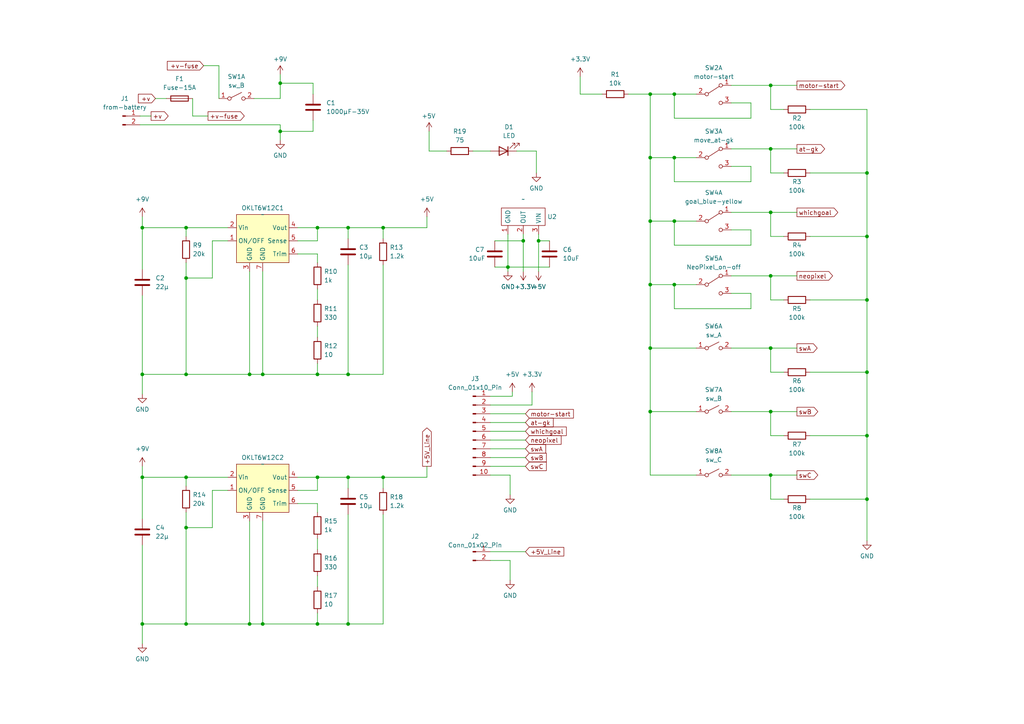
<source format=kicad_sch>
(kicad_sch
	(version 20231120)
	(generator "eeschema")
	(generator_version "8.0")
	(uuid "30a3ab6e-d5bc-499d-9336-87a5cdb3cf93")
	(paper "A4")
	(lib_symbols
		(symbol "Connector:Conn_01x02_Pin"
			(pin_names
				(offset 1.016) hide)
			(exclude_from_sim no)
			(in_bom yes)
			(on_board yes)
			(property "Reference" "J"
				(at 0 2.54 0)
				(effects
					(font
						(size 1.27 1.27)
					)
				)
			)
			(property "Value" "Conn_01x02_Pin"
				(at 0 -5.08 0)
				(effects
					(font
						(size 1.27 1.27)
					)
				)
			)
			(property "Footprint" ""
				(at 0 0 0)
				(effects
					(font
						(size 1.27 1.27)
					)
					(hide yes)
				)
			)
			(property "Datasheet" "~"
				(at 0 0 0)
				(effects
					(font
						(size 1.27 1.27)
					)
					(hide yes)
				)
			)
			(property "Description" "Generic connector, single row, 01x02, script generated"
				(at 0 0 0)
				(effects
					(font
						(size 1.27 1.27)
					)
					(hide yes)
				)
			)
			(property "ki_locked" ""
				(at 0 0 0)
				(effects
					(font
						(size 1.27 1.27)
					)
				)
			)
			(property "ki_keywords" "connector"
				(at 0 0 0)
				(effects
					(font
						(size 1.27 1.27)
					)
					(hide yes)
				)
			)
			(property "ki_fp_filters" "Connector*:*_1x??_*"
				(at 0 0 0)
				(effects
					(font
						(size 1.27 1.27)
					)
					(hide yes)
				)
			)
			(symbol "Conn_01x02_Pin_1_1"
				(polyline
					(pts
						(xy 1.27 -2.54) (xy 0.8636 -2.54)
					)
					(stroke
						(width 0.1524)
						(type default)
					)
					(fill
						(type none)
					)
				)
				(polyline
					(pts
						(xy 1.27 0) (xy 0.8636 0)
					)
					(stroke
						(width 0.1524)
						(type default)
					)
					(fill
						(type none)
					)
				)
				(rectangle
					(start 0.8636 -2.413)
					(end 0 -2.667)
					(stroke
						(width 0.1524)
						(type default)
					)
					(fill
						(type outline)
					)
				)
				(rectangle
					(start 0.8636 0.127)
					(end 0 -0.127)
					(stroke
						(width 0.1524)
						(type default)
					)
					(fill
						(type outline)
					)
				)
				(pin passive line
					(at 5.08 0 180)
					(length 3.81)
					(name "Pin_1"
						(effects
							(font
								(size 1.27 1.27)
							)
						)
					)
					(number "1"
						(effects
							(font
								(size 1.27 1.27)
							)
						)
					)
				)
				(pin passive line
					(at 5.08 -2.54 180)
					(length 3.81)
					(name "Pin_2"
						(effects
							(font
								(size 1.27 1.27)
							)
						)
					)
					(number "2"
						(effects
							(font
								(size 1.27 1.27)
							)
						)
					)
				)
			)
		)
		(symbol "Connector:Conn_01x10_Pin"
			(pin_names
				(offset 1.016) hide)
			(exclude_from_sim no)
			(in_bom yes)
			(on_board yes)
			(property "Reference" "J"
				(at 0 12.7 0)
				(effects
					(font
						(size 1.27 1.27)
					)
				)
			)
			(property "Value" "Conn_01x10_Pin"
				(at 0 -15.24 0)
				(effects
					(font
						(size 1.27 1.27)
					)
				)
			)
			(property "Footprint" ""
				(at 0 0 0)
				(effects
					(font
						(size 1.27 1.27)
					)
					(hide yes)
				)
			)
			(property "Datasheet" "~"
				(at 0 0 0)
				(effects
					(font
						(size 1.27 1.27)
					)
					(hide yes)
				)
			)
			(property "Description" "Generic connector, single row, 01x10, script generated"
				(at 0 0 0)
				(effects
					(font
						(size 1.27 1.27)
					)
					(hide yes)
				)
			)
			(property "ki_locked" ""
				(at 0 0 0)
				(effects
					(font
						(size 1.27 1.27)
					)
				)
			)
			(property "ki_keywords" "connector"
				(at 0 0 0)
				(effects
					(font
						(size 1.27 1.27)
					)
					(hide yes)
				)
			)
			(property "ki_fp_filters" "Connector*:*_1x??_*"
				(at 0 0 0)
				(effects
					(font
						(size 1.27 1.27)
					)
					(hide yes)
				)
			)
			(symbol "Conn_01x10_Pin_1_1"
				(polyline
					(pts
						(xy 1.27 -12.7) (xy 0.8636 -12.7)
					)
					(stroke
						(width 0.1524)
						(type default)
					)
					(fill
						(type none)
					)
				)
				(polyline
					(pts
						(xy 1.27 -10.16) (xy 0.8636 -10.16)
					)
					(stroke
						(width 0.1524)
						(type default)
					)
					(fill
						(type none)
					)
				)
				(polyline
					(pts
						(xy 1.27 -7.62) (xy 0.8636 -7.62)
					)
					(stroke
						(width 0.1524)
						(type default)
					)
					(fill
						(type none)
					)
				)
				(polyline
					(pts
						(xy 1.27 -5.08) (xy 0.8636 -5.08)
					)
					(stroke
						(width 0.1524)
						(type default)
					)
					(fill
						(type none)
					)
				)
				(polyline
					(pts
						(xy 1.27 -2.54) (xy 0.8636 -2.54)
					)
					(stroke
						(width 0.1524)
						(type default)
					)
					(fill
						(type none)
					)
				)
				(polyline
					(pts
						(xy 1.27 0) (xy 0.8636 0)
					)
					(stroke
						(width 0.1524)
						(type default)
					)
					(fill
						(type none)
					)
				)
				(polyline
					(pts
						(xy 1.27 2.54) (xy 0.8636 2.54)
					)
					(stroke
						(width 0.1524)
						(type default)
					)
					(fill
						(type none)
					)
				)
				(polyline
					(pts
						(xy 1.27 5.08) (xy 0.8636 5.08)
					)
					(stroke
						(width 0.1524)
						(type default)
					)
					(fill
						(type none)
					)
				)
				(polyline
					(pts
						(xy 1.27 7.62) (xy 0.8636 7.62)
					)
					(stroke
						(width 0.1524)
						(type default)
					)
					(fill
						(type none)
					)
				)
				(polyline
					(pts
						(xy 1.27 10.16) (xy 0.8636 10.16)
					)
					(stroke
						(width 0.1524)
						(type default)
					)
					(fill
						(type none)
					)
				)
				(rectangle
					(start 0.8636 -12.573)
					(end 0 -12.827)
					(stroke
						(width 0.1524)
						(type default)
					)
					(fill
						(type outline)
					)
				)
				(rectangle
					(start 0.8636 -10.033)
					(end 0 -10.287)
					(stroke
						(width 0.1524)
						(type default)
					)
					(fill
						(type outline)
					)
				)
				(rectangle
					(start 0.8636 -7.493)
					(end 0 -7.747)
					(stroke
						(width 0.1524)
						(type default)
					)
					(fill
						(type outline)
					)
				)
				(rectangle
					(start 0.8636 -4.953)
					(end 0 -5.207)
					(stroke
						(width 0.1524)
						(type default)
					)
					(fill
						(type outline)
					)
				)
				(rectangle
					(start 0.8636 -2.413)
					(end 0 -2.667)
					(stroke
						(width 0.1524)
						(type default)
					)
					(fill
						(type outline)
					)
				)
				(rectangle
					(start 0.8636 0.127)
					(end 0 -0.127)
					(stroke
						(width 0.1524)
						(type default)
					)
					(fill
						(type outline)
					)
				)
				(rectangle
					(start 0.8636 2.667)
					(end 0 2.413)
					(stroke
						(width 0.1524)
						(type default)
					)
					(fill
						(type outline)
					)
				)
				(rectangle
					(start 0.8636 5.207)
					(end 0 4.953)
					(stroke
						(width 0.1524)
						(type default)
					)
					(fill
						(type outline)
					)
				)
				(rectangle
					(start 0.8636 7.747)
					(end 0 7.493)
					(stroke
						(width 0.1524)
						(type default)
					)
					(fill
						(type outline)
					)
				)
				(rectangle
					(start 0.8636 10.287)
					(end 0 10.033)
					(stroke
						(width 0.1524)
						(type default)
					)
					(fill
						(type outline)
					)
				)
				(pin passive line
					(at 5.08 10.16 180)
					(length 3.81)
					(name "Pin_1"
						(effects
							(font
								(size 1.27 1.27)
							)
						)
					)
					(number "1"
						(effects
							(font
								(size 1.27 1.27)
							)
						)
					)
				)
				(pin passive line
					(at 5.08 -12.7 180)
					(length 3.81)
					(name "Pin_10"
						(effects
							(font
								(size 1.27 1.27)
							)
						)
					)
					(number "10"
						(effects
							(font
								(size 1.27 1.27)
							)
						)
					)
				)
				(pin passive line
					(at 5.08 7.62 180)
					(length 3.81)
					(name "Pin_2"
						(effects
							(font
								(size 1.27 1.27)
							)
						)
					)
					(number "2"
						(effects
							(font
								(size 1.27 1.27)
							)
						)
					)
				)
				(pin passive line
					(at 5.08 5.08 180)
					(length 3.81)
					(name "Pin_3"
						(effects
							(font
								(size 1.27 1.27)
							)
						)
					)
					(number "3"
						(effects
							(font
								(size 1.27 1.27)
							)
						)
					)
				)
				(pin passive line
					(at 5.08 2.54 180)
					(length 3.81)
					(name "Pin_4"
						(effects
							(font
								(size 1.27 1.27)
							)
						)
					)
					(number "4"
						(effects
							(font
								(size 1.27 1.27)
							)
						)
					)
				)
				(pin passive line
					(at 5.08 0 180)
					(length 3.81)
					(name "Pin_5"
						(effects
							(font
								(size 1.27 1.27)
							)
						)
					)
					(number "5"
						(effects
							(font
								(size 1.27 1.27)
							)
						)
					)
				)
				(pin passive line
					(at 5.08 -2.54 180)
					(length 3.81)
					(name "Pin_6"
						(effects
							(font
								(size 1.27 1.27)
							)
						)
					)
					(number "6"
						(effects
							(font
								(size 1.27 1.27)
							)
						)
					)
				)
				(pin passive line
					(at 5.08 -5.08 180)
					(length 3.81)
					(name "Pin_7"
						(effects
							(font
								(size 1.27 1.27)
							)
						)
					)
					(number "7"
						(effects
							(font
								(size 1.27 1.27)
							)
						)
					)
				)
				(pin passive line
					(at 5.08 -7.62 180)
					(length 3.81)
					(name "Pin_8"
						(effects
							(font
								(size 1.27 1.27)
							)
						)
					)
					(number "8"
						(effects
							(font
								(size 1.27 1.27)
							)
						)
					)
				)
				(pin passive line
					(at 5.08 -10.16 180)
					(length 3.81)
					(name "Pin_9"
						(effects
							(font
								(size 1.27 1.27)
							)
						)
					)
					(number "9"
						(effects
							(font
								(size 1.27 1.27)
							)
						)
					)
				)
			)
		)
		(symbol "Device:C"
			(pin_numbers hide)
			(pin_names
				(offset 0.254)
			)
			(exclude_from_sim no)
			(in_bom yes)
			(on_board yes)
			(property "Reference" "C"
				(at 0.635 2.54 0)
				(effects
					(font
						(size 1.27 1.27)
					)
					(justify left)
				)
			)
			(property "Value" "C"
				(at 0.635 -2.54 0)
				(effects
					(font
						(size 1.27 1.27)
					)
					(justify left)
				)
			)
			(property "Footprint" ""
				(at 0.9652 -3.81 0)
				(effects
					(font
						(size 1.27 1.27)
					)
					(hide yes)
				)
			)
			(property "Datasheet" "~"
				(at 0 0 0)
				(effects
					(font
						(size 1.27 1.27)
					)
					(hide yes)
				)
			)
			(property "Description" "Unpolarized capacitor"
				(at 0 0 0)
				(effects
					(font
						(size 1.27 1.27)
					)
					(hide yes)
				)
			)
			(property "ki_keywords" "cap capacitor"
				(at 0 0 0)
				(effects
					(font
						(size 1.27 1.27)
					)
					(hide yes)
				)
			)
			(property "ki_fp_filters" "C_*"
				(at 0 0 0)
				(effects
					(font
						(size 1.27 1.27)
					)
					(hide yes)
				)
			)
			(symbol "C_0_1"
				(polyline
					(pts
						(xy -2.032 -0.762) (xy 2.032 -0.762)
					)
					(stroke
						(width 0.508)
						(type default)
					)
					(fill
						(type none)
					)
				)
				(polyline
					(pts
						(xy -2.032 0.762) (xy 2.032 0.762)
					)
					(stroke
						(width 0.508)
						(type default)
					)
					(fill
						(type none)
					)
				)
			)
			(symbol "C_1_1"
				(pin passive line
					(at 0 3.81 270)
					(length 2.794)
					(name "~"
						(effects
							(font
								(size 1.27 1.27)
							)
						)
					)
					(number "1"
						(effects
							(font
								(size 1.27 1.27)
							)
						)
					)
				)
				(pin passive line
					(at 0 -3.81 90)
					(length 2.794)
					(name "~"
						(effects
							(font
								(size 1.27 1.27)
							)
						)
					)
					(number "2"
						(effects
							(font
								(size 1.27 1.27)
							)
						)
					)
				)
			)
		)
		(symbol "Device:Fuse"
			(pin_numbers hide)
			(pin_names
				(offset 0)
			)
			(exclude_from_sim no)
			(in_bom yes)
			(on_board yes)
			(property "Reference" "F"
				(at 2.032 0 90)
				(effects
					(font
						(size 1.27 1.27)
					)
				)
			)
			(property "Value" "Fuse"
				(at -1.905 0 90)
				(effects
					(font
						(size 1.27 1.27)
					)
				)
			)
			(property "Footprint" ""
				(at -1.778 0 90)
				(effects
					(font
						(size 1.27 1.27)
					)
					(hide yes)
				)
			)
			(property "Datasheet" "~"
				(at 0 0 0)
				(effects
					(font
						(size 1.27 1.27)
					)
					(hide yes)
				)
			)
			(property "Description" "Fuse"
				(at 0 0 0)
				(effects
					(font
						(size 1.27 1.27)
					)
					(hide yes)
				)
			)
			(property "ki_keywords" "fuse"
				(at 0 0 0)
				(effects
					(font
						(size 1.27 1.27)
					)
					(hide yes)
				)
			)
			(property "ki_fp_filters" "*Fuse*"
				(at 0 0 0)
				(effects
					(font
						(size 1.27 1.27)
					)
					(hide yes)
				)
			)
			(symbol "Fuse_0_1"
				(rectangle
					(start -0.762 -2.54)
					(end 0.762 2.54)
					(stroke
						(width 0.254)
						(type default)
					)
					(fill
						(type none)
					)
				)
				(polyline
					(pts
						(xy 0 2.54) (xy 0 -2.54)
					)
					(stroke
						(width 0)
						(type default)
					)
					(fill
						(type none)
					)
				)
			)
			(symbol "Fuse_1_1"
				(pin passive line
					(at 0 3.81 270)
					(length 1.27)
					(name "~"
						(effects
							(font
								(size 1.27 1.27)
							)
						)
					)
					(number "1"
						(effects
							(font
								(size 1.27 1.27)
							)
						)
					)
				)
				(pin passive line
					(at 0 -3.81 90)
					(length 1.27)
					(name "~"
						(effects
							(font
								(size 1.27 1.27)
							)
						)
					)
					(number "2"
						(effects
							(font
								(size 1.27 1.27)
							)
						)
					)
				)
			)
		)
		(symbol "Device:LED"
			(pin_numbers hide)
			(pin_names
				(offset 1.016) hide)
			(exclude_from_sim no)
			(in_bom yes)
			(on_board yes)
			(property "Reference" "D"
				(at 0 2.54 0)
				(effects
					(font
						(size 1.27 1.27)
					)
				)
			)
			(property "Value" "LED"
				(at 0 -2.54 0)
				(effects
					(font
						(size 1.27 1.27)
					)
				)
			)
			(property "Footprint" ""
				(at 0 0 0)
				(effects
					(font
						(size 1.27 1.27)
					)
					(hide yes)
				)
			)
			(property "Datasheet" "~"
				(at 0 0 0)
				(effects
					(font
						(size 1.27 1.27)
					)
					(hide yes)
				)
			)
			(property "Description" "Light emitting diode"
				(at 0 0 0)
				(effects
					(font
						(size 1.27 1.27)
					)
					(hide yes)
				)
			)
			(property "ki_keywords" "LED diode"
				(at 0 0 0)
				(effects
					(font
						(size 1.27 1.27)
					)
					(hide yes)
				)
			)
			(property "ki_fp_filters" "LED* LED_SMD:* LED_THT:*"
				(at 0 0 0)
				(effects
					(font
						(size 1.27 1.27)
					)
					(hide yes)
				)
			)
			(symbol "LED_0_1"
				(polyline
					(pts
						(xy -1.27 -1.27) (xy -1.27 1.27)
					)
					(stroke
						(width 0.254)
						(type default)
					)
					(fill
						(type none)
					)
				)
				(polyline
					(pts
						(xy -1.27 0) (xy 1.27 0)
					)
					(stroke
						(width 0)
						(type default)
					)
					(fill
						(type none)
					)
				)
				(polyline
					(pts
						(xy 1.27 -1.27) (xy 1.27 1.27) (xy -1.27 0) (xy 1.27 -1.27)
					)
					(stroke
						(width 0.254)
						(type default)
					)
					(fill
						(type none)
					)
				)
				(polyline
					(pts
						(xy -3.048 -0.762) (xy -4.572 -2.286) (xy -3.81 -2.286) (xy -4.572 -2.286) (xy -4.572 -1.524)
					)
					(stroke
						(width 0)
						(type default)
					)
					(fill
						(type none)
					)
				)
				(polyline
					(pts
						(xy -1.778 -0.762) (xy -3.302 -2.286) (xy -2.54 -2.286) (xy -3.302 -2.286) (xy -3.302 -1.524)
					)
					(stroke
						(width 0)
						(type default)
					)
					(fill
						(type none)
					)
				)
			)
			(symbol "LED_1_1"
				(pin passive line
					(at -3.81 0 0)
					(length 2.54)
					(name "K"
						(effects
							(font
								(size 1.27 1.27)
							)
						)
					)
					(number "1"
						(effects
							(font
								(size 1.27 1.27)
							)
						)
					)
				)
				(pin passive line
					(at 3.81 0 180)
					(length 2.54)
					(name "A"
						(effects
							(font
								(size 1.27 1.27)
							)
						)
					)
					(number "2"
						(effects
							(font
								(size 1.27 1.27)
							)
						)
					)
				)
			)
		)
		(symbol "Device:R"
			(pin_numbers hide)
			(pin_names
				(offset 0)
			)
			(exclude_from_sim no)
			(in_bom yes)
			(on_board yes)
			(property "Reference" "R"
				(at 2.032 0 90)
				(effects
					(font
						(size 1.27 1.27)
					)
				)
			)
			(property "Value" "R"
				(at 0 0 90)
				(effects
					(font
						(size 1.27 1.27)
					)
				)
			)
			(property "Footprint" ""
				(at -1.778 0 90)
				(effects
					(font
						(size 1.27 1.27)
					)
					(hide yes)
				)
			)
			(property "Datasheet" "~"
				(at 0 0 0)
				(effects
					(font
						(size 1.27 1.27)
					)
					(hide yes)
				)
			)
			(property "Description" "Resistor"
				(at 0 0 0)
				(effects
					(font
						(size 1.27 1.27)
					)
					(hide yes)
				)
			)
			(property "ki_keywords" "R res resistor"
				(at 0 0 0)
				(effects
					(font
						(size 1.27 1.27)
					)
					(hide yes)
				)
			)
			(property "ki_fp_filters" "R_*"
				(at 0 0 0)
				(effects
					(font
						(size 1.27 1.27)
					)
					(hide yes)
				)
			)
			(symbol "R_0_1"
				(rectangle
					(start -1.016 -2.54)
					(end 1.016 2.54)
					(stroke
						(width 0.254)
						(type default)
					)
					(fill
						(type none)
					)
				)
			)
			(symbol "R_1_1"
				(pin passive line
					(at 0 3.81 270)
					(length 1.27)
					(name "~"
						(effects
							(font
								(size 1.27 1.27)
							)
						)
					)
					(number "1"
						(effects
							(font
								(size 1.27 1.27)
							)
						)
					)
				)
				(pin passive line
					(at 0 -3.81 90)
					(length 1.27)
					(name "~"
						(effects
							(font
								(size 1.27 1.27)
							)
						)
					)
					(number "2"
						(effects
							(font
								(size 1.27 1.27)
							)
						)
					)
				)
			)
		)
		(symbol "Switch:SW_DPDT_x2"
			(pin_names
				(offset 0) hide)
			(exclude_from_sim no)
			(in_bom yes)
			(on_board yes)
			(property "Reference" "SW"
				(at 0 4.318 0)
				(effects
					(font
						(size 1.27 1.27)
					)
				)
			)
			(property "Value" "SW_DPDT_x2"
				(at 0 -5.08 0)
				(effects
					(font
						(size 1.27 1.27)
					)
				)
			)
			(property "Footprint" ""
				(at 0 0 0)
				(effects
					(font
						(size 1.27 1.27)
					)
					(hide yes)
				)
			)
			(property "Datasheet" "~"
				(at 0 0 0)
				(effects
					(font
						(size 1.27 1.27)
					)
					(hide yes)
				)
			)
			(property "Description" "Switch, dual pole double throw, separate symbols"
				(at 0 0 0)
				(effects
					(font
						(size 1.27 1.27)
					)
					(hide yes)
				)
			)
			(property "ki_keywords" "switch dual-pole double-throw DPDT spdt ON-ON"
				(at 0 0 0)
				(effects
					(font
						(size 1.27 1.27)
					)
					(hide yes)
				)
			)
			(property "ki_fp_filters" "SW*DPDT*"
				(at 0 0 0)
				(effects
					(font
						(size 1.27 1.27)
					)
					(hide yes)
				)
			)
			(symbol "SW_DPDT_x2_0_0"
				(circle
					(center -2.032 0)
					(radius 0.508)
					(stroke
						(width 0)
						(type default)
					)
					(fill
						(type none)
					)
				)
				(circle
					(center 2.032 -2.54)
					(radius 0.508)
					(stroke
						(width 0)
						(type default)
					)
					(fill
						(type none)
					)
				)
			)
			(symbol "SW_DPDT_x2_0_1"
				(polyline
					(pts
						(xy -1.524 0.254) (xy 1.651 2.286)
					)
					(stroke
						(width 0)
						(type default)
					)
					(fill
						(type none)
					)
				)
				(circle
					(center 2.032 2.54)
					(radius 0.508)
					(stroke
						(width 0)
						(type default)
					)
					(fill
						(type none)
					)
				)
			)
			(symbol "SW_DPDT_x2_1_1"
				(pin passive line
					(at 5.08 2.54 180)
					(length 2.54)
					(name "A"
						(effects
							(font
								(size 1.27 1.27)
							)
						)
					)
					(number "1"
						(effects
							(font
								(size 1.27 1.27)
							)
						)
					)
				)
				(pin passive line
					(at -5.08 0 0)
					(length 2.54)
					(name "B"
						(effects
							(font
								(size 1.27 1.27)
							)
						)
					)
					(number "2"
						(effects
							(font
								(size 1.27 1.27)
							)
						)
					)
				)
				(pin passive line
					(at 5.08 -2.54 180)
					(length 2.54)
					(name "C"
						(effects
							(font
								(size 1.27 1.27)
							)
						)
					)
					(number "3"
						(effects
							(font
								(size 1.27 1.27)
							)
						)
					)
				)
			)
			(symbol "SW_DPDT_x2_2_1"
				(pin passive line
					(at 5.08 2.54 180)
					(length 2.54)
					(name "A"
						(effects
							(font
								(size 1.27 1.27)
							)
						)
					)
					(number "4"
						(effects
							(font
								(size 1.27 1.27)
							)
						)
					)
				)
				(pin passive line
					(at -5.08 0 0)
					(length 2.54)
					(name "B"
						(effects
							(font
								(size 1.27 1.27)
							)
						)
					)
					(number "5"
						(effects
							(font
								(size 1.27 1.27)
							)
						)
					)
				)
				(pin passive line
					(at 5.08 -2.54 180)
					(length 2.54)
					(name "C"
						(effects
							(font
								(size 1.27 1.27)
							)
						)
					)
					(number "6"
						(effects
							(font
								(size 1.27 1.27)
							)
						)
					)
				)
			)
		)
		(symbol "Switch:SW_DPST_x2"
			(pin_names
				(offset 0) hide)
			(exclude_from_sim no)
			(in_bom yes)
			(on_board yes)
			(property "Reference" "SW"
				(at 0 3.175 0)
				(effects
					(font
						(size 1.27 1.27)
					)
				)
			)
			(property "Value" "SW_DPST_x2"
				(at 0 -2.54 0)
				(effects
					(font
						(size 1.27 1.27)
					)
				)
			)
			(property "Footprint" ""
				(at 0 0 0)
				(effects
					(font
						(size 1.27 1.27)
					)
					(hide yes)
				)
			)
			(property "Datasheet" "~"
				(at 0 0 0)
				(effects
					(font
						(size 1.27 1.27)
					)
					(hide yes)
				)
			)
			(property "Description" "Single Pole Single Throw (SPST) switch, separate symbol"
				(at 0 0 0)
				(effects
					(font
						(size 1.27 1.27)
					)
					(hide yes)
				)
			)
			(property "ki_keywords" "switch lever"
				(at 0 0 0)
				(effects
					(font
						(size 1.27 1.27)
					)
					(hide yes)
				)
			)
			(symbol "SW_DPST_x2_0_0"
				(circle
					(center -2.032 0)
					(radius 0.508)
					(stroke
						(width 0)
						(type default)
					)
					(fill
						(type none)
					)
				)
				(polyline
					(pts
						(xy -1.524 0.254) (xy 1.524 1.778)
					)
					(stroke
						(width 0)
						(type default)
					)
					(fill
						(type none)
					)
				)
				(circle
					(center 2.032 0)
					(radius 0.508)
					(stroke
						(width 0)
						(type default)
					)
					(fill
						(type none)
					)
				)
			)
			(symbol "SW_DPST_x2_1_1"
				(pin passive line
					(at -5.08 0 0)
					(length 2.54)
					(name "A"
						(effects
							(font
								(size 1.27 1.27)
							)
						)
					)
					(number "1"
						(effects
							(font
								(size 1.27 1.27)
							)
						)
					)
				)
				(pin passive line
					(at 5.08 0 180)
					(length 2.54)
					(name "B"
						(effects
							(font
								(size 1.27 1.27)
							)
						)
					)
					(number "2"
						(effects
							(font
								(size 1.27 1.27)
							)
						)
					)
				)
			)
			(symbol "SW_DPST_x2_2_1"
				(pin passive line
					(at -5.08 0 0)
					(length 2.54)
					(name "A"
						(effects
							(font
								(size 1.27 1.27)
							)
						)
					)
					(number "3"
						(effects
							(font
								(size 1.27 1.27)
							)
						)
					)
				)
				(pin passive line
					(at 5.08 0 180)
					(length 2.54)
					(name "B"
						(effects
							(font
								(size 1.27 1.27)
							)
						)
					)
					(number "4"
						(effects
							(font
								(size 1.27 1.27)
							)
						)
					)
				)
			)
		)
		(symbol "power:+3.3V"
			(power)
			(pin_names
				(offset 0)
			)
			(exclude_from_sim no)
			(in_bom yes)
			(on_board yes)
			(property "Reference" "#PWR"
				(at 0 -3.81 0)
				(effects
					(font
						(size 1.27 1.27)
					)
					(hide yes)
				)
			)
			(property "Value" "+3.3V"
				(at 0 3.556 0)
				(effects
					(font
						(size 1.27 1.27)
					)
				)
			)
			(property "Footprint" ""
				(at 0 0 0)
				(effects
					(font
						(size 1.27 1.27)
					)
					(hide yes)
				)
			)
			(property "Datasheet" ""
				(at 0 0 0)
				(effects
					(font
						(size 1.27 1.27)
					)
					(hide yes)
				)
			)
			(property "Description" "Power symbol creates a global label with name \"+3.3V\""
				(at 0 0 0)
				(effects
					(font
						(size 1.27 1.27)
					)
					(hide yes)
				)
			)
			(property "ki_keywords" "global power"
				(at 0 0 0)
				(effects
					(font
						(size 1.27 1.27)
					)
					(hide yes)
				)
			)
			(symbol "+3.3V_0_1"
				(polyline
					(pts
						(xy -0.762 1.27) (xy 0 2.54)
					)
					(stroke
						(width 0)
						(type default)
					)
					(fill
						(type none)
					)
				)
				(polyline
					(pts
						(xy 0 0) (xy 0 2.54)
					)
					(stroke
						(width 0)
						(type default)
					)
					(fill
						(type none)
					)
				)
				(polyline
					(pts
						(xy 0 2.54) (xy 0.762 1.27)
					)
					(stroke
						(width 0)
						(type default)
					)
					(fill
						(type none)
					)
				)
			)
			(symbol "+3.3V_1_1"
				(pin power_in line
					(at 0 0 90)
					(length 0) hide
					(name "+3.3V"
						(effects
							(font
								(size 1.27 1.27)
							)
						)
					)
					(number "1"
						(effects
							(font
								(size 1.27 1.27)
							)
						)
					)
				)
			)
		)
		(symbol "power:+5V"
			(power)
			(pin_names
				(offset 0)
			)
			(exclude_from_sim no)
			(in_bom yes)
			(on_board yes)
			(property "Reference" "#PWR"
				(at 0 -3.81 0)
				(effects
					(font
						(size 1.27 1.27)
					)
					(hide yes)
				)
			)
			(property "Value" "+5V"
				(at 0 3.556 0)
				(effects
					(font
						(size 1.27 1.27)
					)
				)
			)
			(property "Footprint" ""
				(at 0 0 0)
				(effects
					(font
						(size 1.27 1.27)
					)
					(hide yes)
				)
			)
			(property "Datasheet" ""
				(at 0 0 0)
				(effects
					(font
						(size 1.27 1.27)
					)
					(hide yes)
				)
			)
			(property "Description" "Power symbol creates a global label with name \"+5V\""
				(at 0 0 0)
				(effects
					(font
						(size 1.27 1.27)
					)
					(hide yes)
				)
			)
			(property "ki_keywords" "global power"
				(at 0 0 0)
				(effects
					(font
						(size 1.27 1.27)
					)
					(hide yes)
				)
			)
			(symbol "+5V_0_1"
				(polyline
					(pts
						(xy -0.762 1.27) (xy 0 2.54)
					)
					(stroke
						(width 0)
						(type default)
					)
					(fill
						(type none)
					)
				)
				(polyline
					(pts
						(xy 0 0) (xy 0 2.54)
					)
					(stroke
						(width 0)
						(type default)
					)
					(fill
						(type none)
					)
				)
				(polyline
					(pts
						(xy 0 2.54) (xy 0.762 1.27)
					)
					(stroke
						(width 0)
						(type default)
					)
					(fill
						(type none)
					)
				)
			)
			(symbol "+5V_1_1"
				(pin power_in line
					(at 0 0 90)
					(length 0) hide
					(name "+5V"
						(effects
							(font
								(size 1.27 1.27)
							)
						)
					)
					(number "1"
						(effects
							(font
								(size 1.27 1.27)
							)
						)
					)
				)
			)
		)
		(symbol "power:+9V"
			(power)
			(pin_names
				(offset 0)
			)
			(exclude_from_sim no)
			(in_bom yes)
			(on_board yes)
			(property "Reference" "#PWR"
				(at 0 -3.81 0)
				(effects
					(font
						(size 1.27 1.27)
					)
					(hide yes)
				)
			)
			(property "Value" "+9V"
				(at 0 3.556 0)
				(effects
					(font
						(size 1.27 1.27)
					)
				)
			)
			(property "Footprint" ""
				(at 0 0 0)
				(effects
					(font
						(size 1.27 1.27)
					)
					(hide yes)
				)
			)
			(property "Datasheet" ""
				(at 0 0 0)
				(effects
					(font
						(size 1.27 1.27)
					)
					(hide yes)
				)
			)
			(property "Description" "Power symbol creates a global label with name \"+9V\""
				(at 0 0 0)
				(effects
					(font
						(size 1.27 1.27)
					)
					(hide yes)
				)
			)
			(property "ki_keywords" "global power"
				(at 0 0 0)
				(effects
					(font
						(size 1.27 1.27)
					)
					(hide yes)
				)
			)
			(symbol "+9V_0_1"
				(polyline
					(pts
						(xy -0.762 1.27) (xy 0 2.54)
					)
					(stroke
						(width 0)
						(type default)
					)
					(fill
						(type none)
					)
				)
				(polyline
					(pts
						(xy 0 0) (xy 0 2.54)
					)
					(stroke
						(width 0)
						(type default)
					)
					(fill
						(type none)
					)
				)
				(polyline
					(pts
						(xy 0 2.54) (xy 0.762 1.27)
					)
					(stroke
						(width 0)
						(type default)
					)
					(fill
						(type none)
					)
				)
			)
			(symbol "+9V_1_1"
				(pin power_in line
					(at 0 0 90)
					(length 0) hide
					(name "+9V"
						(effects
							(font
								(size 1.27 1.27)
							)
						)
					)
					(number "1"
						(effects
							(font
								(size 1.27 1.27)
							)
						)
					)
				)
			)
		)
		(symbol "power:GND"
			(power)
			(pin_names
				(offset 0)
			)
			(exclude_from_sim no)
			(in_bom yes)
			(on_board yes)
			(property "Reference" "#PWR"
				(at 0 -6.35 0)
				(effects
					(font
						(size 1.27 1.27)
					)
					(hide yes)
				)
			)
			(property "Value" "GND"
				(at 0 -3.81 0)
				(effects
					(font
						(size 1.27 1.27)
					)
				)
			)
			(property "Footprint" ""
				(at 0 0 0)
				(effects
					(font
						(size 1.27 1.27)
					)
					(hide yes)
				)
			)
			(property "Datasheet" ""
				(at 0 0 0)
				(effects
					(font
						(size 1.27 1.27)
					)
					(hide yes)
				)
			)
			(property "Description" "Power symbol creates a global label with name \"GND\" , ground"
				(at 0 0 0)
				(effects
					(font
						(size 1.27 1.27)
					)
					(hide yes)
				)
			)
			(property "ki_keywords" "global power"
				(at 0 0 0)
				(effects
					(font
						(size 1.27 1.27)
					)
					(hide yes)
				)
			)
			(symbol "GND_0_1"
				(polyline
					(pts
						(xy 0 0) (xy 0 -1.27) (xy 1.27 -1.27) (xy 0 -2.54) (xy -1.27 -1.27) (xy 0 -1.27)
					)
					(stroke
						(width 0)
						(type default)
					)
					(fill
						(type none)
					)
				)
			)
			(symbol "GND_1_1"
				(pin power_in line
					(at 0 0 270)
					(length 0) hide
					(name "GND"
						(effects
							(font
								(size 1.27 1.27)
							)
						)
					)
					(number "1"
						(effects
							(font
								(size 1.27 1.27)
							)
						)
					)
				)
			)
		)
		(symbol "sunpare2023:OKL-T6-W12"
			(exclude_from_sim no)
			(in_bom yes)
			(on_board yes)
			(property "Reference" "OKLT6W12C"
				(at 0 2.54 0)
				(effects
					(font
						(size 1.27 1.27)
					)
				)
			)
			(property "Value" ""
				(at 0 0 0)
				(effects
					(font
						(size 1.27 1.27)
					)
				)
			)
			(property "Footprint" ""
				(at 0 0 0)
				(effects
					(font
						(size 1.27 1.27)
					)
					(hide yes)
				)
			)
			(property "Datasheet" ""
				(at 0 0 0)
				(effects
					(font
						(size 1.27 1.27)
					)
					(hide yes)
				)
			)
			(property "Description" ""
				(at 0 0 0)
				(effects
					(font
						(size 1.27 1.27)
					)
					(hide yes)
				)
			)
			(symbol "OKL-T6-W12_1_1"
				(rectangle
					(start -7.62 0)
					(end 7.62 -13.97)
					(stroke
						(width 0)
						(type default)
					)
					(fill
						(type background)
					)
				)
				(pin passive line
					(at -10.16 -7.62 0)
					(length 2.54)
					(name "ON/OFF"
						(effects
							(font
								(size 1.27 1.27)
							)
						)
					)
					(number "1"
						(effects
							(font
								(size 1.27 1.27)
							)
						)
					)
				)
				(pin passive line
					(at -10.16 -3.81 0)
					(length 2.54)
					(name "Vin"
						(effects
							(font
								(size 1.27 1.27)
							)
						)
					)
					(number "2"
						(effects
							(font
								(size 1.27 1.27)
							)
						)
					)
				)
				(pin passive line
					(at -3.81 -16.51 90)
					(length 2.54)
					(name "GND"
						(effects
							(font
								(size 1.27 1.27)
							)
						)
					)
					(number "3"
						(effects
							(font
								(size 1.27 1.27)
							)
						)
					)
				)
				(pin passive line
					(at 10.16 -3.81 180)
					(length 2.54)
					(name "Vout"
						(effects
							(font
								(size 1.27 1.27)
							)
						)
					)
					(number "4"
						(effects
							(font
								(size 1.27 1.27)
							)
						)
					)
				)
				(pin passive line
					(at 10.16 -7.62 180)
					(length 2.54)
					(name "Sense"
						(effects
							(font
								(size 1.27 1.27)
							)
						)
					)
					(number "5"
						(effects
							(font
								(size 1.27 1.27)
							)
						)
					)
				)
				(pin passive line
					(at 10.16 -11.43 180)
					(length 2.54)
					(name "Trim"
						(effects
							(font
								(size 1.27 1.27)
							)
						)
					)
					(number "6"
						(effects
							(font
								(size 1.27 1.27)
							)
						)
					)
				)
				(pin passive line
					(at 0 -16.51 90)
					(length 2.54)
					(name "GND"
						(effects
							(font
								(size 1.27 1.27)
							)
						)
					)
					(number "7"
						(effects
							(font
								(size 1.27 1.27)
							)
						)
					)
				)
			)
		)
		(symbol "sunpare2023:TPS1117LV33S"
			(exclude_from_sim no)
			(in_bom yes)
			(on_board yes)
			(property "Reference" "U"
				(at 0 4.445 0)
				(effects
					(font
						(size 1.27 1.27)
					)
				)
			)
			(property "Value" ""
				(at 0 5.715 0)
				(effects
					(font
						(size 1.27 1.27)
					)
				)
			)
			(property "Footprint" ""
				(at 0 5.715 0)
				(effects
					(font
						(size 1.27 1.27)
					)
					(hide yes)
				)
			)
			(property "Datasheet" ""
				(at 0 5.715 0)
				(effects
					(font
						(size 1.27 1.27)
					)
					(hide yes)
				)
			)
			(property "Description" ""
				(at 0 0 0)
				(effects
					(font
						(size 1.27 1.27)
					)
					(hide yes)
				)
			)
			(symbol "TPS1117LV33S_0_1"
				(rectangle
					(start -6.35 3.175)
					(end 6.35 -1.905)
					(stroke
						(width 0)
						(type default)
					)
					(fill
						(type none)
					)
				)
			)
			(symbol "TPS1117LV33S_1_1"
				(pin passive line
					(at -4.445 -4.445 90)
					(length 2.54)
					(name "GND"
						(effects
							(font
								(size 1.27 1.27)
							)
						)
					)
					(number "1"
						(effects
							(font
								(size 1.27 1.27)
							)
						)
					)
				)
				(pin passive line
					(at 0 -4.445 90)
					(length 2.54)
					(name "OUT"
						(effects
							(font
								(size 1.27 1.27)
							)
						)
					)
					(number "2"
						(effects
							(font
								(size 1.27 1.27)
							)
						)
					)
				)
				(pin passive line
					(at 4.445 -4.445 90)
					(length 2.54)
					(name "VIN"
						(effects
							(font
								(size 1.27 1.27)
							)
						)
					)
					(number "3"
						(effects
							(font
								(size 1.27 1.27)
							)
						)
					)
				)
			)
		)
	)
	(junction
		(at 147.32 77.47)
		(diameter 0)
		(color 0 0 0 0)
		(uuid "013b17f0-d206-43d9-824a-56f0d5fe26ab")
	)
	(junction
		(at 53.975 108.585)
		(diameter 0)
		(color 0 0 0 0)
		(uuid "0ca03fe0-b639-43e7-b0e2-caa9b9caf314")
	)
	(junction
		(at 111.125 138.43)
		(diameter 0)
		(color 0 0 0 0)
		(uuid "0e75ecb5-dfb3-40a0-bbad-ea51750fe629")
	)
	(junction
		(at 188.595 119.38)
		(diameter 0)
		(color 0 0 0 0)
		(uuid "14df8b2f-1734-41cc-b390-eca8aaa3079d")
	)
	(junction
		(at 100.965 180.975)
		(diameter 0)
		(color 0 0 0 0)
		(uuid "17b589b2-d0d4-46f1-9ed3-63c7a551337c")
	)
	(junction
		(at 156.21 69.85)
		(diameter 0)
		(color 0 0 0 0)
		(uuid "1f09317a-b5cb-44cb-8b2b-099ce6d1ac22")
	)
	(junction
		(at 223.52 100.965)
		(diameter 0)
		(color 0 0 0 0)
		(uuid "1f213727-3d4f-4c1d-8329-0d22f3a51487")
	)
	(junction
		(at 195.58 64.135)
		(diameter 0)
		(color 0 0 0 0)
		(uuid "1f2830cb-af57-437d-ba36-f3d230d81f42")
	)
	(junction
		(at 251.46 107.95)
		(diameter 0)
		(color 0 0 0 0)
		(uuid "20fd78f3-9b5b-4d31-a2d1-b57dea680104")
	)
	(junction
		(at 151.765 69.85)
		(diameter 0)
		(color 0 0 0 0)
		(uuid "358b1d0f-43f6-4adf-9ebe-c44a348a907f")
	)
	(junction
		(at 195.58 45.72)
		(diameter 0)
		(color 0 0 0 0)
		(uuid "3898d586-c717-491c-8bfe-d1da4a2a6c29")
	)
	(junction
		(at 76.2 180.975)
		(diameter 0)
		(color 0 0 0 0)
		(uuid "389dc112-fb09-42ee-ac31-91765d5b77e6")
	)
	(junction
		(at 92.075 180.975)
		(diameter 0)
		(color 0 0 0 0)
		(uuid "3c8ba3a9-ef60-4a91-8f75-4c6425fa44d3")
	)
	(junction
		(at 72.39 108.585)
		(diameter 0)
		(color 0 0 0 0)
		(uuid "4082871a-b56f-4fb5-9bdb-35706678fcc4")
	)
	(junction
		(at 188.595 64.135)
		(diameter 0)
		(color 0 0 0 0)
		(uuid "4346618a-07e2-4824-a318-261f0306f8d6")
	)
	(junction
		(at 53.975 66.04)
		(diameter 0)
		(color 0 0 0 0)
		(uuid "4b91beea-cd1d-437a-a7be-85079d576884")
	)
	(junction
		(at 251.46 126.365)
		(diameter 0)
		(color 0 0 0 0)
		(uuid "4c560638-ce52-4d4b-8c0c-a9d491226838")
	)
	(junction
		(at 223.52 24.765)
		(diameter 0)
		(color 0 0 0 0)
		(uuid "52ccfc24-59cb-44cb-b5fc-5d2fefcf7ea0")
	)
	(junction
		(at 195.58 82.55)
		(diameter 0)
		(color 0 0 0 0)
		(uuid "56be5916-508a-4e3e-9a60-0901c4bb5f4b")
	)
	(junction
		(at 100.965 138.43)
		(diameter 0)
		(color 0 0 0 0)
		(uuid "580a7eec-ed58-4501-91c2-ee55ce15e356")
	)
	(junction
		(at 223.52 80.01)
		(diameter 0)
		(color 0 0 0 0)
		(uuid "5dcf97c7-bf30-429b-af6b-4c08c20964b3")
	)
	(junction
		(at 100.965 108.585)
		(diameter 0)
		(color 0 0 0 0)
		(uuid "5f16d55f-24c5-4679-90b5-31098316caa0")
	)
	(junction
		(at 76.2 108.585)
		(diameter 0)
		(color 0 0 0 0)
		(uuid "6f45b853-9bf5-45ba-a7e9-0fc329a7a7cd")
	)
	(junction
		(at 223.52 61.595)
		(diameter 0)
		(color 0 0 0 0)
		(uuid "74ca0f53-f45d-406e-adb3-d40e4964cbfc")
	)
	(junction
		(at 223.52 43.18)
		(diameter 0)
		(color 0 0 0 0)
		(uuid "7c679947-3c06-45cd-b168-56885038aebb")
	)
	(junction
		(at 72.39 180.975)
		(diameter 0)
		(color 0 0 0 0)
		(uuid "7d1f1756-21ed-4b3a-8034-1ca15a9d68fe")
	)
	(junction
		(at 53.975 80.645)
		(diameter 0)
		(color 0 0 0 0)
		(uuid "829d3d19-a4bf-49cb-b2ab-965d9c9e6703")
	)
	(junction
		(at 223.52 137.795)
		(diameter 0)
		(color 0 0 0 0)
		(uuid "85ff6b43-3539-4d5d-894a-1da978eda91a")
	)
	(junction
		(at 92.075 108.585)
		(diameter 0)
		(color 0 0 0 0)
		(uuid "8b2135b0-6255-40b3-bcf5-1db3791c0512")
	)
	(junction
		(at 92.075 138.43)
		(diameter 0)
		(color 0 0 0 0)
		(uuid "8d51afc3-a329-44f3-bdde-775a04bf066e")
	)
	(junction
		(at 188.595 82.55)
		(diameter 0)
		(color 0 0 0 0)
		(uuid "8f546f44-0d8b-4a3f-be1c-8bd338a31983")
	)
	(junction
		(at 41.275 180.975)
		(diameter 0)
		(color 0 0 0 0)
		(uuid "9981ff64-c91a-4d0e-990a-70041623ecfa")
	)
	(junction
		(at 41.275 108.585)
		(diameter 0)
		(color 0 0 0 0)
		(uuid "9aa3376a-9222-4752-8639-9c4f7f3656a1")
	)
	(junction
		(at 100.965 66.04)
		(diameter 0)
		(color 0 0 0 0)
		(uuid "a18371b2-1f8d-4409-83d5-9a1c3cd44521")
	)
	(junction
		(at 41.275 66.04)
		(diameter 0)
		(color 0 0 0 0)
		(uuid "adeb5bc9-27ee-42f0-b58f-fba0ba57b523")
	)
	(junction
		(at 53.975 138.43)
		(diameter 0)
		(color 0 0 0 0)
		(uuid "b2d149f8-74e1-4c70-a388-374f2b9fa8b6")
	)
	(junction
		(at 223.52 119.38)
		(diameter 0)
		(color 0 0 0 0)
		(uuid "b9f8bd5f-8284-4e87-b256-2db2c557c6bf")
	)
	(junction
		(at 188.595 45.72)
		(diameter 0)
		(color 0 0 0 0)
		(uuid "bc64426d-721b-435e-be40-2296e058bdea")
	)
	(junction
		(at 41.275 138.43)
		(diameter 0)
		(color 0 0 0 0)
		(uuid "ca8cf79b-1666-43ad-9f03-a6dded693715")
	)
	(junction
		(at 251.46 68.58)
		(diameter 0)
		(color 0 0 0 0)
		(uuid "cc9c92bf-27c5-4d90-903f-42e3186dffa3")
	)
	(junction
		(at 251.46 86.995)
		(diameter 0)
		(color 0 0 0 0)
		(uuid "d31eb056-f511-4c7c-b723-ab0be88bf8f3")
	)
	(junction
		(at 251.46 144.78)
		(diameter 0)
		(color 0 0 0 0)
		(uuid "d82f54fd-ba02-462f-94d2-65de36fb15d0")
	)
	(junction
		(at 81.28 38.1)
		(diameter 0)
		(color 0 0 0 0)
		(uuid "dbb22015-1f79-437a-b67a-5fd650f5b9df")
	)
	(junction
		(at 195.58 27.305)
		(diameter 0)
		(color 0 0 0 0)
		(uuid "dd91584a-7091-40d6-9373-36e59260be90")
	)
	(junction
		(at 53.975 180.975)
		(diameter 0)
		(color 0 0 0 0)
		(uuid "dde4d3a1-4e90-41e9-8aed-3f1a87630bf8")
	)
	(junction
		(at 188.595 100.965)
		(diameter 0)
		(color 0 0 0 0)
		(uuid "dde526dc-88b9-4742-9b39-1068335544b4")
	)
	(junction
		(at 53.975 153.035)
		(diameter 0)
		(color 0 0 0 0)
		(uuid "e04c9975-da7d-4e67-90a8-d4fc44b4dc5f")
	)
	(junction
		(at 188.595 27.305)
		(diameter 0)
		(color 0 0 0 0)
		(uuid "e8037a81-9813-444d-b22c-0e8c2ad90aae")
	)
	(junction
		(at 81.28 24.13)
		(diameter 0)
		(color 0 0 0 0)
		(uuid "ec4af992-0f52-49a6-8dbc-33780dfcbb94")
	)
	(junction
		(at 251.46 50.165)
		(diameter 0)
		(color 0 0 0 0)
		(uuid "ed1aaca0-86c0-4f38-97cb-451816bb0b52")
	)
	(junction
		(at 92.075 66.04)
		(diameter 0)
		(color 0 0 0 0)
		(uuid "f794bd39-7517-41ed-b1d6-150f4b3758b3")
	)
	(junction
		(at 111.125 66.04)
		(diameter 0)
		(color 0 0 0 0)
		(uuid "fee6ebb2-8439-40f9-9318-e4c70cb7cd9f")
	)
	(wire
		(pts
			(xy 55.88 28.575) (xy 55.88 33.655)
		)
		(stroke
			(width 0)
			(type default)
		)
		(uuid "00f2eaef-2af8-40ed-9fc8-57029fa72b43")
	)
	(wire
		(pts
			(xy 86.36 146.05) (xy 92.075 146.05)
		)
		(stroke
			(width 0)
			(type default)
		)
		(uuid "047554c7-3f65-47ff-952e-b75f46d4e4e9")
	)
	(wire
		(pts
			(xy 142.24 135.255) (xy 152.4 135.255)
		)
		(stroke
			(width 0)
			(type default)
		)
		(uuid "07893637-3206-43cd-9889-cb292495eb20")
	)
	(wire
		(pts
			(xy 195.58 82.55) (xy 201.93 82.55)
		)
		(stroke
			(width 0)
			(type default)
		)
		(uuid "0b7aa5b5-54c6-417b-bf57-07548c2259c8")
	)
	(wire
		(pts
			(xy 86.36 73.66) (xy 92.075 73.66)
		)
		(stroke
			(width 0)
			(type default)
		)
		(uuid "0c81411c-6aed-41cd-9069-88a69c514dfb")
	)
	(wire
		(pts
			(xy 195.58 27.305) (xy 201.93 27.305)
		)
		(stroke
			(width 0)
			(type default)
		)
		(uuid "0f469d10-c67f-443b-900b-1de4bdbf7367")
	)
	(wire
		(pts
			(xy 195.58 52.705) (xy 195.58 45.72)
		)
		(stroke
			(width 0)
			(type default)
		)
		(uuid "111134d9-ba53-45c6-876a-4224b39031f9")
	)
	(wire
		(pts
			(xy 148.59 114.935) (xy 148.59 113.665)
		)
		(stroke
			(width 0)
			(type default)
		)
		(uuid "112fb0d1-74e6-4276-9890-a7a25db6d35b")
	)
	(wire
		(pts
			(xy 195.58 89.535) (xy 195.58 82.55)
		)
		(stroke
			(width 0)
			(type default)
		)
		(uuid "11c4157f-6098-4df6-993c-baac33860cf7")
	)
	(wire
		(pts
			(xy 155.575 43.815) (xy 155.575 50.165)
		)
		(stroke
			(width 0)
			(type default)
		)
		(uuid "12574fd4-3c5a-4e4a-9da9-b2791a55541b")
	)
	(wire
		(pts
			(xy 223.52 86.995) (xy 223.52 80.01)
		)
		(stroke
			(width 0)
			(type default)
		)
		(uuid "12898b5b-b5d5-40f6-a1c9-3fcedd649ca2")
	)
	(wire
		(pts
			(xy 81.28 24.13) (xy 81.28 28.575)
		)
		(stroke
			(width 0)
			(type default)
		)
		(uuid "13ddd27f-5b66-4b55-8d12-096d12915c71")
	)
	(wire
		(pts
			(xy 53.975 153.035) (xy 53.975 148.59)
		)
		(stroke
			(width 0)
			(type default)
		)
		(uuid "1518c13a-6284-42f9-9e43-76b9bc10e14b")
	)
	(wire
		(pts
			(xy 142.24 120.015) (xy 152.4 120.015)
		)
		(stroke
			(width 0)
			(type default)
		)
		(uuid "1b04677d-4164-4742-9e29-9640b76c7b6a")
	)
	(wire
		(pts
			(xy 188.595 27.305) (xy 188.595 45.72)
		)
		(stroke
			(width 0)
			(type default)
		)
		(uuid "1b235e63-b6ee-4022-a47a-921f19e33277")
	)
	(wire
		(pts
			(xy 227.33 31.75) (xy 223.52 31.75)
		)
		(stroke
			(width 0)
			(type default)
		)
		(uuid "1b4c381f-9adc-4966-8bbd-80eb2697b66b")
	)
	(wire
		(pts
			(xy 100.965 76.835) (xy 100.965 108.585)
		)
		(stroke
			(width 0)
			(type default)
		)
		(uuid "1b713d90-1e8d-4204-8cf0-942357cabc0e")
	)
	(wire
		(pts
			(xy 66.04 138.43) (xy 53.975 138.43)
		)
		(stroke
			(width 0)
			(type default)
		)
		(uuid "2013fe9a-1e06-4679-ac93-811f6fa54712")
	)
	(wire
		(pts
			(xy 76.2 108.585) (xy 92.075 108.585)
		)
		(stroke
			(width 0)
			(type default)
		)
		(uuid "2106ddb5-f4c2-4bff-bd38-daaf1a78a563")
	)
	(wire
		(pts
			(xy 92.075 66.04) (xy 92.075 69.85)
		)
		(stroke
			(width 0)
			(type default)
		)
		(uuid "2230d49c-79cf-400d-8e15-1f40151237de")
	)
	(wire
		(pts
			(xy 48.26 28.575) (xy 45.085 28.575)
		)
		(stroke
			(width 0)
			(type default)
		)
		(uuid "22f14194-5a70-40a8-9790-bb0347ed5577")
	)
	(wire
		(pts
			(xy 41.275 180.975) (xy 41.275 186.69)
		)
		(stroke
			(width 0)
			(type default)
		)
		(uuid "23d58519-843c-4a54-92ee-d718478be754")
	)
	(wire
		(pts
			(xy 147.32 67.945) (xy 147.32 77.47)
		)
		(stroke
			(width 0)
			(type default)
		)
		(uuid "248f361b-668a-479e-8bf3-cc4c3e0da9c9")
	)
	(wire
		(pts
			(xy 73.66 28.575) (xy 81.28 28.575)
		)
		(stroke
			(width 0)
			(type default)
		)
		(uuid "24a33afe-2505-4cb9-adf0-c504159e94f4")
	)
	(wire
		(pts
			(xy 92.075 73.66) (xy 92.075 76.2)
		)
		(stroke
			(width 0)
			(type default)
		)
		(uuid "26000797-46bc-40b0-ba90-9e14daa01f73")
	)
	(wire
		(pts
			(xy 41.275 138.43) (xy 41.275 135.255)
		)
		(stroke
			(width 0)
			(type default)
		)
		(uuid "26020506-5f4c-4565-931b-6d53a0754215")
	)
	(wire
		(pts
			(xy 217.805 29.845) (xy 217.805 34.29)
		)
		(stroke
			(width 0)
			(type default)
		)
		(uuid "27521fdb-b15c-4d0d-9a7c-1144bd5fe19a")
	)
	(wire
		(pts
			(xy 61.595 153.035) (xy 53.975 153.035)
		)
		(stroke
			(width 0)
			(type default)
		)
		(uuid "27643743-0978-45e5-88bb-b41b538520a2")
	)
	(wire
		(pts
			(xy 217.805 71.12) (xy 195.58 71.12)
		)
		(stroke
			(width 0)
			(type default)
		)
		(uuid "29579a8f-7fa8-43d4-bea9-f66959ae6003")
	)
	(wire
		(pts
			(xy 86.36 142.24) (xy 92.075 142.24)
		)
		(stroke
			(width 0)
			(type default)
		)
		(uuid "296be16c-af86-4717-9a2a-663742b31074")
	)
	(wire
		(pts
			(xy 188.595 45.72) (xy 188.595 64.135)
		)
		(stroke
			(width 0)
			(type default)
		)
		(uuid "2a8010d0-9f47-43bb-a03d-34e048b77902")
	)
	(wire
		(pts
			(xy 142.24 160.02) (xy 152.4 160.02)
		)
		(stroke
			(width 0)
			(type default)
		)
		(uuid "2c896c05-0901-46fb-acdc-57e18bd2b4b2")
	)
	(wire
		(pts
			(xy 217.805 48.26) (xy 217.805 52.705)
		)
		(stroke
			(width 0)
			(type default)
		)
		(uuid "2de1f1fe-3164-4f09-9597-097434256743")
	)
	(wire
		(pts
			(xy 81.28 36.195) (xy 81.28 38.1)
		)
		(stroke
			(width 0)
			(type default)
		)
		(uuid "2f847905-fa8b-42ba-80e2-1ef23fab9050")
	)
	(wire
		(pts
			(xy 223.52 61.595) (xy 231.14 61.595)
		)
		(stroke
			(width 0)
			(type default)
		)
		(uuid "30a04183-8122-4d75-a3fd-278bce8e7023")
	)
	(wire
		(pts
			(xy 227.33 126.365) (xy 223.52 126.365)
		)
		(stroke
			(width 0)
			(type default)
		)
		(uuid "35b753e0-a507-48d6-a85e-5fef7865d12d")
	)
	(wire
		(pts
			(xy 86.36 138.43) (xy 92.075 138.43)
		)
		(stroke
			(width 0)
			(type default)
		)
		(uuid "368711da-d980-4496-8912-78eb98292860")
	)
	(wire
		(pts
			(xy 251.46 50.165) (xy 251.46 68.58)
		)
		(stroke
			(width 0)
			(type default)
		)
		(uuid "369044e1-4022-4523-8983-f59073153801")
	)
	(wire
		(pts
			(xy 111.125 66.04) (xy 111.125 69.215)
		)
		(stroke
			(width 0)
			(type default)
		)
		(uuid "376daf0c-3c48-4edb-85b7-c59135b6472f")
	)
	(wire
		(pts
			(xy 151.765 69.85) (xy 151.765 78.74)
		)
		(stroke
			(width 0)
			(type default)
		)
		(uuid "384df20b-7f29-4074-a5b5-70acb4797cd0")
	)
	(wire
		(pts
			(xy 251.46 126.365) (xy 251.46 144.78)
		)
		(stroke
			(width 0)
			(type default)
		)
		(uuid "38af4b9a-002d-4d50-b290-33c484fff883")
	)
	(wire
		(pts
			(xy 223.52 107.95) (xy 223.52 100.965)
		)
		(stroke
			(width 0)
			(type default)
		)
		(uuid "38f3894c-c1a8-4997-b061-effe43598536")
	)
	(wire
		(pts
			(xy 100.965 138.43) (xy 100.965 141.605)
		)
		(stroke
			(width 0)
			(type default)
		)
		(uuid "39600126-ad16-4903-997e-68e070ca29b2")
	)
	(wire
		(pts
			(xy 143.51 77.47) (xy 147.32 77.47)
		)
		(stroke
			(width 0)
			(type default)
		)
		(uuid "3985f0eb-0f75-4700-858a-77367f33a10a")
	)
	(wire
		(pts
			(xy 212.09 43.18) (xy 223.52 43.18)
		)
		(stroke
			(width 0)
			(type default)
		)
		(uuid "3b26068e-7b57-4c8e-a82d-c8d47d18c6c4")
	)
	(wire
		(pts
			(xy 90.805 24.13) (xy 81.28 24.13)
		)
		(stroke
			(width 0)
			(type default)
		)
		(uuid "3da7f55f-d417-400e-86c8-82e91c40682e")
	)
	(wire
		(pts
			(xy 92.075 138.43) (xy 92.075 142.24)
		)
		(stroke
			(width 0)
			(type default)
		)
		(uuid "3dbe12e2-1b53-4111-8b61-e65e299c0d11")
	)
	(wire
		(pts
			(xy 195.58 34.29) (xy 195.58 27.305)
		)
		(stroke
			(width 0)
			(type default)
		)
		(uuid "40dab26a-e874-4353-9904-0f0a31641f95")
	)
	(wire
		(pts
			(xy 188.595 100.965) (xy 188.595 119.38)
		)
		(stroke
			(width 0)
			(type default)
		)
		(uuid "422a5f61-15b8-419a-b251-e37366ccaaf9")
	)
	(wire
		(pts
			(xy 143.51 69.85) (xy 151.765 69.85)
		)
		(stroke
			(width 0)
			(type default)
		)
		(uuid "43af9bfd-5c52-4958-a9ea-ac04a887861c")
	)
	(wire
		(pts
			(xy 76.2 78.74) (xy 76.2 108.585)
		)
		(stroke
			(width 0)
			(type default)
		)
		(uuid "4659381c-22ea-46b6-89c8-b9564f8604f4")
	)
	(wire
		(pts
			(xy 100.965 149.225) (xy 100.965 180.975)
		)
		(stroke
			(width 0)
			(type default)
		)
		(uuid "47c94f65-cddd-4ee2-91db-d7137ab04673")
	)
	(wire
		(pts
			(xy 168.275 22.225) (xy 168.275 27.305)
		)
		(stroke
			(width 0)
			(type default)
		)
		(uuid "496d4a6f-b644-4dd8-8d9c-7e4bebe4a4a9")
	)
	(wire
		(pts
			(xy 40.64 33.655) (xy 43.815 33.655)
		)
		(stroke
			(width 0)
			(type default)
		)
		(uuid "49fa6399-61f2-4434-af93-eb66e4e91961")
	)
	(wire
		(pts
			(xy 217.805 66.675) (xy 217.805 71.12)
		)
		(stroke
			(width 0)
			(type default)
		)
		(uuid "4a9345b5-abc6-4d83-9c03-768353590595")
	)
	(wire
		(pts
			(xy 251.46 144.78) (xy 251.46 156.845)
		)
		(stroke
			(width 0)
			(type default)
		)
		(uuid "4e124ff1-1d7b-4779-b9a7-0a6dee4a2907")
	)
	(wire
		(pts
			(xy 111.125 180.975) (xy 100.965 180.975)
		)
		(stroke
			(width 0)
			(type default)
		)
		(uuid "50363c54-63f7-4949-8bac-c5488eb0de65")
	)
	(wire
		(pts
			(xy 223.52 137.795) (xy 231.14 137.795)
		)
		(stroke
			(width 0)
			(type default)
		)
		(uuid "520768fb-a85e-45a4-b0b2-b7df2c3e7698")
	)
	(wire
		(pts
			(xy 251.46 107.95) (xy 251.46 126.365)
		)
		(stroke
			(width 0)
			(type default)
		)
		(uuid "53698c5c-028b-47c9-86f0-8f80d355d645")
	)
	(wire
		(pts
			(xy 147.955 162.56) (xy 147.955 168.275)
		)
		(stroke
			(width 0)
			(type default)
		)
		(uuid "538fb624-b8a7-4f13-b3b4-b32f0eec312b")
	)
	(wire
		(pts
			(xy 223.52 50.165) (xy 223.52 43.18)
		)
		(stroke
			(width 0)
			(type default)
		)
		(uuid "5390f39b-c584-410f-941e-b8c81815259a")
	)
	(wire
		(pts
			(xy 212.09 48.26) (xy 217.805 48.26)
		)
		(stroke
			(width 0)
			(type default)
		)
		(uuid "53c8b03e-5a6f-42ce-983a-5fe2fbe9a210")
	)
	(wire
		(pts
			(xy 53.975 80.645) (xy 53.975 108.585)
		)
		(stroke
			(width 0)
			(type default)
		)
		(uuid "5412900f-37e3-4522-8dc4-9e43cc046b32")
	)
	(wire
		(pts
			(xy 92.075 146.05) (xy 92.075 148.59)
		)
		(stroke
			(width 0)
			(type default)
		)
		(uuid "5754572a-0579-40ae-930d-165ae0d4004c")
	)
	(wire
		(pts
			(xy 100.965 66.04) (xy 111.125 66.04)
		)
		(stroke
			(width 0)
			(type default)
		)
		(uuid "587f9a6e-85a3-41f9-8fac-700751926fe0")
	)
	(wire
		(pts
			(xy 63.5 19.05) (xy 63.5 28.575)
		)
		(stroke
			(width 0)
			(type default)
		)
		(uuid "589f1451-10a8-4d22-a087-5a62e5085902")
	)
	(wire
		(pts
			(xy 195.58 45.72) (xy 201.93 45.72)
		)
		(stroke
			(width 0)
			(type default)
		)
		(uuid "5af80083-822a-449e-9663-ea73143e9022")
	)
	(wire
		(pts
			(xy 72.39 180.975) (xy 76.2 180.975)
		)
		(stroke
			(width 0)
			(type default)
		)
		(uuid "5b2dbd5b-4ae3-4f8f-8d75-2fd57a8b9507")
	)
	(wire
		(pts
			(xy 111.125 66.04) (xy 123.825 66.04)
		)
		(stroke
			(width 0)
			(type default)
		)
		(uuid "5cc8e6a3-bcd9-40e2-8d59-fabb3e085743")
	)
	(wire
		(pts
			(xy 142.24 122.555) (xy 152.4 122.555)
		)
		(stroke
			(width 0)
			(type default)
		)
		(uuid "5d9c02c7-39c6-44af-b854-b8c560f8ad1e")
	)
	(wire
		(pts
			(xy 223.52 24.765) (xy 231.14 24.765)
		)
		(stroke
			(width 0)
			(type default)
		)
		(uuid "60f71baf-efec-4f1d-853a-3b13be8186ce")
	)
	(wire
		(pts
			(xy 251.46 31.75) (xy 251.46 50.165)
		)
		(stroke
			(width 0)
			(type default)
		)
		(uuid "611e297d-f4f9-44c2-a452-4e112356679e")
	)
	(wire
		(pts
			(xy 41.275 138.43) (xy 53.975 138.43)
		)
		(stroke
			(width 0)
			(type default)
		)
		(uuid "6263903c-2edb-45c2-8595-2ec240f4769c")
	)
	(wire
		(pts
			(xy 217.805 52.705) (xy 195.58 52.705)
		)
		(stroke
			(width 0)
			(type default)
		)
		(uuid "627f501a-95fb-4d4d-b079-1738c1c806c9")
	)
	(wire
		(pts
			(xy 188.595 27.305) (xy 195.58 27.305)
		)
		(stroke
			(width 0)
			(type default)
		)
		(uuid "63e83a5d-b132-4161-a128-a6ab0e625460")
	)
	(wire
		(pts
			(xy 251.46 68.58) (xy 251.46 86.995)
		)
		(stroke
			(width 0)
			(type default)
		)
		(uuid "6414259d-612f-4bc1-8894-be6fc039d66b")
	)
	(wire
		(pts
			(xy 92.075 83.82) (xy 92.075 86.995)
		)
		(stroke
			(width 0)
			(type default)
		)
		(uuid "64a93e18-f830-4856-8510-a9efaf266bc0")
	)
	(wire
		(pts
			(xy 188.595 137.795) (xy 201.93 137.795)
		)
		(stroke
			(width 0)
			(type default)
		)
		(uuid "678db534-2d65-46ed-94a4-4043792e3172")
	)
	(wire
		(pts
			(xy 212.09 66.675) (xy 217.805 66.675)
		)
		(stroke
			(width 0)
			(type default)
		)
		(uuid "68c12941-27d3-42a6-a7e6-6cbc330a1922")
	)
	(wire
		(pts
			(xy 41.275 66.04) (xy 41.275 62.865)
		)
		(stroke
			(width 0)
			(type default)
		)
		(uuid "6be35a41-45b0-463f-b9ad-f66a3b33a373")
	)
	(wire
		(pts
			(xy 55.88 33.655) (xy 60.325 33.655)
		)
		(stroke
			(width 0)
			(type default)
		)
		(uuid "6f0b2f5c-e367-40a7-9bf6-a5535548e305")
	)
	(wire
		(pts
			(xy 81.28 38.1) (xy 81.28 40.64)
		)
		(stroke
			(width 0)
			(type default)
		)
		(uuid "70ab455f-945e-444b-aa05-14e4175289fc")
	)
	(wire
		(pts
			(xy 147.32 77.47) (xy 147.32 78.74)
		)
		(stroke
			(width 0)
			(type default)
		)
		(uuid "712071ec-d6b3-405c-8aed-011b112bc0ca")
	)
	(wire
		(pts
			(xy 188.595 119.38) (xy 188.595 137.795)
		)
		(stroke
			(width 0)
			(type default)
		)
		(uuid "716a48da-154e-4239-bd7f-4c509092543e")
	)
	(wire
		(pts
			(xy 61.595 80.645) (xy 53.975 80.645)
		)
		(stroke
			(width 0)
			(type default)
		)
		(uuid "76136a3f-9a7a-44e9-9fb5-716091f30a4f")
	)
	(wire
		(pts
			(xy 223.52 100.965) (xy 231.14 100.965)
		)
		(stroke
			(width 0)
			(type default)
		)
		(uuid "76941a0c-97d1-4ca6-b5c7-e4c75e5dd8f4")
	)
	(wire
		(pts
			(xy 61.595 142.24) (xy 61.595 153.035)
		)
		(stroke
			(width 0)
			(type default)
		)
		(uuid "775e9b52-b2aa-44d4-9518-2fda9acf8111")
	)
	(wire
		(pts
			(xy 147.32 77.47) (xy 159.385 77.47)
		)
		(stroke
			(width 0)
			(type default)
		)
		(uuid "7778c308-8a48-42d3-87df-e83c4e92d49d")
	)
	(wire
		(pts
			(xy 168.275 27.305) (xy 174.625 27.305)
		)
		(stroke
			(width 0)
			(type default)
		)
		(uuid "7948640e-1e34-453b-9160-b6a65abcd8ee")
	)
	(wire
		(pts
			(xy 188.595 82.55) (xy 195.58 82.55)
		)
		(stroke
			(width 0)
			(type default)
		)
		(uuid "7bbe2146-5169-44b8-add9-3c7faf02a4b9")
	)
	(wire
		(pts
			(xy 195.58 64.135) (xy 201.93 64.135)
		)
		(stroke
			(width 0)
			(type default)
		)
		(uuid "7ce26a8b-6c59-4d65-bb8b-5dd33b2097b1")
	)
	(wire
		(pts
			(xy 234.95 31.75) (xy 251.46 31.75)
		)
		(stroke
			(width 0)
			(type default)
		)
		(uuid "7ead7617-3fc7-4fc9-8892-e54f14b080f3")
	)
	(wire
		(pts
			(xy 156.21 69.85) (xy 156.21 78.74)
		)
		(stroke
			(width 0)
			(type default)
		)
		(uuid "7f195989-b19a-4a89-97c5-38ae582f8b44")
	)
	(wire
		(pts
			(xy 234.95 50.165) (xy 251.46 50.165)
		)
		(stroke
			(width 0)
			(type default)
		)
		(uuid "80332c92-3d52-4714-80a4-da6ce7462dea")
	)
	(wire
		(pts
			(xy 53.975 108.585) (xy 72.39 108.585)
		)
		(stroke
			(width 0)
			(type default)
		)
		(uuid "8205848a-44f9-471a-8f22-af0f08463c24")
	)
	(wire
		(pts
			(xy 234.95 144.78) (xy 251.46 144.78)
		)
		(stroke
			(width 0)
			(type default)
		)
		(uuid "84fe490f-2181-43a0-954c-6d49da77ba4b")
	)
	(wire
		(pts
			(xy 156.21 67.945) (xy 156.21 69.85)
		)
		(stroke
			(width 0)
			(type default)
		)
		(uuid "857a85df-62b8-4b0e-88d7-652b02bc1685")
	)
	(wire
		(pts
			(xy 111.125 76.835) (xy 111.125 108.585)
		)
		(stroke
			(width 0)
			(type default)
		)
		(uuid "85c59953-8eb7-438a-8381-9fe1ff796aee")
	)
	(wire
		(pts
			(xy 234.95 86.995) (xy 251.46 86.995)
		)
		(stroke
			(width 0)
			(type default)
		)
		(uuid "87117689-1124-4726-8e42-ae130028fa7f")
	)
	(wire
		(pts
			(xy 123.825 66.04) (xy 123.825 62.865)
		)
		(stroke
			(width 0)
			(type default)
		)
		(uuid "8905975f-eaf5-48bc-81af-a5f469ba1e53")
	)
	(wire
		(pts
			(xy 223.52 31.75) (xy 223.52 24.765)
		)
		(stroke
			(width 0)
			(type default)
		)
		(uuid "8caa239a-7f07-4506-9172-77442bfff0fb")
	)
	(wire
		(pts
			(xy 142.24 132.715) (xy 152.4 132.715)
		)
		(stroke
			(width 0)
			(type default)
		)
		(uuid "8e73c940-254d-4393-9a52-d0efd87d8a6f")
	)
	(wire
		(pts
			(xy 100.965 138.43) (xy 111.125 138.43)
		)
		(stroke
			(width 0)
			(type default)
		)
		(uuid "8f4fd46c-209b-408e-9fad-91b887658bfc")
	)
	(wire
		(pts
			(xy 142.24 117.475) (xy 154.305 117.475)
		)
		(stroke
			(width 0)
			(type default)
		)
		(uuid "8fa3fb19-e0d9-4d2c-a55f-de76aee70df5")
	)
	(wire
		(pts
			(xy 40.64 36.195) (xy 81.28 36.195)
		)
		(stroke
			(width 0)
			(type default)
		)
		(uuid "8fc7e7bb-5b46-4981-8ba6-3fa1135a3c77")
	)
	(wire
		(pts
			(xy 147.955 137.795) (xy 147.955 143.51)
		)
		(stroke
			(width 0)
			(type default)
		)
		(uuid "928eb870-73bd-4d76-a4fc-61fe4d3d4344")
	)
	(wire
		(pts
			(xy 251.46 86.995) (xy 251.46 107.95)
		)
		(stroke
			(width 0)
			(type default)
		)
		(uuid "96fa70d7-5103-4a6e-ac3a-d61a8e23599f")
	)
	(wire
		(pts
			(xy 41.275 180.975) (xy 53.975 180.975)
		)
		(stroke
			(width 0)
			(type default)
		)
		(uuid "97977f57-4f99-4998-9357-451dd60d1e6a")
	)
	(wire
		(pts
			(xy 212.09 119.38) (xy 223.52 119.38)
		)
		(stroke
			(width 0)
			(type default)
		)
		(uuid "9accad60-f2e9-4feb-bcde-4a52b144d2fb")
	)
	(wire
		(pts
			(xy 151.765 67.945) (xy 151.765 69.85)
		)
		(stroke
			(width 0)
			(type default)
		)
		(uuid "9d55b712-762a-4d2b-b5e7-47a742ad8af7")
	)
	(wire
		(pts
			(xy 195.58 71.12) (xy 195.58 64.135)
		)
		(stroke
			(width 0)
			(type default)
		)
		(uuid "9dbbf30e-c369-4be8-8c3e-a9e6b7a8664f")
	)
	(wire
		(pts
			(xy 227.33 107.95) (xy 223.52 107.95)
		)
		(stroke
			(width 0)
			(type default)
		)
		(uuid "9de81e28-4899-4dc8-9f9d-0dff3dc2a70b")
	)
	(wire
		(pts
			(xy 142.24 130.175) (xy 152.4 130.175)
		)
		(stroke
			(width 0)
			(type default)
		)
		(uuid "9e5b0a66-d5dd-4696-9f63-06207b49f172")
	)
	(wire
		(pts
			(xy 188.595 100.965) (xy 201.93 100.965)
		)
		(stroke
			(width 0)
			(type default)
		)
		(uuid "9f3ddabd-c88d-4050-a1a1-ed2afca9aacc")
	)
	(wire
		(pts
			(xy 53.975 153.035) (xy 53.975 180.975)
		)
		(stroke
			(width 0)
			(type default)
		)
		(uuid "a22e0a7d-87b7-455c-b311-23389d313b70")
	)
	(wire
		(pts
			(xy 41.275 66.04) (xy 53.975 66.04)
		)
		(stroke
			(width 0)
			(type default)
		)
		(uuid "a268b1ce-2fe3-4b71-8a1f-44c0fc02acf1")
	)
	(wire
		(pts
			(xy 72.39 108.585) (xy 76.2 108.585)
		)
		(stroke
			(width 0)
			(type default)
		)
		(uuid "a273a960-bc1e-4056-a336-cb4579e469cc")
	)
	(wire
		(pts
			(xy 212.09 61.595) (xy 223.52 61.595)
		)
		(stroke
			(width 0)
			(type default)
		)
		(uuid "a3c853b2-a4d0-4227-bc0f-6368dec33713")
	)
	(wire
		(pts
			(xy 41.275 108.585) (xy 41.275 114.3)
		)
		(stroke
			(width 0)
			(type default)
		)
		(uuid "a466f5f9-bcbb-42c2-9d26-fd2dcc4f8694")
	)
	(wire
		(pts
			(xy 223.52 144.78) (xy 223.52 137.795)
		)
		(stroke
			(width 0)
			(type default)
		)
		(uuid "a678ebfb-f036-41ce-9f15-3ff47449b740")
	)
	(wire
		(pts
			(xy 92.075 156.21) (xy 92.075 159.385)
		)
		(stroke
			(width 0)
			(type default)
		)
		(uuid "a6f77c0f-8bea-4b0a-9fb5-a5bacbca000a")
	)
	(wire
		(pts
			(xy 53.975 180.975) (xy 72.39 180.975)
		)
		(stroke
			(width 0)
			(type default)
		)
		(uuid "a850c6e8-25b7-44c8-b4a9-ac2c42d6fa28")
	)
	(wire
		(pts
			(xy 41.275 85.725) (xy 41.275 108.585)
		)
		(stroke
			(width 0)
			(type default)
		)
		(uuid "a9988f01-ee98-4fc8-a55f-0d5e36846efc")
	)
	(wire
		(pts
			(xy 41.275 158.115) (xy 41.275 180.975)
		)
		(stroke
			(width 0)
			(type default)
		)
		(uuid "aa46d09e-62f4-45c4-a0ea-d97b23507068")
	)
	(wire
		(pts
			(xy 142.24 125.095) (xy 152.4 125.095)
		)
		(stroke
			(width 0)
			(type default)
		)
		(uuid "aad7a476-4e51-4940-af1d-d0a5127770de")
	)
	(wire
		(pts
			(xy 188.595 64.135) (xy 188.595 82.55)
		)
		(stroke
			(width 0)
			(type default)
		)
		(uuid "abb2c498-3fbb-40ff-93a9-5419d321ce50")
	)
	(wire
		(pts
			(xy 154.305 117.475) (xy 154.305 113.665)
		)
		(stroke
			(width 0)
			(type default)
		)
		(uuid "ad7cde73-2244-4f99-840b-a5915050b902")
	)
	(wire
		(pts
			(xy 81.28 21.59) (xy 81.28 24.13)
		)
		(stroke
			(width 0)
			(type default)
		)
		(uuid "ad84aeeb-1d38-4d60-a3bb-24177bb8ba84")
	)
	(wire
		(pts
			(xy 124.46 38.1) (xy 124.46 43.815)
		)
		(stroke
			(width 0)
			(type default)
		)
		(uuid "ad868ad9-f400-4d6e-8ec1-f95e647ccf99")
	)
	(wire
		(pts
			(xy 188.595 64.135) (xy 195.58 64.135)
		)
		(stroke
			(width 0)
			(type default)
		)
		(uuid "aff679bc-c3d9-4bbb-860e-3d9014f24433")
	)
	(wire
		(pts
			(xy 155.575 43.815) (xy 149.86 43.815)
		)
		(stroke
			(width 0)
			(type default)
		)
		(uuid "b0b5c326-479f-47b0-9585-5d680c55d169")
	)
	(wire
		(pts
			(xy 142.24 137.795) (xy 147.955 137.795)
		)
		(stroke
			(width 0)
			(type default)
		)
		(uuid "b1b88614-3820-43e7-ac1c-3663e571139a")
	)
	(wire
		(pts
			(xy 223.52 43.18) (xy 231.14 43.18)
		)
		(stroke
			(width 0)
			(type default)
		)
		(uuid "b1db2ed6-d028-453d-9a8e-8f6c8ab0e736")
	)
	(wire
		(pts
			(xy 223.52 119.38) (xy 231.14 119.38)
		)
		(stroke
			(width 0)
			(type default)
		)
		(uuid "b362f0bb-77e7-4f2d-b696-02e500ae949c")
	)
	(wire
		(pts
			(xy 92.075 167.005) (xy 92.075 170.18)
		)
		(stroke
			(width 0)
			(type default)
		)
		(uuid "b41a2474-1f58-4b7c-9c64-0d8bd58f63e6")
	)
	(wire
		(pts
			(xy 100.965 66.04) (xy 100.965 69.215)
		)
		(stroke
			(width 0)
			(type default)
		)
		(uuid "b9459ee8-a2a6-4817-8ca7-680d6fca5825")
	)
	(wire
		(pts
			(xy 212.09 29.845) (xy 217.805 29.845)
		)
		(stroke
			(width 0)
			(type default)
		)
		(uuid "b96fe874-6ebe-4c9a-b08b-d9ba6b3b2f15")
	)
	(wire
		(pts
			(xy 76.2 180.975) (xy 92.075 180.975)
		)
		(stroke
			(width 0)
			(type default)
		)
		(uuid "b9959c84-b84e-4d29-b68d-3a31eb996db1")
	)
	(wire
		(pts
			(xy 129.54 43.815) (xy 124.46 43.815)
		)
		(stroke
			(width 0)
			(type default)
		)
		(uuid "bb5d39f9-20bd-4aec-90a6-e2ccb3c18c24")
	)
	(wire
		(pts
			(xy 86.36 69.85) (xy 92.075 69.85)
		)
		(stroke
			(width 0)
			(type default)
		)
		(uuid "bb6b671b-6034-41b6-a8bf-a60b3a9d2bbe")
	)
	(wire
		(pts
			(xy 41.275 138.43) (xy 41.275 150.495)
		)
		(stroke
			(width 0)
			(type default)
		)
		(uuid "bbaf3cdd-9749-4c17-b0ba-1c12cca767d8")
	)
	(wire
		(pts
			(xy 41.275 108.585) (xy 53.975 108.585)
		)
		(stroke
			(width 0)
			(type default)
		)
		(uuid "bdd9030c-1019-4be5-879b-542ef2bff046")
	)
	(wire
		(pts
			(xy 53.975 66.04) (xy 53.975 68.58)
		)
		(stroke
			(width 0)
			(type default)
		)
		(uuid "be29bab0-aa8d-45a0-ade3-56ae50afd514")
	)
	(wire
		(pts
			(xy 53.975 80.645) (xy 53.975 76.2)
		)
		(stroke
			(width 0)
			(type default)
		)
		(uuid "be961430-582b-4177-95e8-161f7ba9e07f")
	)
	(wire
		(pts
			(xy 100.965 108.585) (xy 92.075 108.585)
		)
		(stroke
			(width 0)
			(type default)
		)
		(uuid "bee82d55-bd3a-4258-a406-aae6f4e70b12")
	)
	(wire
		(pts
			(xy 100.965 180.975) (xy 92.075 180.975)
		)
		(stroke
			(width 0)
			(type default)
		)
		(uuid "c0441138-94a8-4659-80a8-d425e28b8fef")
	)
	(wire
		(pts
			(xy 227.33 86.995) (xy 223.52 86.995)
		)
		(stroke
			(width 0)
			(type default)
		)
		(uuid "c0ba5311-f6df-45e5-b7dc-96118823c56c")
	)
	(wire
		(pts
			(xy 66.04 142.24) (xy 61.595 142.24)
		)
		(stroke
			(width 0)
			(type default)
		)
		(uuid "c18ebf42-633d-43b1-ab90-f6d167adaa85")
	)
	(wire
		(pts
			(xy 72.39 78.74) (xy 72.39 108.585)
		)
		(stroke
			(width 0)
			(type default)
		)
		(uuid "c2610e32-0f5c-47ee-8561-5a07dfd4382c")
	)
	(wire
		(pts
			(xy 92.075 177.8) (xy 92.075 180.975)
		)
		(stroke
			(width 0)
			(type default)
		)
		(uuid "c28e162d-ad7c-4e5a-8b22-21a764c385fd")
	)
	(wire
		(pts
			(xy 223.52 126.365) (xy 223.52 119.38)
		)
		(stroke
			(width 0)
			(type default)
		)
		(uuid "c54db106-2775-4698-97db-e4d4211a9601")
	)
	(wire
		(pts
			(xy 111.125 138.43) (xy 111.125 141.605)
		)
		(stroke
			(width 0)
			(type default)
		)
		(uuid "c64d0fa1-c286-420e-b4b4-10d8fe6e0b52")
	)
	(wire
		(pts
			(xy 111.125 138.43) (xy 123.825 138.43)
		)
		(stroke
			(width 0)
			(type default)
		)
		(uuid "c70ba200-8071-4cf2-9289-1dd963632c76")
	)
	(wire
		(pts
			(xy 66.04 66.04) (xy 53.975 66.04)
		)
		(stroke
			(width 0)
			(type default)
		)
		(uuid "c768d3ff-5c36-4218-9034-e8a90728e4a8")
	)
	(wire
		(pts
			(xy 111.125 108.585) (xy 100.965 108.585)
		)
		(stroke
			(width 0)
			(type default)
		)
		(uuid "ca178494-2b84-427e-bc67-c1a0953cd155")
	)
	(wire
		(pts
			(xy 92.075 66.04) (xy 100.965 66.04)
		)
		(stroke
			(width 0)
			(type default)
		)
		(uuid "cb48b109-7fd6-42c1-ae4f-6e699a889912")
	)
	(wire
		(pts
			(xy 223.52 80.01) (xy 231.14 80.01)
		)
		(stroke
			(width 0)
			(type default)
		)
		(uuid "cf3d378b-fd44-49d4-a867-9da370edee62")
	)
	(wire
		(pts
			(xy 212.09 85.09) (xy 217.805 85.09)
		)
		(stroke
			(width 0)
			(type default)
		)
		(uuid "cff43198-b9bf-424e-b2da-70d25ae76ab0")
	)
	(wire
		(pts
			(xy 217.805 34.29) (xy 195.58 34.29)
		)
		(stroke
			(width 0)
			(type default)
		)
		(uuid "d0071f5b-45a9-460c-b685-daeca3e02f7c")
	)
	(wire
		(pts
			(xy 212.09 137.795) (xy 223.52 137.795)
		)
		(stroke
			(width 0)
			(type default)
		)
		(uuid "d2d21b70-f04f-4c8e-8538-4b86527ad31b")
	)
	(wire
		(pts
			(xy 223.52 68.58) (xy 223.52 61.595)
		)
		(stroke
			(width 0)
			(type default)
		)
		(uuid "d3602223-40eb-48cb-a38f-ab7aeb9e3852")
	)
	(wire
		(pts
			(xy 41.275 66.04) (xy 41.275 78.105)
		)
		(stroke
			(width 0)
			(type default)
		)
		(uuid "d46c6364-9eb2-4233-a431-2637cc8ac35e")
	)
	(wire
		(pts
			(xy 227.33 68.58) (xy 223.52 68.58)
		)
		(stroke
			(width 0)
			(type default)
		)
		(uuid "d47c9d3c-8fe0-45d6-978a-7b42b85de79f")
	)
	(wire
		(pts
			(xy 123.825 138.43) (xy 123.825 135.255)
		)
		(stroke
			(width 0)
			(type default)
		)
		(uuid "d4af9061-24e6-49ae-be6e-b44ab33574ca")
	)
	(wire
		(pts
			(xy 92.075 105.41) (xy 92.075 108.585)
		)
		(stroke
			(width 0)
			(type default)
		)
		(uuid "d5187b0b-b1bd-4e6c-af57-f207f5bd91cd")
	)
	(wire
		(pts
			(xy 92.075 94.615) (xy 92.075 97.79)
		)
		(stroke
			(width 0)
			(type default)
		)
		(uuid "d6897845-d6de-43dd-b1a9-aa73ed4d22e2")
	)
	(wire
		(pts
			(xy 182.245 27.305) (xy 188.595 27.305)
		)
		(stroke
			(width 0)
			(type default)
		)
		(uuid "d79cd2d0-2ebf-4dd7-8341-66727a7e98a5")
	)
	(wire
		(pts
			(xy 227.33 50.165) (xy 223.52 50.165)
		)
		(stroke
			(width 0)
			(type default)
		)
		(uuid "d8926a23-3bf3-4817-ab8e-480f2b2cd57e")
	)
	(wire
		(pts
			(xy 142.24 127.635) (xy 152.4 127.635)
		)
		(stroke
			(width 0)
			(type default)
		)
		(uuid "d975a90d-96aa-4c69-a388-63a774347d5b")
	)
	(wire
		(pts
			(xy 76.2 151.13) (xy 76.2 180.975)
		)
		(stroke
			(width 0)
			(type default)
		)
		(uuid "dddbd8e4-e011-4a11-a753-e2b96f2373f4")
	)
	(wire
		(pts
			(xy 90.805 34.925) (xy 90.805 38.1)
		)
		(stroke
			(width 0)
			(type default)
		)
		(uuid "dec48abd-7e3f-4a02-91cc-a9d1788f8303")
	)
	(wire
		(pts
			(xy 188.595 82.55) (xy 188.595 100.965)
		)
		(stroke
			(width 0)
			(type default)
		)
		(uuid "ded14733-5801-4f4e-8af6-c533f5d23d16")
	)
	(wire
		(pts
			(xy 61.595 69.85) (xy 61.595 80.645)
		)
		(stroke
			(width 0)
			(type default)
		)
		(uuid "e3b85a85-03cd-4c01-87e0-753b00ce31db")
	)
	(wire
		(pts
			(xy 188.595 45.72) (xy 195.58 45.72)
		)
		(stroke
			(width 0)
			(type default)
		)
		(uuid "e42e476b-c99b-4183-879a-b722c6dcaf3b")
	)
	(wire
		(pts
			(xy 212.09 24.765) (xy 223.52 24.765)
		)
		(stroke
			(width 0)
			(type default)
		)
		(uuid "e5047bd7-6c4b-456c-9f1d-0fa70a60d2c3")
	)
	(wire
		(pts
			(xy 59.055 19.05) (xy 63.5 19.05)
		)
		(stroke
			(width 0)
			(type default)
		)
		(uuid "e6bbd91c-493e-445b-a562-15fed3832117")
	)
	(wire
		(pts
			(xy 156.21 69.85) (xy 159.385 69.85)
		)
		(stroke
			(width 0)
			(type default)
		)
		(uuid "e6eef740-856f-4ae8-b780-e666e612a3ba")
	)
	(wire
		(pts
			(xy 142.24 162.56) (xy 147.955 162.56)
		)
		(stroke
			(width 0)
			(type default)
		)
		(uuid "e91f417b-335f-40d2-b840-76b523847980")
	)
	(wire
		(pts
			(xy 217.805 89.535) (xy 195.58 89.535)
		)
		(stroke
			(width 0)
			(type default)
		)
		(uuid "e9f196fa-26fb-4035-9941-e713a7b178a4")
	)
	(wire
		(pts
			(xy 72.39 151.13) (xy 72.39 180.975)
		)
		(stroke
			(width 0)
			(type default)
		)
		(uuid "eaad3c6d-2a35-462c-8a3c-afe50621c782")
	)
	(wire
		(pts
			(xy 66.04 69.85) (xy 61.595 69.85)
		)
		(stroke
			(width 0)
			(type default)
		)
		(uuid "eaf200a9-0153-4288-b5d5-74f18ff779a1")
	)
	(wire
		(pts
			(xy 212.09 100.965) (xy 223.52 100.965)
		)
		(stroke
			(width 0)
			(type default)
		)
		(uuid "eb4ebf79-689c-400b-9a49-5c6f6bd8a738")
	)
	(wire
		(pts
			(xy 234.95 68.58) (xy 251.46 68.58)
		)
		(stroke
			(width 0)
			(type default)
		)
		(uuid "ec5652d2-f8dd-4de5-ab24-f92e08b324d1")
	)
	(wire
		(pts
			(xy 92.075 138.43) (xy 100.965 138.43)
		)
		(stroke
			(width 0)
			(type default)
		)
		(uuid "edf1e2cc-4caa-48f3-abbe-e8b279212bc9")
	)
	(wire
		(pts
			(xy 53.975 138.43) (xy 53.975 140.97)
		)
		(stroke
			(width 0)
			(type default)
		)
		(uuid "ee2684a6-0029-4943-996c-53625e73f098")
	)
	(wire
		(pts
			(xy 234.95 107.95) (xy 251.46 107.95)
		)
		(stroke
			(width 0)
			(type default)
		)
		(uuid "eeb5c402-670f-420a-afc8-199e79138504")
	)
	(wire
		(pts
			(xy 142.24 114.935) (xy 148.59 114.935)
		)
		(stroke
			(width 0)
			(type default)
		)
		(uuid "efda29b0-f074-4f0a-8ac0-45c7c04c8662")
	)
	(wire
		(pts
			(xy 227.33 144.78) (xy 223.52 144.78)
		)
		(stroke
			(width 0)
			(type default)
		)
		(uuid "f1edc6ce-1fcb-43c7-a9f4-3896f2c31520")
	)
	(wire
		(pts
			(xy 137.16 43.815) (xy 142.24 43.815)
		)
		(stroke
			(width 0)
			(type default)
		)
		(uuid "f26c08ed-ff6d-4f14-aade-526705ae1e14")
	)
	(wire
		(pts
			(xy 86.36 66.04) (xy 92.075 66.04)
		)
		(stroke
			(width 0)
			(type default)
		)
		(uuid "f468909c-64d5-4d91-b830-bc280ebff286")
	)
	(wire
		(pts
			(xy 90.805 27.305) (xy 90.805 24.13)
		)
		(stroke
			(width 0)
			(type default)
		)
		(uuid "f6e8d477-e869-4e4c-87f0-cb45d00a3d4e")
	)
	(wire
		(pts
			(xy 212.09 80.01) (xy 223.52 80.01)
		)
		(stroke
			(width 0)
			(type default)
		)
		(uuid "f836bbdc-edc3-4487-9273-756b8e6e70f5")
	)
	(wire
		(pts
			(xy 90.805 38.1) (xy 81.28 38.1)
		)
		(stroke
			(width 0)
			(type default)
		)
		(uuid "f9c78fb9-1afd-41fb-9759-7a9cd91c8a29")
	)
	(wire
		(pts
			(xy 217.805 85.09) (xy 217.805 89.535)
		)
		(stroke
			(width 0)
			(type default)
		)
		(uuid "fa57fe79-a6f0-4aac-b701-52466ad04e8b")
	)
	(wire
		(pts
			(xy 111.125 149.225) (xy 111.125 180.975)
		)
		(stroke
			(width 0)
			(type default)
		)
		(uuid "fd9b2241-dd59-49ed-94ab-03e6293816a1")
	)
	(wire
		(pts
			(xy 234.95 126.365) (xy 251.46 126.365)
		)
		(stroke
			(width 0)
			(type default)
		)
		(uuid "fe1270ad-d365-4bb1-b4a1-a95dd7f7b377")
	)
	(wire
		(pts
			(xy 188.595 119.38) (xy 201.93 119.38)
		)
		(stroke
			(width 0)
			(type default)
		)
		(uuid "feae0f57-7061-4098-9166-5043d92eab0a")
	)
	(global_label "swA"
		(shape input)
		(at 152.4 130.175 0)
		(fields_autoplaced yes)
		(effects
			(font
				(size 1.27 1.27)
			)
			(justify left)
		)
		(uuid "0b63f451-8844-4555-b158-568b44702110")
		(property "Intersheetrefs" "${INTERSHEET_REFS}"
			(at 158.519 130.175 0)
			(effects
				(font
					(size 1.27 1.27)
				)
				(justify left)
				(hide yes)
			)
		)
	)
	(global_label "motor-start"
		(shape output)
		(at 231.14 24.765 0)
		(fields_autoplaced yes)
		(effects
			(font
				(size 1.27 1.27)
			)
			(justify left)
		)
		(uuid "0b885c9f-ce0d-48fc-8a16-042c39d89e8e")
		(property "Intersheetrefs" "${INTERSHEET_REFS}"
			(at 242.495 24.765 0)
			(effects
				(font
					(size 1.27 1.27)
				)
				(justify left)
				(hide yes)
			)
		)
	)
	(global_label "whichgoal"
		(shape output)
		(at 231.14 61.595 0)
		(fields_autoplaced yes)
		(effects
			(font
				(size 1.27 1.27)
			)
			(justify left)
		)
		(uuid "1326d3a5-654a-47ba-b27c-e4713670a883")
		(property "Intersheetrefs" "${INTERSHEET_REFS}"
			(at 241.8076 61.595 0)
			(effects
				(font
					(size 1.27 1.27)
				)
				(justify left)
				(hide yes)
			)
		)
	)
	(global_label "+5V_Line"
		(shape input)
		(at 152.4 160.02 0)
		(fields_autoplaced yes)
		(effects
			(font
				(size 1.27 1.27)
			)
			(justify left)
		)
		(uuid "1a3f0aae-ace5-4d3d-97bd-18f93229e0dc")
		(property "Intersheetrefs" "${INTERSHEET_REFS}"
			(at 162.7239 160.02 0)
			(effects
				(font
					(size 1.27 1.27)
				)
				(justify left)
				(hide yes)
			)
		)
	)
	(global_label "swA"
		(shape output)
		(at 231.14 100.965 0)
		(fields_autoplaced yes)
		(effects
			(font
				(size 1.27 1.27)
			)
			(justify left)
		)
		(uuid "1bd6fc8c-6171-4e68-9ecf-32ceb9446268")
		(property "Intersheetrefs" "${INTERSHEET_REFS}"
			(at 237.259 100.965 0)
			(effects
				(font
					(size 1.27 1.27)
				)
				(justify left)
				(hide yes)
			)
		)
	)
	(global_label "+v"
		(shape output)
		(at 43.815 33.655 0)
		(fields_autoplaced yes)
		(effects
			(font
				(size 1.27 1.27)
			)
			(justify left)
		)
		(uuid "276db104-686d-4748-951a-36ad402d3536")
		(property "Intersheetrefs" "${INTERSHEET_REFS}"
			(at 48.5034 33.655 0)
			(effects
				(font
					(size 1.27 1.27)
				)
				(justify left)
				(hide yes)
			)
		)
	)
	(global_label "swC"
		(shape input)
		(at 152.4 135.255 0)
		(fields_autoplaced yes)
		(effects
			(font
				(size 1.27 1.27)
			)
			(justify left)
		)
		(uuid "28d52f47-04cc-48f0-890f-f03c0901d973")
		(property "Intersheetrefs" "${INTERSHEET_REFS}"
			(at 158.617 135.255 0)
			(effects
				(font
					(size 1.27 1.27)
				)
				(justify left)
				(hide yes)
			)
		)
	)
	(global_label "swB"
		(shape input)
		(at 152.4 132.715 0)
		(fields_autoplaced yes)
		(effects
			(font
				(size 1.27 1.27)
			)
			(justify left)
		)
		(uuid "646e40ff-d127-4159-a84e-cb4ae8c0f005")
		(property "Intersheetrefs" "${INTERSHEET_REFS}"
			(at 158.519 132.715 0)
			(effects
				(font
					(size 1.27 1.27)
				)
				(justify left)
				(hide yes)
			)
		)
	)
	(global_label "at-gk"
		(shape input)
		(at 152.4 122.555 0)
		(fields_autoplaced yes)
		(effects
			(font
				(size 1.27 1.27)
			)
			(justify left)
		)
		(uuid "6f4311b5-41ae-4799-8cd6-7101e08ae3c2")
		(property "Intersheetrefs" "${INTERSHEET_REFS}"
			(at 159.1146 122.555 0)
			(effects
				(font
					(size 1.27 1.27)
				)
				(justify left)
				(hide yes)
			)
		)
	)
	(global_label "swB"
		(shape output)
		(at 231.14 119.38 0)
		(fields_autoplaced yes)
		(effects
			(font
				(size 1.27 1.27)
			)
			(justify left)
		)
		(uuid "8b130709-1d3c-40f0-9be4-e6fa5cde474e")
		(property "Intersheetrefs" "${INTERSHEET_REFS}"
			(at 237.259 119.38 0)
			(effects
				(font
					(size 1.27 1.27)
				)
				(justify left)
				(hide yes)
			)
		)
	)
	(global_label "+5V_Line"
		(shape output)
		(at 123.825 135.255 90)
		(fields_autoplaced yes)
		(effects
			(font
				(size 1.27 1.27)
			)
			(justify left)
		)
		(uuid "9300d079-7d08-42ca-b99b-7b56bfed64e9")
		(property "Intersheetrefs" "${INTERSHEET_REFS}"
			(at 123.825 124.9311 90)
			(effects
				(font
					(size 1.27 1.27)
				)
				(justify left)
				(hide yes)
			)
		)
	)
	(global_label "+v"
		(shape input)
		(at 45.085 28.575 180)
		(fields_autoplaced yes)
		(effects
			(font
				(size 1.27 1.27)
			)
			(justify right)
		)
		(uuid "a151ce02-c27c-44cf-9d05-ebb12419bfb3")
		(property "Intersheetrefs" "${INTERSHEET_REFS}"
			(at 40.3966 28.575 0)
			(effects
				(font
					(size 1.27 1.27)
				)
				(justify right)
				(hide yes)
			)
		)
	)
	(global_label "+v-fuse"
		(shape input)
		(at 59.055 19.05 180)
		(fields_autoplaced yes)
		(effects
			(font
				(size 1.27 1.27)
			)
			(justify right)
		)
		(uuid "a39c2304-f3a1-4ffe-bef7-bfed9de1a367")
		(property "Intersheetrefs" "${INTERSHEET_REFS}"
			(at 50.4148 19.05 0)
			(effects
				(font
					(size 1.27 1.27)
				)
				(justify right)
				(hide yes)
			)
		)
	)
	(global_label "at-gk"
		(shape output)
		(at 231.14 43.18 0)
		(fields_autoplaced yes)
		(effects
			(font
				(size 1.27 1.27)
			)
			(justify left)
		)
		(uuid "a64f6766-8f96-4867-ac10-bc2f2ab6ff30")
		(property "Intersheetrefs" "${INTERSHEET_REFS}"
			(at 237.8546 43.18 0)
			(effects
				(font
					(size 1.27 1.27)
				)
				(justify left)
				(hide yes)
			)
		)
	)
	(global_label "whichgoal"
		(shape input)
		(at 152.4 125.095 0)
		(fields_autoplaced yes)
		(effects
			(font
				(size 1.27 1.27)
			)
			(justify left)
		)
		(uuid "aa8f8544-e932-4696-a3dd-3ba9d8f549a8")
		(property "Intersheetrefs" "${INTERSHEET_REFS}"
			(at 163.0676 125.095 0)
			(effects
				(font
					(size 1.27 1.27)
				)
				(justify left)
				(hide yes)
			)
		)
	)
	(global_label "swC"
		(shape output)
		(at 231.14 137.795 0)
		(fields_autoplaced yes)
		(effects
			(font
				(size 1.27 1.27)
			)
			(justify left)
		)
		(uuid "cb56e691-4be8-4131-bffc-9b5c424c0a08")
		(property "Intersheetrefs" "${INTERSHEET_REFS}"
			(at 237.357 137.795 0)
			(effects
				(font
					(size 1.27 1.27)
				)
				(justify left)
				(hide yes)
			)
		)
	)
	(global_label "neopixel"
		(shape input)
		(at 152.4 127.635 0)
		(fields_autoplaced yes)
		(effects
			(font
				(size 1.27 1.27)
			)
			(justify left)
		)
		(uuid "cc60facb-485c-4afd-aeca-a21200c60f22")
		(property "Intersheetrefs" "${INTERSHEET_REFS}"
			(at 161.7847 127.635 0)
			(effects
				(font
					(size 1.27 1.27)
				)
				(justify left)
				(hide yes)
			)
		)
	)
	(global_label "+v-fuse"
		(shape output)
		(at 60.325 33.655 0)
		(fields_autoplaced yes)
		(effects
			(font
				(size 1.27 1.27)
			)
			(justify left)
		)
		(uuid "d12712fb-53bb-44a1-a8ae-ef2f8675b5d3")
		(property "Intersheetrefs" "${INTERSHEET_REFS}"
			(at 68.9652 33.655 0)
			(effects
				(font
					(size 1.27 1.27)
				)
				(justify left)
				(hide yes)
			)
		)
	)
	(global_label "neopixel"
		(shape output)
		(at 231.14 80.01 0)
		(fields_autoplaced yes)
		(effects
			(font
				(size 1.27 1.27)
			)
			(justify left)
		)
		(uuid "db4ae4e5-105b-4ffc-a6d9-1c63f78cf736")
		(property "Intersheetrefs" "${INTERSHEET_REFS}"
			(at 240.5247 80.01 0)
			(effects
				(font
					(size 1.27 1.27)
				)
				(justify left)
				(hide yes)
			)
		)
	)
	(global_label "motor-start"
		(shape input)
		(at 152.4 120.015 0)
		(fields_autoplaced yes)
		(effects
			(font
				(size 1.27 1.27)
			)
			(justify left)
		)
		(uuid "fbd0911b-30b7-4f5a-b588-8af0a7c3dd9d")
		(property "Intersheetrefs" "${INTERSHEET_REFS}"
			(at 163.755 120.015 0)
			(effects
				(font
					(size 1.27 1.27)
				)
				(justify left)
				(hide yes)
			)
		)
	)
	(symbol
		(lib_id "Device:R")
		(at 231.14 50.165 90)
		(unit 1)
		(exclude_from_sim no)
		(in_bom yes)
		(on_board yes)
		(dnp no)
		(uuid "02ed12c6-8065-473e-8a64-27c0bedb9376")
		(property "Reference" "R3"
			(at 231.14 52.705 90)
			(effects
				(font
					(size 1.27 1.27)
				)
			)
		)
		(property "Value" "100k"
			(at 231.14 55.245 90)
			(effects
				(font
					(size 1.27 1.27)
				)
			)
		)
		(property "Footprint" "Resistor_SMD:R_1206_3216Metric_Pad1.30x1.75mm_HandSolder"
			(at 231.14 51.943 90)
			(effects
				(font
					(size 1.27 1.27)
				)
				(hide yes)
			)
		)
		(property "Datasheet" "~"
			(at 231.14 50.165 0)
			(effects
				(font
					(size 1.27 1.27)
				)
				(hide yes)
			)
		)
		(property "Description" ""
			(at 231.14 50.165 0)
			(effects
				(font
					(size 1.27 1.27)
				)
				(hide yes)
			)
		)
		(pin "1"
			(uuid "7b893291-0c66-4448-bcf2-6e0f0362faa7")
		)
		(pin "2"
			(uuid "1ccd18d4-7d60-4081-9fd7-0df9f6d807b3")
		)
		(instances
			(project "Power-unit"
				(path "/30a3ab6e-d5bc-499d-9336-87a5cdb3cf93"
					(reference "R3")
					(unit 1)
				)
			)
		)
	)
	(symbol
		(lib_id "Device:R")
		(at 231.14 86.995 90)
		(unit 1)
		(exclude_from_sim no)
		(in_bom yes)
		(on_board yes)
		(dnp no)
		(uuid "054226ce-059b-4321-a466-80cdcdf4a298")
		(property "Reference" "R5"
			(at 231.14 89.535 90)
			(effects
				(font
					(size 1.27 1.27)
				)
			)
		)
		(property "Value" "100k"
			(at 231.14 92.075 90)
			(effects
				(font
					(size 1.27 1.27)
				)
			)
		)
		(property "Footprint" "Resistor_SMD:R_1206_3216Metric_Pad1.30x1.75mm_HandSolder"
			(at 231.14 88.773 90)
			(effects
				(font
					(size 1.27 1.27)
				)
				(hide yes)
			)
		)
		(property "Datasheet" "~"
			(at 231.14 86.995 0)
			(effects
				(font
					(size 1.27 1.27)
				)
				(hide yes)
			)
		)
		(property "Description" ""
			(at 231.14 86.995 0)
			(effects
				(font
					(size 1.27 1.27)
				)
				(hide yes)
			)
		)
		(pin "1"
			(uuid "06378806-7210-4937-957d-8c70696952ed")
		)
		(pin "2"
			(uuid "0f8153f9-3b74-43c0-9408-a898fcf0fabe")
		)
		(instances
			(project "Power-unit"
				(path "/30a3ab6e-d5bc-499d-9336-87a5cdb3cf93"
					(reference "R5")
					(unit 1)
				)
			)
		)
	)
	(symbol
		(lib_id "power:+5V")
		(at 148.59 113.665 0)
		(unit 1)
		(exclude_from_sim no)
		(in_bom yes)
		(on_board yes)
		(dnp no)
		(fields_autoplaced yes)
		(uuid "0dbb064a-65aa-4f9f-8768-bb97a43d00b0")
		(property "Reference" "#PWR014"
			(at 148.59 117.475 0)
			(effects
				(font
					(size 1.27 1.27)
				)
				(hide yes)
			)
		)
		(property "Value" "+5V"
			(at 148.59 108.585 0)
			(effects
				(font
					(size 1.27 1.27)
				)
			)
		)
		(property "Footprint" ""
			(at 148.59 113.665 0)
			(effects
				(font
					(size 1.27 1.27)
				)
				(hide yes)
			)
		)
		(property "Datasheet" ""
			(at 148.59 113.665 0)
			(effects
				(font
					(size 1.27 1.27)
				)
				(hide yes)
			)
		)
		(property "Description" ""
			(at 148.59 113.665 0)
			(effects
				(font
					(size 1.27 1.27)
				)
				(hide yes)
			)
		)
		(pin "1"
			(uuid "cb6c1958-e799-490b-8529-41c1691e84fc")
		)
		(instances
			(project "Power-unit"
				(path "/30a3ab6e-d5bc-499d-9336-87a5cdb3cf93"
					(reference "#PWR014")
					(unit 1)
				)
			)
		)
	)
	(symbol
		(lib_id "Device:R")
		(at 231.14 126.365 90)
		(unit 1)
		(exclude_from_sim no)
		(in_bom yes)
		(on_board yes)
		(dnp no)
		(uuid "0f9a73f7-f80b-48fe-afe9-8eb1d9d73df1")
		(property "Reference" "R7"
			(at 231.14 128.905 90)
			(effects
				(font
					(size 1.27 1.27)
				)
			)
		)
		(property "Value" "100k"
			(at 231.14 131.445 90)
			(effects
				(font
					(size 1.27 1.27)
				)
			)
		)
		(property "Footprint" "Resistor_SMD:R_1206_3216Metric_Pad1.30x1.75mm_HandSolder"
			(at 231.14 128.143 90)
			(effects
				(font
					(size 1.27 1.27)
				)
				(hide yes)
			)
		)
		(property "Datasheet" "~"
			(at 231.14 126.365 0)
			(effects
				(font
					(size 1.27 1.27)
				)
				(hide yes)
			)
		)
		(property "Description" ""
			(at 231.14 126.365 0)
			(effects
				(font
					(size 1.27 1.27)
				)
				(hide yes)
			)
		)
		(pin "1"
			(uuid "f4963622-cae1-4dde-adc3-ea7d4d424128")
		)
		(pin "2"
			(uuid "4554dc5f-e89e-4d67-aabc-1f0bbab4e09c")
		)
		(instances
			(project "Power-unit"
				(path "/30a3ab6e-d5bc-499d-9336-87a5cdb3cf93"
					(reference "R7")
					(unit 1)
				)
			)
		)
	)
	(symbol
		(lib_id "power:+5V")
		(at 124.46 38.1 0)
		(unit 1)
		(exclude_from_sim no)
		(in_bom yes)
		(on_board yes)
		(dnp no)
		(uuid "17016d41-c1e7-4881-8abf-d26dee6dd0b1")
		(property "Reference" "#PWR017"
			(at 124.46 41.91 0)
			(effects
				(font
					(size 1.27 1.27)
				)
				(hide yes)
			)
		)
		(property "Value" "+5V"
			(at 126.365 33.655 0)
			(effects
				(font
					(size 1.27 1.27)
				)
				(justify right)
			)
		)
		(property "Footprint" ""
			(at 124.46 38.1 0)
			(effects
				(font
					(size 1.27 1.27)
				)
				(hide yes)
			)
		)
		(property "Datasheet" ""
			(at 124.46 38.1 0)
			(effects
				(font
					(size 1.27 1.27)
				)
				(hide yes)
			)
		)
		(property "Description" ""
			(at 124.46 38.1 0)
			(effects
				(font
					(size 1.27 1.27)
				)
				(hide yes)
			)
		)
		(pin "1"
			(uuid "0b66f1e6-ae72-4aae-aae2-4133a0fab96e")
		)
		(instances
			(project "Power-unit"
				(path "/30a3ab6e-d5bc-499d-9336-87a5cdb3cf93"
					(reference "#PWR017")
					(unit 1)
				)
			)
		)
	)
	(symbol
		(lib_id "power:GND")
		(at 155.575 50.165 0)
		(unit 1)
		(exclude_from_sim no)
		(in_bom yes)
		(on_board yes)
		(dnp no)
		(fields_autoplaced yes)
		(uuid "177172f3-0dfe-48c9-a5b0-bdf2340f2a5d")
		(property "Reference" "#PWR018"
			(at 155.575 56.515 0)
			(effects
				(font
					(size 1.27 1.27)
				)
				(hide yes)
			)
		)
		(property "Value" "GND"
			(at 155.575 54.61 0)
			(effects
				(font
					(size 1.27 1.27)
				)
			)
		)
		(property "Footprint" ""
			(at 155.575 50.165 0)
			(effects
				(font
					(size 1.27 1.27)
				)
				(hide yes)
			)
		)
		(property "Datasheet" ""
			(at 155.575 50.165 0)
			(effects
				(font
					(size 1.27 1.27)
				)
				(hide yes)
			)
		)
		(property "Description" ""
			(at 155.575 50.165 0)
			(effects
				(font
					(size 1.27 1.27)
				)
				(hide yes)
			)
		)
		(pin "1"
			(uuid "2bda753b-cfee-48de-b0c6-5bf594386717")
		)
		(instances
			(project "Power-unit"
				(path "/30a3ab6e-d5bc-499d-9336-87a5cdb3cf93"
					(reference "#PWR018")
					(unit 1)
				)
			)
		)
	)
	(symbol
		(lib_id "Device:R")
		(at 231.14 144.78 90)
		(unit 1)
		(exclude_from_sim no)
		(in_bom yes)
		(on_board yes)
		(dnp no)
		(uuid "178f4486-794b-4d1a-9127-cbe895190d22")
		(property "Reference" "R8"
			(at 231.14 147.32 90)
			(effects
				(font
					(size 1.27 1.27)
				)
			)
		)
		(property "Value" "100k"
			(at 231.14 149.86 90)
			(effects
				(font
					(size 1.27 1.27)
				)
			)
		)
		(property "Footprint" "Resistor_SMD:R_1206_3216Metric_Pad1.30x1.75mm_HandSolder"
			(at 231.14 146.558 90)
			(effects
				(font
					(size 1.27 1.27)
				)
				(hide yes)
			)
		)
		(property "Datasheet" "~"
			(at 231.14 144.78 0)
			(effects
				(font
					(size 1.27 1.27)
				)
				(hide yes)
			)
		)
		(property "Description" ""
			(at 231.14 144.78 0)
			(effects
				(font
					(size 1.27 1.27)
				)
				(hide yes)
			)
		)
		(pin "1"
			(uuid "7f5189cf-53c9-4de0-b319-c668e573d7cb")
		)
		(pin "2"
			(uuid "bffc2824-ffda-4335-b3a3-9ce7fc4abe92")
		)
		(instances
			(project "Power-unit"
				(path "/30a3ab6e-d5bc-499d-9336-87a5cdb3cf93"
					(reference "R8")
					(unit 1)
				)
			)
		)
	)
	(symbol
		(lib_id "Device:R")
		(at 92.075 80.01 0)
		(unit 1)
		(exclude_from_sim no)
		(in_bom yes)
		(on_board yes)
		(dnp no)
		(fields_autoplaced yes)
		(uuid "230a7575-072a-4010-9477-f64106dd9485")
		(property "Reference" "R10"
			(at 93.98 78.74 0)
			(effects
				(font
					(size 1.27 1.27)
				)
				(justify left)
			)
		)
		(property "Value" "1k"
			(at 93.98 81.28 0)
			(effects
				(font
					(size 1.27 1.27)
				)
				(justify left)
			)
		)
		(property "Footprint" "Resistor_SMD:R_1206_3216Metric_Pad1.30x1.75mm_HandSolder"
			(at 90.297 80.01 90)
			(effects
				(font
					(size 1.27 1.27)
				)
				(hide yes)
			)
		)
		(property "Datasheet" "~"
			(at 92.075 80.01 0)
			(effects
				(font
					(size 1.27 1.27)
				)
				(hide yes)
			)
		)
		(property "Description" ""
			(at 92.075 80.01 0)
			(effects
				(font
					(size 1.27 1.27)
				)
				(hide yes)
			)
		)
		(pin "1"
			(uuid "5058e8fc-508a-4544-b817-39688efcdf30")
		)
		(pin "2"
			(uuid "659b0dd3-869c-44de-90ee-5f37537ffe26")
		)
		(instances
			(project "Power-unit"
				(path "/30a3ab6e-d5bc-499d-9336-87a5cdb3cf93"
					(reference "R10")
					(unit 1)
				)
			)
		)
	)
	(symbol
		(lib_id "Device:C")
		(at 143.51 73.66 180)
		(unit 1)
		(exclude_from_sim no)
		(in_bom yes)
		(on_board yes)
		(dnp no)
		(uuid "23498c63-e48c-455a-8f40-018d29ec9fcf")
		(property "Reference" "C7"
			(at 137.795 72.39 0)
			(effects
				(font
					(size 1.27 1.27)
				)
				(justify right)
			)
		)
		(property "Value" "10uF"
			(at 135.89 74.93 0)
			(effects
				(font
					(size 1.27 1.27)
				)
				(justify right)
			)
		)
		(property "Footprint" "Capacitor_SMD:C_0805_2012Metric_Pad1.18x1.45mm_HandSolder"
			(at 142.5448 69.85 0)
			(effects
				(font
					(size 1.27 1.27)
				)
				(hide yes)
			)
		)
		(property "Datasheet" "~"
			(at 143.51 73.66 0)
			(effects
				(font
					(size 1.27 1.27)
				)
				(hide yes)
			)
		)
		(property "Description" ""
			(at 143.51 73.66 0)
			(effects
				(font
					(size 1.27 1.27)
				)
				(hide yes)
			)
		)
		(pin "1"
			(uuid "58648f23-66dd-47fb-b579-cd42e56c096e")
		)
		(pin "2"
			(uuid "16234a0b-200a-4751-aba9-1e1670de4a14")
		)
		(instances
			(project "Power-unit"
				(path "/30a3ab6e-d5bc-499d-9336-87a5cdb3cf93"
					(reference "C7")
					(unit 1)
				)
			)
		)
	)
	(symbol
		(lib_id "Device:C")
		(at 41.275 81.915 0)
		(unit 1)
		(exclude_from_sim no)
		(in_bom yes)
		(on_board yes)
		(dnp no)
		(fields_autoplaced yes)
		(uuid "264f18c2-1499-477e-b589-21eae1f7ac61")
		(property "Reference" "C2"
			(at 45.085 80.645 0)
			(effects
				(font
					(size 1.27 1.27)
				)
				(justify left)
			)
		)
		(property "Value" "22μ"
			(at 45.085 83.185 0)
			(effects
				(font
					(size 1.27 1.27)
				)
				(justify left)
			)
		)
		(property "Footprint" "Capacitor_SMD:C_0805_2012Metric_Pad1.18x1.45mm_HandSolder"
			(at 42.2402 85.725 0)
			(effects
				(font
					(size 1.27 1.27)
				)
				(hide yes)
			)
		)
		(property "Datasheet" "~"
			(at 41.275 81.915 0)
			(effects
				(font
					(size 1.27 1.27)
				)
				(hide yes)
			)
		)
		(property "Description" ""
			(at 41.275 81.915 0)
			(effects
				(font
					(size 1.27 1.27)
				)
				(hide yes)
			)
		)
		(pin "1"
			(uuid "2108f51f-8c3f-41f1-a687-7b11016e67eb")
		)
		(pin "2"
			(uuid "b4e2fd4b-e6e9-4e76-8813-70847d41bf75")
		)
		(instances
			(project "Power-unit"
				(path "/30a3ab6e-d5bc-499d-9336-87a5cdb3cf93"
					(reference "C2")
					(unit 1)
				)
			)
		)
	)
	(symbol
		(lib_id "Device:R")
		(at 178.435 27.305 90)
		(unit 1)
		(exclude_from_sim no)
		(in_bom yes)
		(on_board yes)
		(dnp no)
		(fields_autoplaced yes)
		(uuid "2d138fe6-e765-42a6-ac3d-3f4265141355")
		(property "Reference" "R1"
			(at 178.435 21.59 90)
			(effects
				(font
					(size 1.27 1.27)
				)
			)
		)
		(property "Value" "10k"
			(at 178.435 24.13 90)
			(effects
				(font
					(size 1.27 1.27)
				)
			)
		)
		(property "Footprint" "Resistor_SMD:R_1206_3216Metric_Pad1.30x1.75mm_HandSolder"
			(at 178.435 29.083 90)
			(effects
				(font
					(size 1.27 1.27)
				)
				(hide yes)
			)
		)
		(property "Datasheet" "~"
			(at 178.435 27.305 0)
			(effects
				(font
					(size 1.27 1.27)
				)
				(hide yes)
			)
		)
		(property "Description" ""
			(at 178.435 27.305 0)
			(effects
				(font
					(size 1.27 1.27)
				)
				(hide yes)
			)
		)
		(pin "1"
			(uuid "50afb125-dea5-439f-9d27-98b4ce2898ca")
		)
		(pin "2"
			(uuid "87ab3943-9b8e-4818-adf5-aa3237c997b6")
		)
		(instances
			(project "Power-unit"
				(path "/30a3ab6e-d5bc-499d-9336-87a5cdb3cf93"
					(reference "R1")
					(unit 1)
				)
			)
		)
	)
	(symbol
		(lib_id "Device:R")
		(at 231.14 107.95 90)
		(unit 1)
		(exclude_from_sim no)
		(in_bom yes)
		(on_board yes)
		(dnp no)
		(uuid "32cc3e35-3d7b-4bb8-bc4e-1dfcc6643a7d")
		(property "Reference" "R6"
			(at 231.14 110.49 90)
			(effects
				(font
					(size 1.27 1.27)
				)
			)
		)
		(property "Value" "100k"
			(at 231.14 113.03 90)
			(effects
				(font
					(size 1.27 1.27)
				)
			)
		)
		(property "Footprint" "Resistor_SMD:R_1206_3216Metric_Pad1.30x1.75mm_HandSolder"
			(at 231.14 109.728 90)
			(effects
				(font
					(size 1.27 1.27)
				)
				(hide yes)
			)
		)
		(property "Datasheet" "~"
			(at 231.14 107.95 0)
			(effects
				(font
					(size 1.27 1.27)
				)
				(hide yes)
			)
		)
		(property "Description" ""
			(at 231.14 107.95 0)
			(effects
				(font
					(size 1.27 1.27)
				)
				(hide yes)
			)
		)
		(pin "1"
			(uuid "b19be202-6e46-4a19-a5b9-4d0e2671ae31")
		)
		(pin "2"
			(uuid "c7290b2a-67b9-4d09-82ba-6a20103f2fa6")
		)
		(instances
			(project "Power-unit"
				(path "/30a3ab6e-d5bc-499d-9336-87a5cdb3cf93"
					(reference "R6")
					(unit 1)
				)
			)
		)
	)
	(symbol
		(lib_id "Switch:SW_DPST_x2")
		(at 207.01 100.965 0)
		(unit 1)
		(exclude_from_sim no)
		(in_bom yes)
		(on_board yes)
		(dnp no)
		(fields_autoplaced yes)
		(uuid "335b8f6f-e0d8-4f3f-a233-beb2841fcfec")
		(property "Reference" "SW6"
			(at 207.01 94.615 0)
			(effects
				(font
					(size 1.27 1.27)
				)
			)
		)
		(property "Value" "sw_A"
			(at 207.01 97.155 0)
			(effects
				(font
					(size 1.27 1.27)
				)
			)
		)
		(property "Footprint" "@ToinSigma:[device][sw](tact)(2pVertical)TVBP06-b043CW-B"
			(at 207.01 100.965 0)
			(effects
				(font
					(size 1.27 1.27)
				)
				(hide yes)
			)
		)
		(property "Datasheet" "~"
			(at 207.01 100.965 0)
			(effects
				(font
					(size 1.27 1.27)
				)
				(hide yes)
			)
		)
		(property "Description" ""
			(at 207.01 100.965 0)
			(effects
				(font
					(size 1.27 1.27)
				)
				(hide yes)
			)
		)
		(pin "1"
			(uuid "d290ab6d-99a3-4a5a-932f-339699a90df7")
		)
		(pin "2"
			(uuid "b5f74a86-4b8e-417e-a80b-e2703938959f")
		)
		(pin "3"
			(uuid "ce344e91-9d76-4359-98de-0ea6e65e2884")
		)
		(pin "4"
			(uuid "da131ada-1838-4250-82cb-da35e4780c50")
		)
		(instances
			(project "Power-unit"
				(path "/30a3ab6e-d5bc-499d-9336-87a5cdb3cf93"
					(reference "SW6")
					(unit 1)
				)
			)
		)
	)
	(symbol
		(lib_id "Device:R")
		(at 111.125 73.025 0)
		(unit 1)
		(exclude_from_sim no)
		(in_bom yes)
		(on_board yes)
		(dnp no)
		(fields_autoplaced yes)
		(uuid "36ed6bac-d248-40c6-9947-0884fb9d977c")
		(property "Reference" "R13"
			(at 113.03 71.755 0)
			(effects
				(font
					(size 1.27 1.27)
				)
				(justify left)
			)
		)
		(property "Value" "1.2k"
			(at 113.03 74.295 0)
			(effects
				(font
					(size 1.27 1.27)
				)
				(justify left)
			)
		)
		(property "Footprint" "Resistor_SMD:R_1206_3216Metric_Pad1.30x1.75mm_HandSolder"
			(at 109.347 73.025 90)
			(effects
				(font
					(size 1.27 1.27)
				)
				(hide yes)
			)
		)
		(property "Datasheet" "~"
			(at 111.125 73.025 0)
			(effects
				(font
					(size 1.27 1.27)
				)
				(hide yes)
			)
		)
		(property "Description" ""
			(at 111.125 73.025 0)
			(effects
				(font
					(size 1.27 1.27)
				)
				(hide yes)
			)
		)
		(pin "1"
			(uuid "f370b69c-a717-4fdb-8442-854cdb201ac7")
		)
		(pin "2"
			(uuid "a96f86f0-fad7-4304-bd4c-1e96f6af3ca8")
		)
		(instances
			(project "Power-unit"
				(path "/30a3ab6e-d5bc-499d-9336-87a5cdb3cf93"
					(reference "R13")
					(unit 1)
				)
			)
		)
	)
	(symbol
		(lib_id "Switch:SW_DPST_x2")
		(at 207.01 119.38 0)
		(unit 1)
		(exclude_from_sim no)
		(in_bom yes)
		(on_board yes)
		(dnp no)
		(fields_autoplaced yes)
		(uuid "38723c7f-51a9-4729-9626-b5ef4113032a")
		(property "Reference" "SW7"
			(at 207.01 113.03 0)
			(effects
				(font
					(size 1.27 1.27)
				)
			)
		)
		(property "Value" "sw_B"
			(at 207.01 115.57 0)
			(effects
				(font
					(size 1.27 1.27)
				)
			)
		)
		(property "Footprint" "@ToinSigma:[device][sw](tact)(2pVertical)TVBP06-b043CW-B"
			(at 207.01 119.38 0)
			(effects
				(font
					(size 1.27 1.27)
				)
				(hide yes)
			)
		)
		(property "Datasheet" "~"
			(at 207.01 119.38 0)
			(effects
				(font
					(size 1.27 1.27)
				)
				(hide yes)
			)
		)
		(property "Description" ""
			(at 207.01 119.38 0)
			(effects
				(font
					(size 1.27 1.27)
				)
				(hide yes)
			)
		)
		(pin "1"
			(uuid "49f06d1d-98f8-4bf8-a327-207b438101e7")
		)
		(pin "2"
			(uuid "917f2587-baae-407b-8a6b-1fc27da3bdf6")
		)
		(pin "3"
			(uuid "ce344e91-9d76-4359-98de-0ea6e65e2885")
		)
		(pin "4"
			(uuid "da131ada-1838-4250-82cb-da35e4780c51")
		)
		(instances
			(project "Power-unit"
				(path "/30a3ab6e-d5bc-499d-9336-87a5cdb3cf93"
					(reference "SW7")
					(unit 1)
				)
			)
		)
	)
	(symbol
		(lib_id "Device:R")
		(at 133.35 43.815 90)
		(unit 1)
		(exclude_from_sim no)
		(in_bom yes)
		(on_board yes)
		(dnp no)
		(fields_autoplaced yes)
		(uuid "3e17819d-9eb8-457e-9569-fad42c80e368")
		(property "Reference" "R19"
			(at 133.35 38.1 90)
			(effects
				(font
					(size 1.27 1.27)
				)
			)
		)
		(property "Value" "75"
			(at 133.35 40.64 90)
			(effects
				(font
					(size 1.27 1.27)
				)
			)
		)
		(property "Footprint" "Resistor_SMD:R_1206_3216Metric_Pad1.30x1.75mm_HandSolder"
			(at 133.35 45.593 90)
			(effects
				(font
					(size 1.27 1.27)
				)
				(hide yes)
			)
		)
		(property "Datasheet" "~"
			(at 133.35 43.815 0)
			(effects
				(font
					(size 1.27 1.27)
				)
				(hide yes)
			)
		)
		(property "Description" ""
			(at 133.35 43.815 0)
			(effects
				(font
					(size 1.27 1.27)
				)
				(hide yes)
			)
		)
		(pin "1"
			(uuid "d3a51a08-7f37-40fe-bafc-58249b0d42c6")
		)
		(pin "2"
			(uuid "7d5be62f-446a-4507-82d1-7cc5f2222df5")
		)
		(instances
			(project "Power-unit"
				(path "/30a3ab6e-d5bc-499d-9336-87a5cdb3cf93"
					(reference "R19")
					(unit 1)
				)
			)
		)
	)
	(symbol
		(lib_id "Connector:Conn_01x02_Pin")
		(at 35.56 33.655 0)
		(unit 1)
		(exclude_from_sim no)
		(in_bom yes)
		(on_board yes)
		(dnp no)
		(fields_autoplaced yes)
		(uuid "423936dc-789c-4b88-9268-1f9f449d2cb9")
		(property "Reference" "J1"
			(at 36.195 28.575 0)
			(effects
				(font
					(size 1.27 1.27)
				)
			)
		)
		(property "Value" "from-battery"
			(at 36.195 31.115 0)
			(effects
				(font
					(size 1.27 1.27)
				)
			)
		)
		(property "Footprint" "@ToinSigma:[hole]vin"
			(at 35.56 33.655 0)
			(effects
				(font
					(size 1.27 1.27)
				)
				(hide yes)
			)
		)
		(property "Datasheet" "~"
			(at 35.56 33.655 0)
			(effects
				(font
					(size 1.27 1.27)
				)
				(hide yes)
			)
		)
		(property "Description" ""
			(at 35.56 33.655 0)
			(effects
				(font
					(size 1.27 1.27)
				)
				(hide yes)
			)
		)
		(pin "1"
			(uuid "f03d601a-669e-431c-9b14-08015f516586")
		)
		(pin "2"
			(uuid "eb5ac9db-9033-4d87-87b4-70b682a992e3")
		)
		(instances
			(project "Power-unit"
				(path "/30a3ab6e-d5bc-499d-9336-87a5cdb3cf93"
					(reference "J1")
					(unit 1)
				)
			)
		)
	)
	(symbol
		(lib_id "Device:R")
		(at 53.975 144.78 0)
		(unit 1)
		(exclude_from_sim no)
		(in_bom yes)
		(on_board yes)
		(dnp no)
		(fields_autoplaced yes)
		(uuid "4e9b0c22-5b24-41e3-a6d7-8b81a664919b")
		(property "Reference" "R14"
			(at 55.88 143.51 0)
			(effects
				(font
					(size 1.27 1.27)
				)
				(justify left)
			)
		)
		(property "Value" "20k"
			(at 55.88 146.05 0)
			(effects
				(font
					(size 1.27 1.27)
				)
				(justify left)
			)
		)
		(property "Footprint" "Resistor_SMD:R_1206_3216Metric_Pad1.30x1.75mm_HandSolder"
			(at 52.197 144.78 90)
			(effects
				(font
					(size 1.27 1.27)
				)
				(hide yes)
			)
		)
		(property "Datasheet" "~"
			(at 53.975 144.78 0)
			(effects
				(font
					(size 1.27 1.27)
				)
				(hide yes)
			)
		)
		(property "Description" ""
			(at 53.975 144.78 0)
			(effects
				(font
					(size 1.27 1.27)
				)
				(hide yes)
			)
		)
		(pin "1"
			(uuid "aa4d5334-598f-4f58-a640-1709f4638bed")
		)
		(pin "2"
			(uuid "346632c1-1025-418e-843a-0baa5e81aa96")
		)
		(instances
			(project "Power-unit"
				(path "/30a3ab6e-d5bc-499d-9336-87a5cdb3cf93"
					(reference "R14")
					(unit 1)
				)
			)
		)
	)
	(symbol
		(lib_id "sunpare2023:OKL-T6-W12")
		(at 76.2 134.62 0)
		(unit 1)
		(exclude_from_sim no)
		(in_bom yes)
		(on_board yes)
		(dnp no)
		(fields_autoplaced yes)
		(uuid "500f0d04-d1d7-4dff-8edc-5502dfdd43a9")
		(property "Reference" "OKLT6W12C2"
			(at 76.2 132.715 0)
			(effects
				(font
					(size 1.27 1.27)
				)
			)
		)
		(property "Value" "~"
			(at 76.2 134.62 0)
			(effects
				(font
					(size 1.27 1.27)
				)
			)
		)
		(property "Footprint" "@ToinSigma:[device][DCDC]OKL-T6-W12"
			(at 76.2 134.62 0)
			(effects
				(font
					(size 1.27 1.27)
				)
				(hide yes)
			)
		)
		(property "Datasheet" ""
			(at 76.2 134.62 0)
			(effects
				(font
					(size 1.27 1.27)
				)
				(hide yes)
			)
		)
		(property "Description" ""
			(at 76.2 134.62 0)
			(effects
				(font
					(size 1.27 1.27)
				)
				(hide yes)
			)
		)
		(pin "1"
			(uuid "4fb9d0c4-3339-497c-8080-56f3a224c45d")
		)
		(pin "2"
			(uuid "95ede7e1-10a8-4cda-bcf3-e642e674eca2")
		)
		(pin "3"
			(uuid "0f456765-008f-4145-b828-96224b7267e2")
		)
		(pin "4"
			(uuid "6965d4fb-bbb3-456c-81fc-e9ae2268ed60")
		)
		(pin "5"
			(uuid "fa535ea2-74ea-4040-aba9-003b635b8283")
		)
		(pin "6"
			(uuid "107711f8-8ffe-455d-9c3c-c8331335096f")
		)
		(pin "7"
			(uuid "4a88f8e6-2eb9-4027-bf18-bf8ac14ee220")
		)
		(instances
			(project "Power-unit"
				(path "/30a3ab6e-d5bc-499d-9336-87a5cdb3cf93"
					(reference "OKLT6W12C2")
					(unit 1)
				)
			)
		)
	)
	(symbol
		(lib_id "Connector:Conn_01x02_Pin")
		(at 137.16 160.02 0)
		(unit 1)
		(exclude_from_sim no)
		(in_bom yes)
		(on_board yes)
		(dnp no)
		(fields_autoplaced yes)
		(uuid "53f6c023-15b0-4407-b27d-3f731e8fef04")
		(property "Reference" "J2"
			(at 137.795 155.575 0)
			(effects
				(font
					(size 1.27 1.27)
				)
			)
		)
		(property "Value" "Conn_01x02_Pin"
			(at 137.795 158.115 0)
			(effects
				(font
					(size 1.27 1.27)
				)
			)
		)
		(property "Footprint" "Connector_AMASS:AMASS_XT30U-M_1x02_P5.0mm_Vertical"
			(at 137.16 160.02 0)
			(effects
				(font
					(size 1.27 1.27)
				)
				(hide yes)
			)
		)
		(property "Datasheet" "~"
			(at 137.16 160.02 0)
			(effects
				(font
					(size 1.27 1.27)
				)
				(hide yes)
			)
		)
		(property "Description" ""
			(at 137.16 160.02 0)
			(effects
				(font
					(size 1.27 1.27)
				)
				(hide yes)
			)
		)
		(pin "1"
			(uuid "d48740e9-91b8-424e-9750-53f0be3e4a43")
		)
		(pin "2"
			(uuid "e164c631-33d8-4397-afd1-97fc64b4bf94")
		)
		(instances
			(project "Power-unit"
				(path "/30a3ab6e-d5bc-499d-9336-87a5cdb3cf93"
					(reference "J2")
					(unit 1)
				)
			)
		)
	)
	(symbol
		(lib_id "power:+3.3V")
		(at 151.765 78.74 180)
		(unit 1)
		(exclude_from_sim no)
		(in_bom yes)
		(on_board yes)
		(dnp no)
		(uuid "5d5bb5d0-4379-4f7d-aaa1-204d41d98402")
		(property "Reference" "#PWR012"
			(at 151.765 74.93 0)
			(effects
				(font
					(size 1.27 1.27)
				)
				(hide yes)
			)
		)
		(property "Value" "+3.3V"
			(at 149.225 83.185 0)
			(effects
				(font
					(size 1.27 1.27)
				)
				(justify right)
			)
		)
		(property "Footprint" ""
			(at 151.765 78.74 0)
			(effects
				(font
					(size 1.27 1.27)
				)
				(hide yes)
			)
		)
		(property "Datasheet" ""
			(at 151.765 78.74 0)
			(effects
				(font
					(size 1.27 1.27)
				)
				(hide yes)
			)
		)
		(property "Description" ""
			(at 151.765 78.74 0)
			(effects
				(font
					(size 1.27 1.27)
				)
				(hide yes)
			)
		)
		(pin "1"
			(uuid "b4ca0239-5c60-4686-9e6e-2e8dbcf38e2f")
		)
		(instances
			(project "Power-unit"
				(path "/30a3ab6e-d5bc-499d-9336-87a5cdb3cf93"
					(reference "#PWR012")
					(unit 1)
				)
			)
		)
	)
	(symbol
		(lib_id "power:+9V")
		(at 41.275 62.865 0)
		(unit 1)
		(exclude_from_sim no)
		(in_bom yes)
		(on_board yes)
		(dnp no)
		(fields_autoplaced yes)
		(uuid "5dc26c99-8b60-4d54-b4f5-48846bc2f633")
		(property "Reference" "#PWR05"
			(at 41.275 66.675 0)
			(effects
				(font
					(size 1.27 1.27)
				)
				(hide yes)
			)
		)
		(property "Value" "+9V"
			(at 41.275 57.785 0)
			(effects
				(font
					(size 1.27 1.27)
				)
			)
		)
		(property "Footprint" ""
			(at 41.275 62.865 0)
			(effects
				(font
					(size 1.27 1.27)
				)
				(hide yes)
			)
		)
		(property "Datasheet" ""
			(at 41.275 62.865 0)
			(effects
				(font
					(size 1.27 1.27)
				)
				(hide yes)
			)
		)
		(property "Description" ""
			(at 41.275 62.865 0)
			(effects
				(font
					(size 1.27 1.27)
				)
				(hide yes)
			)
		)
		(pin "1"
			(uuid "94fe4a0e-a26f-48eb-b6f0-c14084b2a653")
		)
		(instances
			(project "Power-unit"
				(path "/30a3ab6e-d5bc-499d-9336-87a5cdb3cf93"
					(reference "#PWR05")
					(unit 1)
				)
			)
		)
	)
	(symbol
		(lib_id "Device:C")
		(at 41.275 154.305 0)
		(unit 1)
		(exclude_from_sim no)
		(in_bom yes)
		(on_board yes)
		(dnp no)
		(fields_autoplaced yes)
		(uuid "5f9c0101-3191-4972-83ca-ec2c4cea1e2d")
		(property "Reference" "C4"
			(at 45.085 153.035 0)
			(effects
				(font
					(size 1.27 1.27)
				)
				(justify left)
			)
		)
		(property "Value" "22μ"
			(at 45.085 155.575 0)
			(effects
				(font
					(size 1.27 1.27)
				)
				(justify left)
			)
		)
		(property "Footprint" "Capacitor_SMD:C_0805_2012Metric_Pad1.18x1.45mm_HandSolder"
			(at 42.2402 158.115 0)
			(effects
				(font
					(size 1.27 1.27)
				)
				(hide yes)
			)
		)
		(property "Datasheet" "~"
			(at 41.275 154.305 0)
			(effects
				(font
					(size 1.27 1.27)
				)
				(hide yes)
			)
		)
		(property "Description" ""
			(at 41.275 154.305 0)
			(effects
				(font
					(size 1.27 1.27)
				)
				(hide yes)
			)
		)
		(pin "1"
			(uuid "5c862ae9-5b14-48ea-9ef9-91a253b6db4c")
		)
		(pin "2"
			(uuid "b46eb971-e9b3-4be8-b092-d36f97873428")
		)
		(instances
			(project "Power-unit"
				(path "/30a3ab6e-d5bc-499d-9336-87a5cdb3cf93"
					(reference "C4")
					(unit 1)
				)
			)
		)
	)
	(symbol
		(lib_id "Connector:Conn_01x10_Pin")
		(at 137.16 125.095 0)
		(unit 1)
		(exclude_from_sim no)
		(in_bom yes)
		(on_board yes)
		(dnp no)
		(fields_autoplaced yes)
		(uuid "600be102-6daa-4c54-8866-09d420e45242")
		(property "Reference" "J3"
			(at 137.795 109.855 0)
			(effects
				(font
					(size 1.27 1.27)
				)
			)
		)
		(property "Value" "Conn_01x10_Pin"
			(at 137.795 112.395 0)
			(effects
				(font
					(size 1.27 1.27)
				)
			)
		)
		(property "Footprint" "Connector_JST:JST_XH_B10B-XH-A_1x10_P2.50mm_Vertical"
			(at 137.16 125.095 0)
			(effects
				(font
					(size 1.27 1.27)
				)
				(hide yes)
			)
		)
		(property "Datasheet" "~"
			(at 137.16 125.095 0)
			(effects
				(font
					(size 1.27 1.27)
				)
				(hide yes)
			)
		)
		(property "Description" ""
			(at 137.16 125.095 0)
			(effects
				(font
					(size 1.27 1.27)
				)
				(hide yes)
			)
		)
		(pin "1"
			(uuid "22c0115c-e7fa-440f-b2ae-8620d920dce9")
		)
		(pin "10"
			(uuid "6485f14d-bfb2-4b88-b118-efb56ab0f1c9")
		)
		(pin "2"
			(uuid "2dac8d37-12fc-4b95-80ff-38ea7c0dfe5c")
		)
		(pin "3"
			(uuid "e0374816-6dfb-47fd-a31c-8bd6563ac240")
		)
		(pin "4"
			(uuid "00a0f9e6-974c-4654-8a65-ff0eaf08b89a")
		)
		(pin "5"
			(uuid "de784d48-7f59-4e6d-8ca7-0a3f6cf4e905")
		)
		(pin "6"
			(uuid "ab2df6a2-5983-4b05-971f-60dc7a314c96")
		)
		(pin "7"
			(uuid "7d9722a1-faeb-406e-81db-7b9483cf60d7")
		)
		(pin "8"
			(uuid "3f1fc76a-8e35-465e-b980-fe26d9240269")
		)
		(pin "9"
			(uuid "b1a8409c-5058-4780-b71c-c6b1f2c12567")
		)
		(instances
			(project "Power-unit"
				(path "/30a3ab6e-d5bc-499d-9336-87a5cdb3cf93"
					(reference "J3")
					(unit 1)
				)
			)
		)
	)
	(symbol
		(lib_id "Device:C")
		(at 90.805 31.115 0)
		(unit 1)
		(exclude_from_sim no)
		(in_bom yes)
		(on_board yes)
		(dnp no)
		(fields_autoplaced yes)
		(uuid "61c2df54-574f-42c9-8322-0e02d5bec1b6")
		(property "Reference" "C1"
			(at 94.615 29.845 0)
			(effects
				(font
					(size 1.27 1.27)
				)
				(justify left)
			)
		)
		(property "Value" "1000μF-35V"
			(at 94.615 32.385 0)
			(effects
				(font
					(size 1.27 1.27)
				)
				(justify left)
			)
		)
		(property "Footprint" "Capacitor_THT:CP_Radial_D12.5mm_P5.00mm"
			(at 91.7702 34.925 0)
			(effects
				(font
					(size 1.27 1.27)
				)
				(hide yes)
			)
		)
		(property "Datasheet" "~"
			(at 90.805 31.115 0)
			(effects
				(font
					(size 1.27 1.27)
				)
				(hide yes)
			)
		)
		(property "Description" ""
			(at 90.805 31.115 0)
			(effects
				(font
					(size 1.27 1.27)
				)
				(hide yes)
			)
		)
		(pin "1"
			(uuid "02451591-d00b-4ef3-85cc-f18b076b18f4")
		)
		(pin "2"
			(uuid "eb4dd75e-4c12-44bf-b6c4-1a3ea3a6d796")
		)
		(instances
			(project "Power-unit"
				(path "/30a3ab6e-d5bc-499d-9336-87a5cdb3cf93"
					(reference "C1")
					(unit 1)
				)
			)
		)
	)
	(symbol
		(lib_id "power:GND")
		(at 251.46 156.845 0)
		(unit 1)
		(exclude_from_sim no)
		(in_bom yes)
		(on_board yes)
		(dnp no)
		(fields_autoplaced yes)
		(uuid "63b3530f-42a7-42c2-a589-5456cbded066")
		(property "Reference" "#PWR04"
			(at 251.46 163.195 0)
			(effects
				(font
					(size 1.27 1.27)
				)
				(hide yes)
			)
		)
		(property "Value" "GND"
			(at 251.46 161.29 0)
			(effects
				(font
					(size 1.27 1.27)
				)
			)
		)
		(property "Footprint" ""
			(at 251.46 156.845 0)
			(effects
				(font
					(size 1.27 1.27)
				)
				(hide yes)
			)
		)
		(property "Datasheet" ""
			(at 251.46 156.845 0)
			(effects
				(font
					(size 1.27 1.27)
				)
				(hide yes)
			)
		)
		(property "Description" ""
			(at 251.46 156.845 0)
			(effects
				(font
					(size 1.27 1.27)
				)
				(hide yes)
			)
		)
		(pin "1"
			(uuid "917c8a58-8570-4e1b-af4d-9b0f6e236b90")
		)
		(instances
			(project "Power-unit"
				(path "/30a3ab6e-d5bc-499d-9336-87a5cdb3cf93"
					(reference "#PWR04")
					(unit 1)
				)
			)
		)
	)
	(symbol
		(lib_id "Switch:SW_DPST_x2")
		(at 207.01 137.795 0)
		(unit 1)
		(exclude_from_sim no)
		(in_bom yes)
		(on_board yes)
		(dnp no)
		(fields_autoplaced yes)
		(uuid "63dd3535-e6c2-47fb-959f-857936fd14b5")
		(property "Reference" "SW8"
			(at 207.01 130.81 0)
			(effects
				(font
					(size 1.27 1.27)
				)
			)
		)
		(property "Value" "sw_C"
			(at 207.01 133.35 0)
			(effects
				(font
					(size 1.27 1.27)
				)
			)
		)
		(property "Footprint" "@ToinSigma:[device][sw](tact)(2pVertical)TVBP06-b043CW-B"
			(at 207.01 137.795 0)
			(effects
				(font
					(size 1.27 1.27)
				)
				(hide yes)
			)
		)
		(property "Datasheet" "~"
			(at 207.01 137.795 0)
			(effects
				(font
					(size 1.27 1.27)
				)
				(hide yes)
			)
		)
		(property "Description" ""
			(at 207.01 137.795 0)
			(effects
				(font
					(size 1.27 1.27)
				)
				(hide yes)
			)
		)
		(pin "1"
			(uuid "1b8983bb-4ee8-4878-bfe1-9e036ddfa9c4")
		)
		(pin "2"
			(uuid "c7c3ff28-d92c-440c-aaad-b7c8df679470")
		)
		(pin "3"
			(uuid "ce344e91-9d76-4359-98de-0ea6e65e2887")
		)
		(pin "4"
			(uuid "da131ada-1838-4250-82cb-da35e4780c53")
		)
		(instances
			(project "Power-unit"
				(path "/30a3ab6e-d5bc-499d-9336-87a5cdb3cf93"
					(reference "SW8")
					(unit 1)
				)
			)
		)
	)
	(symbol
		(lib_id "power:+5V")
		(at 123.825 62.865 0)
		(unit 1)
		(exclude_from_sim no)
		(in_bom yes)
		(on_board yes)
		(dnp no)
		(fields_autoplaced yes)
		(uuid "65ff81f7-f719-433e-9239-fda84d36c353")
		(property "Reference" "#PWR07"
			(at 123.825 66.675 0)
			(effects
				(font
					(size 1.27 1.27)
				)
				(hide yes)
			)
		)
		(property "Value" "+5V"
			(at 123.825 57.785 0)
			(effects
				(font
					(size 1.27 1.27)
				)
			)
		)
		(property "Footprint" ""
			(at 123.825 62.865 0)
			(effects
				(font
					(size 1.27 1.27)
				)
				(hide yes)
			)
		)
		(property "Datasheet" ""
			(at 123.825 62.865 0)
			(effects
				(font
					(size 1.27 1.27)
				)
				(hide yes)
			)
		)
		(property "Description" ""
			(at 123.825 62.865 0)
			(effects
				(font
					(size 1.27 1.27)
				)
				(hide yes)
			)
		)
		(pin "1"
			(uuid "334ad556-92a0-4570-a78a-08e86a20f1f9")
		)
		(instances
			(project "Power-unit"
				(path "/30a3ab6e-d5bc-499d-9336-87a5cdb3cf93"
					(reference "#PWR07")
					(unit 1)
				)
			)
		)
	)
	(symbol
		(lib_id "power:+9V")
		(at 41.275 135.255 0)
		(unit 1)
		(exclude_from_sim no)
		(in_bom yes)
		(on_board yes)
		(dnp no)
		(fields_autoplaced yes)
		(uuid "6857a00f-ec1f-4908-80be-e577ea4fe278")
		(property "Reference" "#PWR08"
			(at 41.275 139.065 0)
			(effects
				(font
					(size 1.27 1.27)
				)
				(hide yes)
			)
		)
		(property "Value" "+9V"
			(at 41.275 130.175 0)
			(effects
				(font
					(size 1.27 1.27)
				)
			)
		)
		(property "Footprint" ""
			(at 41.275 135.255 0)
			(effects
				(font
					(size 1.27 1.27)
				)
				(hide yes)
			)
		)
		(property "Datasheet" ""
			(at 41.275 135.255 0)
			(effects
				(font
					(size 1.27 1.27)
				)
				(hide yes)
			)
		)
		(property "Description" ""
			(at 41.275 135.255 0)
			(effects
				(font
					(size 1.27 1.27)
				)
				(hide yes)
			)
		)
		(pin "1"
			(uuid "7780df9f-e457-4f00-ae43-fcddb93f7c4b")
		)
		(instances
			(project "Power-unit"
				(path "/30a3ab6e-d5bc-499d-9336-87a5cdb3cf93"
					(reference "#PWR08")
					(unit 1)
				)
			)
		)
	)
	(symbol
		(lib_id "power:+3.3V")
		(at 168.275 22.225 0)
		(unit 1)
		(exclude_from_sim no)
		(in_bom yes)
		(on_board yes)
		(dnp no)
		(fields_autoplaced yes)
		(uuid "6a2aee96-d7ee-4037-9e4a-f7754c323a6b")
		(property "Reference" "#PWR03"
			(at 168.275 26.035 0)
			(effects
				(font
					(size 1.27 1.27)
				)
				(hide yes)
			)
		)
		(property "Value" "+3.3V"
			(at 168.275 17.145 0)
			(effects
				(font
					(size 1.27 1.27)
				)
			)
		)
		(property "Footprint" ""
			(at 168.275 22.225 0)
			(effects
				(font
					(size 1.27 1.27)
				)
				(hide yes)
			)
		)
		(property "Datasheet" ""
			(at 168.275 22.225 0)
			(effects
				(font
					(size 1.27 1.27)
				)
				(hide yes)
			)
		)
		(property "Description" ""
			(at 168.275 22.225 0)
			(effects
				(font
					(size 1.27 1.27)
				)
				(hide yes)
			)
		)
		(pin "1"
			(uuid "57c91cfc-bcd9-4351-aa81-a45d636fb936")
		)
		(instances
			(project "Power-unit"
				(path "/30a3ab6e-d5bc-499d-9336-87a5cdb3cf93"
					(reference "#PWR03")
					(unit 1)
				)
			)
		)
	)
	(symbol
		(lib_id "sunpare2023:TPS1117LV33S")
		(at 151.765 63.5 0)
		(unit 1)
		(exclude_from_sim no)
		(in_bom yes)
		(on_board yes)
		(dnp no)
		(fields_autoplaced yes)
		(uuid "6ad55041-7db1-420b-afee-bf1d1bb5e474")
		(property "Reference" "U2"
			(at 158.75 62.865 0)
			(effects
				(font
					(size 1.27 1.27)
				)
				(justify left)
			)
		)
		(property "Value" "~"
			(at 151.765 57.785 0)
			(effects
				(font
					(size 1.27 1.27)
				)
			)
		)
		(property "Footprint" "Package_TO_SOT_SMD:SOT-223-3_TabPin2"
			(at 151.765 57.785 0)
			(effects
				(font
					(size 1.27 1.27)
				)
				(hide yes)
			)
		)
		(property "Datasheet" ""
			(at 151.765 57.785 0)
			(effects
				(font
					(size 1.27 1.27)
				)
				(hide yes)
			)
		)
		(property "Description" ""
			(at 151.765 63.5 0)
			(effects
				(font
					(size 1.27 1.27)
				)
				(hide yes)
			)
		)
		(pin "1"
			(uuid "5f484069-0756-4bb6-9bbb-fdf159a7d36b")
		)
		(pin "2"
			(uuid "b2c10e9e-18b2-441b-b805-126f92d510ff")
		)
		(pin "3"
			(uuid "d1c1e8ee-6c8c-49a8-9a45-7cf0550b8454")
		)
		(instances
			(project "Power-unit"
				(path "/30a3ab6e-d5bc-499d-9336-87a5cdb3cf93"
					(reference "U2")
					(unit 1)
				)
			)
		)
	)
	(symbol
		(lib_id "Device:C")
		(at 100.965 145.415 0)
		(unit 1)
		(exclude_from_sim no)
		(in_bom yes)
		(on_board yes)
		(dnp no)
		(fields_autoplaced yes)
		(uuid "6d58b28b-f0b6-4f09-b6df-286116645678")
		(property "Reference" "C5"
			(at 104.14 144.145 0)
			(effects
				(font
					(size 1.27 1.27)
				)
				(justify left)
			)
		)
		(property "Value" "10μ"
			(at 104.14 146.685 0)
			(effects
				(font
					(size 1.27 1.27)
				)
				(justify left)
			)
		)
		(property "Footprint" "Capacitor_SMD:C_0805_2012Metric_Pad1.18x1.45mm_HandSolder"
			(at 101.9302 149.225 0)
			(effects
				(font
					(size 1.27 1.27)
				)
				(hide yes)
			)
		)
		(property "Datasheet" "~"
			(at 100.965 145.415 0)
			(effects
				(font
					(size 1.27 1.27)
				)
				(hide yes)
			)
		)
		(property "Description" ""
			(at 100.965 145.415 0)
			(effects
				(font
					(size 1.27 1.27)
				)
				(hide yes)
			)
		)
		(pin "1"
			(uuid "3517a880-80a5-49d5-9e57-ee2f753a2228")
		)
		(pin "2"
			(uuid "92653ea9-7741-4efa-bf8a-a1bd01867fa6")
		)
		(instances
			(project "Power-unit"
				(path "/30a3ab6e-d5bc-499d-9336-87a5cdb3cf93"
					(reference "C5")
					(unit 1)
				)
			)
		)
	)
	(symbol
		(lib_id "Switch:SW_DPDT_x2")
		(at 207.01 82.55 0)
		(unit 1)
		(exclude_from_sim no)
		(in_bom yes)
		(on_board yes)
		(dnp no)
		(fields_autoplaced yes)
		(uuid "6d984a3e-c047-4594-82c5-8a18bf9977ec")
		(property "Reference" "SW5"
			(at 207.01 74.93 0)
			(effects
				(font
					(size 1.27 1.27)
				)
			)
		)
		(property "Value" "NeoPixel_on-off"
			(at 207.01 77.47 0)
			(effects
				(font
					(size 1.27 1.27)
				)
			)
		)
		(property "Footprint" "@ToinSigma:[device][sw](toggle5p)2MS1-T1-B4-VS2-Q-E-S"
			(at 207.01 82.55 0)
			(effects
				(font
					(size 1.27 1.27)
				)
				(hide yes)
			)
		)
		(property "Datasheet" "~"
			(at 207.01 82.55 0)
			(effects
				(font
					(size 1.27 1.27)
				)
				(hide yes)
			)
		)
		(property "Description" ""
			(at 207.01 82.55 0)
			(effects
				(font
					(size 1.27 1.27)
				)
				(hide yes)
			)
		)
		(pin "1"
			(uuid "b09f4e50-e73e-424a-81b9-e7eef7a67b5d")
		)
		(pin "2"
			(uuid "11ff5490-6924-427c-bc75-1ac6873e4aa7")
		)
		(pin "3"
			(uuid "f4ef6d05-c1e7-48be-af4d-065d0974accc")
		)
		(pin "4"
			(uuid "a469d14a-1e6a-4c59-acd1-e54e370d973f")
		)
		(pin "5"
			(uuid "992d3893-fc40-41eb-bb13-8f9d03a27276")
		)
		(pin "6"
			(uuid "9e41d055-46a0-4111-84b7-745d6e19c5ac")
		)
		(instances
			(project "Power-unit"
				(path "/30a3ab6e-d5bc-499d-9336-87a5cdb3cf93"
					(reference "SW5")
					(unit 1)
				)
			)
		)
	)
	(symbol
		(lib_id "Device:R")
		(at 231.14 31.75 90)
		(unit 1)
		(exclude_from_sim no)
		(in_bom yes)
		(on_board yes)
		(dnp no)
		(uuid "6f0d04f8-b974-4598-abba-1bc73f104002")
		(property "Reference" "R2"
			(at 231.14 34.29 90)
			(effects
				(font
					(size 1.27 1.27)
				)
			)
		)
		(property "Value" "100k"
			(at 231.14 36.83 90)
			(effects
				(font
					(size 1.27 1.27)
				)
			)
		)
		(property "Footprint" "Resistor_SMD:R_1206_3216Metric_Pad1.30x1.75mm_HandSolder"
			(at 231.14 33.528 90)
			(effects
				(font
					(size 1.27 1.27)
				)
				(hide yes)
			)
		)
		(property "Datasheet" "~"
			(at 231.14 31.75 0)
			(effects
				(font
					(size 1.27 1.27)
				)
				(hide yes)
			)
		)
		(property "Description" ""
			(at 231.14 31.75 0)
			(effects
				(font
					(size 1.27 1.27)
				)
				(hide yes)
			)
		)
		(pin "1"
			(uuid "dd8511d5-5535-4798-aeab-9ac71a86cab2")
		)
		(pin "2"
			(uuid "74e43b3b-1f10-4377-84fb-2deca2960c9c")
		)
		(instances
			(project "Power-unit"
				(path "/30a3ab6e-d5bc-499d-9336-87a5cdb3cf93"
					(reference "R2")
					(unit 1)
				)
			)
		)
	)
	(symbol
		(lib_id "Device:R")
		(at 92.075 152.4 0)
		(unit 1)
		(exclude_from_sim no)
		(in_bom yes)
		(on_board yes)
		(dnp no)
		(fields_autoplaced yes)
		(uuid "73437815-70d8-44ec-bc1b-e7f250d3e7a8")
		(property "Reference" "R15"
			(at 93.98 151.13 0)
			(effects
				(font
					(size 1.27 1.27)
				)
				(justify left)
			)
		)
		(property "Value" "1k"
			(at 93.98 153.67 0)
			(effects
				(font
					(size 1.27 1.27)
				)
				(justify left)
			)
		)
		(property "Footprint" "Resistor_SMD:R_1206_3216Metric_Pad1.30x1.75mm_HandSolder"
			(at 90.297 152.4 90)
			(effects
				(font
					(size 1.27 1.27)
				)
				(hide yes)
			)
		)
		(property "Datasheet" "~"
			(at 92.075 152.4 0)
			(effects
				(font
					(size 1.27 1.27)
				)
				(hide yes)
			)
		)
		(property "Description" ""
			(at 92.075 152.4 0)
			(effects
				(font
					(size 1.27 1.27)
				)
				(hide yes)
			)
		)
		(pin "1"
			(uuid "f9306442-bbf9-41f3-b3ea-1264e88845ba")
		)
		(pin "2"
			(uuid "1f27cc72-c08f-4d31-84cb-88b2eadb4ec7")
		)
		(instances
			(project "Power-unit"
				(path "/30a3ab6e-d5bc-499d-9336-87a5cdb3cf93"
					(reference "R15")
					(unit 1)
				)
			)
		)
	)
	(symbol
		(lib_id "power:GND")
		(at 81.28 40.64 0)
		(unit 1)
		(exclude_from_sim no)
		(in_bom yes)
		(on_board yes)
		(dnp no)
		(fields_autoplaced yes)
		(uuid "79e3dd71-e90b-4246-a3cd-9897a92ced1e")
		(property "Reference" "#PWR02"
			(at 81.28 46.99 0)
			(effects
				(font
					(size 1.27 1.27)
				)
				(hide yes)
			)
		)
		(property "Value" "GND"
			(at 81.28 45.085 0)
			(effects
				(font
					(size 1.27 1.27)
				)
			)
		)
		(property "Footprint" ""
			(at 81.28 40.64 0)
			(effects
				(font
					(size 1.27 1.27)
				)
				(hide yes)
			)
		)
		(property "Datasheet" ""
			(at 81.28 40.64 0)
			(effects
				(font
					(size 1.27 1.27)
				)
				(hide yes)
			)
		)
		(property "Description" ""
			(at 81.28 40.64 0)
			(effects
				(font
					(size 1.27 1.27)
				)
				(hide yes)
			)
		)
		(pin "1"
			(uuid "3ebf3b7f-bb4f-44b9-a19b-25e1008b1ece")
		)
		(instances
			(project "Power-unit"
				(path "/30a3ab6e-d5bc-499d-9336-87a5cdb3cf93"
					(reference "#PWR02")
					(unit 1)
				)
			)
		)
	)
	(symbol
		(lib_id "Device:Fuse")
		(at 52.07 28.575 90)
		(unit 1)
		(exclude_from_sim no)
		(in_bom yes)
		(on_board yes)
		(dnp no)
		(fields_autoplaced yes)
		(uuid "81db25d1-04a6-4581-ab4b-e53fc2489137")
		(property "Reference" "F1"
			(at 52.07 22.86 90)
			(effects
				(font
					(size 1.27 1.27)
				)
			)
		)
		(property "Value" "Fuse-15A"
			(at 52.07 25.4 90)
			(effects
				(font
					(size 1.27 1.27)
				)
			)
		)
		(property "Footprint" "@3pare:mini-fuse-holder"
			(at 52.07 30.353 90)
			(effects
				(font
					(size 1.27 1.27)
				)
				(hide yes)
			)
		)
		(property "Datasheet" "~"
			(at 52.07 28.575 0)
			(effects
				(font
					(size 1.27 1.27)
				)
				(hide yes)
			)
		)
		(property "Description" ""
			(at 52.07 28.575 0)
			(effects
				(font
					(size 1.27 1.27)
				)
				(hide yes)
			)
		)
		(pin "1"
			(uuid "1a471631-a6d1-4a6d-a6c1-4a7d64014006")
		)
		(pin "2"
			(uuid "23ceff72-147e-467d-a91d-18a4270dbae1")
		)
		(instances
			(project "Power-unit"
				(path "/30a3ab6e-d5bc-499d-9336-87a5cdb3cf93"
					(reference "F1")
					(unit 1)
				)
			)
		)
	)
	(symbol
		(lib_id "Device:R")
		(at 53.975 72.39 0)
		(unit 1)
		(exclude_from_sim no)
		(in_bom yes)
		(on_board yes)
		(dnp no)
		(fields_autoplaced yes)
		(uuid "86576753-4bb0-44c6-95a0-627f46c6056d")
		(property "Reference" "R9"
			(at 55.88 71.12 0)
			(effects
				(font
					(size 1.27 1.27)
				)
				(justify left)
			)
		)
		(property "Value" "20k"
			(at 55.88 73.66 0)
			(effects
				(font
					(size 1.27 1.27)
				)
				(justify left)
			)
		)
		(property "Footprint" "Resistor_SMD:R_1206_3216Metric_Pad1.30x1.75mm_HandSolder"
			(at 52.197 72.39 90)
			(effects
				(font
					(size 1.27 1.27)
				)
				(hide yes)
			)
		)
		(property "Datasheet" "~"
			(at 53.975 72.39 0)
			(effects
				(font
					(size 1.27 1.27)
				)
				(hide yes)
			)
		)
		(property "Description" ""
			(at 53.975 72.39 0)
			(effects
				(font
					(size 1.27 1.27)
				)
				(hide yes)
			)
		)
		(pin "1"
			(uuid "1da2c635-18fe-42e1-9a1a-330df45f90c4")
		)
		(pin "2"
			(uuid "1f8b64cb-b7f4-4a95-b835-7bef2652f9a5")
		)
		(instances
			(project "Power-unit"
				(path "/30a3ab6e-d5bc-499d-9336-87a5cdb3cf93"
					(reference "R9")
					(unit 1)
				)
			)
		)
	)
	(symbol
		(lib_id "power:GND")
		(at 41.275 114.3 0)
		(unit 1)
		(exclude_from_sim no)
		(in_bom yes)
		(on_board yes)
		(dnp no)
		(fields_autoplaced yes)
		(uuid "992f84a1-f7ed-4cee-af88-f4318703e8b6")
		(property "Reference" "#PWR06"
			(at 41.275 120.65 0)
			(effects
				(font
					(size 1.27 1.27)
				)
				(hide yes)
			)
		)
		(property "Value" "GND"
			(at 41.275 118.745 0)
			(effects
				(font
					(size 1.27 1.27)
				)
			)
		)
		(property "Footprint" ""
			(at 41.275 114.3 0)
			(effects
				(font
					(size 1.27 1.27)
				)
				(hide yes)
			)
		)
		(property "Datasheet" ""
			(at 41.275 114.3 0)
			(effects
				(font
					(size 1.27 1.27)
				)
				(hide yes)
			)
		)
		(property "Description" ""
			(at 41.275 114.3 0)
			(effects
				(font
					(size 1.27 1.27)
				)
				(hide yes)
			)
		)
		(pin "1"
			(uuid "4df4e6f6-bd78-4e7a-9091-30782302b354")
		)
		(instances
			(project "Power-unit"
				(path "/30a3ab6e-d5bc-499d-9336-87a5cdb3cf93"
					(reference "#PWR06")
					(unit 1)
				)
			)
		)
	)
	(symbol
		(lib_id "power:GND")
		(at 147.955 168.275 0)
		(unit 1)
		(exclude_from_sim no)
		(in_bom yes)
		(on_board yes)
		(dnp no)
		(fields_autoplaced yes)
		(uuid "a38d404b-3ed9-4d8a-88fa-50581b0abc99")
		(property "Reference" "#PWR013"
			(at 147.955 174.625 0)
			(effects
				(font
					(size 1.27 1.27)
				)
				(hide yes)
			)
		)
		(property "Value" "GND"
			(at 147.955 172.72 0)
			(effects
				(font
					(size 1.27 1.27)
				)
			)
		)
		(property "Footprint" ""
			(at 147.955 168.275 0)
			(effects
				(font
					(size 1.27 1.27)
				)
				(hide yes)
			)
		)
		(property "Datasheet" ""
			(at 147.955 168.275 0)
			(effects
				(font
					(size 1.27 1.27)
				)
				(hide yes)
			)
		)
		(property "Description" ""
			(at 147.955 168.275 0)
			(effects
				(font
					(size 1.27 1.27)
				)
				(hide yes)
			)
		)
		(pin "1"
			(uuid "58f0448c-5ce0-47a8-8654-15fb08e94476")
		)
		(instances
			(project "Power-unit"
				(path "/30a3ab6e-d5bc-499d-9336-87a5cdb3cf93"
					(reference "#PWR013")
					(unit 1)
				)
			)
		)
	)
	(symbol
		(lib_id "power:GND")
		(at 41.275 186.69 0)
		(unit 1)
		(exclude_from_sim no)
		(in_bom yes)
		(on_board yes)
		(dnp no)
		(fields_autoplaced yes)
		(uuid "a6a9ef10-83fb-49df-a01d-813738355f63")
		(property "Reference" "#PWR09"
			(at 41.275 193.04 0)
			(effects
				(font
					(size 1.27 1.27)
				)
				(hide yes)
			)
		)
		(property "Value" "GND"
			(at 41.275 191.135 0)
			(effects
				(font
					(size 1.27 1.27)
				)
			)
		)
		(property "Footprint" ""
			(at 41.275 186.69 0)
			(effects
				(font
					(size 1.27 1.27)
				)
				(hide yes)
			)
		)
		(property "Datasheet" ""
			(at 41.275 186.69 0)
			(effects
				(font
					(size 1.27 1.27)
				)
				(hide yes)
			)
		)
		(property "Description" ""
			(at 41.275 186.69 0)
			(effects
				(font
					(size 1.27 1.27)
				)
				(hide yes)
			)
		)
		(pin "1"
			(uuid "0204023b-2e8c-474e-a301-465a121ed057")
		)
		(instances
			(project "Power-unit"
				(path "/30a3ab6e-d5bc-499d-9336-87a5cdb3cf93"
					(reference "#PWR09")
					(unit 1)
				)
			)
		)
	)
	(symbol
		(lib_id "power:+9V")
		(at 81.28 21.59 0)
		(unit 1)
		(exclude_from_sim no)
		(in_bom yes)
		(on_board yes)
		(dnp no)
		(fields_autoplaced yes)
		(uuid "a6e7982b-db24-4466-a7d9-8fbc630fa32b")
		(property "Reference" "#PWR01"
			(at 81.28 25.4 0)
			(effects
				(font
					(size 1.27 1.27)
				)
				(hide yes)
			)
		)
		(property "Value" "+9V"
			(at 81.28 17.145 0)
			(effects
				(font
					(size 1.27 1.27)
				)
			)
		)
		(property "Footprint" ""
			(at 81.28 21.59 0)
			(effects
				(font
					(size 1.27 1.27)
				)
				(hide yes)
			)
		)
		(property "Datasheet" ""
			(at 81.28 21.59 0)
			(effects
				(font
					(size 1.27 1.27)
				)
				(hide yes)
			)
		)
		(property "Description" ""
			(at 81.28 21.59 0)
			(effects
				(font
					(size 1.27 1.27)
				)
				(hide yes)
			)
		)
		(pin "1"
			(uuid "b12fc35d-d8f2-4161-bf52-ac350958dcc5")
		)
		(instances
			(project "Power-unit"
				(path "/30a3ab6e-d5bc-499d-9336-87a5cdb3cf93"
					(reference "#PWR01")
					(unit 1)
				)
			)
		)
	)
	(symbol
		(lib_id "Device:C")
		(at 100.965 73.025 0)
		(unit 1)
		(exclude_from_sim no)
		(in_bom yes)
		(on_board yes)
		(dnp no)
		(fields_autoplaced yes)
		(uuid "aad4296d-c929-4b49-a0a5-ce4559c2d127")
		(property "Reference" "C3"
			(at 104.14 71.755 0)
			(effects
				(font
					(size 1.27 1.27)
				)
				(justify left)
			)
		)
		(property "Value" "10μ"
			(at 104.14 74.295 0)
			(effects
				(font
					(size 1.27 1.27)
				)
				(justify left)
			)
		)
		(property "Footprint" "Capacitor_SMD:C_0805_2012Metric_Pad1.18x1.45mm_HandSolder"
			(at 101.9302 76.835 0)
			(effects
				(font
					(size 1.27 1.27)
				)
				(hide yes)
			)
		)
		(property "Datasheet" "~"
			(at 100.965 73.025 0)
			(effects
				(font
					(size 1.27 1.27)
				)
				(hide yes)
			)
		)
		(property "Description" ""
			(at 100.965 73.025 0)
			(effects
				(font
					(size 1.27 1.27)
				)
				(hide yes)
			)
		)
		(pin "1"
			(uuid "019a5a1c-fae1-497b-90ca-1118c58d7370")
		)
		(pin "2"
			(uuid "11799910-6541-409a-a608-702de5a18241")
		)
		(instances
			(project "Power-unit"
				(path "/30a3ab6e-d5bc-499d-9336-87a5cdb3cf93"
					(reference "C3")
					(unit 1)
				)
			)
		)
	)
	(symbol
		(lib_id "power:GND")
		(at 147.955 143.51 0)
		(unit 1)
		(exclude_from_sim no)
		(in_bom yes)
		(on_board yes)
		(dnp no)
		(fields_autoplaced yes)
		(uuid "ac7fdec7-90a4-4515-b0f7-8daaaacb1481")
		(property "Reference" "#PWR016"
			(at 147.955 149.86 0)
			(effects
				(font
					(size 1.27 1.27)
				)
				(hide yes)
			)
		)
		(property "Value" "GND"
			(at 147.955 147.955 0)
			(effects
				(font
					(size 1.27 1.27)
				)
			)
		)
		(property "Footprint" ""
			(at 147.955 143.51 0)
			(effects
				(font
					(size 1.27 1.27)
				)
				(hide yes)
			)
		)
		(property "Datasheet" ""
			(at 147.955 143.51 0)
			(effects
				(font
					(size 1.27 1.27)
				)
				(hide yes)
			)
		)
		(property "Description" ""
			(at 147.955 143.51 0)
			(effects
				(font
					(size 1.27 1.27)
				)
				(hide yes)
			)
		)
		(pin "1"
			(uuid "6915590a-2c89-470a-bd00-4e490456b10f")
		)
		(instances
			(project "Power-unit"
				(path "/30a3ab6e-d5bc-499d-9336-87a5cdb3cf93"
					(reference "#PWR016")
					(unit 1)
				)
			)
		)
	)
	(symbol
		(lib_id "Device:R")
		(at 231.14 68.58 90)
		(unit 1)
		(exclude_from_sim no)
		(in_bom yes)
		(on_board yes)
		(dnp no)
		(uuid "ade1c70e-7865-482a-b43f-7cf5559b472a")
		(property "Reference" "R4"
			(at 231.14 71.12 90)
			(effects
				(font
					(size 1.27 1.27)
				)
			)
		)
		(property "Value" "100k"
			(at 231.14 73.66 90)
			(effects
				(font
					(size 1.27 1.27)
				)
			)
		)
		(property "Footprint" "Resistor_SMD:R_1206_3216Metric_Pad1.30x1.75mm_HandSolder"
			(at 231.14 70.358 90)
			(effects
				(font
					(size 1.27 1.27)
				)
				(hide yes)
			)
		)
		(property "Datasheet" "~"
			(at 231.14 68.58 0)
			(effects
				(font
					(size 1.27 1.27)
				)
				(hide yes)
			)
		)
		(property "Description" ""
			(at 231.14 68.58 0)
			(effects
				(font
					(size 1.27 1.27)
				)
				(hide yes)
			)
		)
		(pin "1"
			(uuid "2432d183-df0c-4da2-8768-6dd734479ee6")
		)
		(pin "2"
			(uuid "94c039d7-f640-431e-95f9-16ccf520fe88")
		)
		(instances
			(project "Power-unit"
				(path "/30a3ab6e-d5bc-499d-9336-87a5cdb3cf93"
					(reference "R4")
					(unit 1)
				)
			)
		)
	)
	(symbol
		(lib_id "sunpare2023:OKL-T6-W12")
		(at 76.2 62.23 0)
		(unit 1)
		(exclude_from_sim no)
		(in_bom yes)
		(on_board yes)
		(dnp no)
		(fields_autoplaced yes)
		(uuid "b194c6c0-4e53-4d93-af66-f3948543d909")
		(property "Reference" "OKLT6W12C1"
			(at 76.2 60.325 0)
			(effects
				(font
					(size 1.27 1.27)
				)
			)
		)
		(property "Value" "~"
			(at 76.2 62.23 0)
			(effects
				(font
					(size 1.27 1.27)
				)
			)
		)
		(property "Footprint" "@ToinSigma:[device][DCDC]OKL-T6-W12"
			(at 76.2 62.23 0)
			(effects
				(font
					(size 1.27 1.27)
				)
				(hide yes)
			)
		)
		(property "Datasheet" ""
			(at 76.2 62.23 0)
			(effects
				(font
					(size 1.27 1.27)
				)
				(hide yes)
			)
		)
		(property "Description" ""
			(at 76.2 62.23 0)
			(effects
				(font
					(size 1.27 1.27)
				)
				(hide yes)
			)
		)
		(pin "1"
			(uuid "1206cb4c-78e6-4862-afbc-76b336f6f781")
		)
		(pin "2"
			(uuid "c4073105-396f-4aee-a8f3-587f494f8e98")
		)
		(pin "3"
			(uuid "fc6272df-5aa4-4059-835f-86728eeea407")
		)
		(pin "4"
			(uuid "a7e70da6-75af-47d7-8602-568d9d99b55e")
		)
		(pin "5"
			(uuid "58662687-2281-4fd5-978d-e47ce602faa2")
		)
		(pin "6"
			(uuid "0880ff8b-ef9a-42b3-826c-5016e3447287")
		)
		(pin "7"
			(uuid "811cb78b-2086-4500-8a55-a79adaa13e0c")
		)
		(instances
			(project "Power-unit"
				(path "/30a3ab6e-d5bc-499d-9336-87a5cdb3cf93"
					(reference "OKLT6W12C1")
					(unit 1)
				)
			)
		)
	)
	(symbol
		(lib_id "Device:R")
		(at 92.075 163.195 0)
		(unit 1)
		(exclude_from_sim no)
		(in_bom yes)
		(on_board yes)
		(dnp no)
		(fields_autoplaced yes)
		(uuid "b24e1289-78d1-422c-be68-0d356207ba0b")
		(property "Reference" "R16"
			(at 93.98 161.925 0)
			(effects
				(font
					(size 1.27 1.27)
				)
				(justify left)
			)
		)
		(property "Value" "330"
			(at 93.98 164.465 0)
			(effects
				(font
					(size 1.27 1.27)
				)
				(justify left)
			)
		)
		(property "Footprint" "Resistor_SMD:R_1206_3216Metric_Pad1.30x1.75mm_HandSolder"
			(at 90.297 163.195 90)
			(effects
				(font
					(size 1.27 1.27)
				)
				(hide yes)
			)
		)
		(property "Datasheet" "~"
			(at 92.075 163.195 0)
			(effects
				(font
					(size 1.27 1.27)
				)
				(hide yes)
			)
		)
		(property "Description" ""
			(at 92.075 163.195 0)
			(effects
				(font
					(size 1.27 1.27)
				)
				(hide yes)
			)
		)
		(pin "1"
			(uuid "ac902c92-82b4-4e92-a49e-6f1f943803b9")
		)
		(pin "2"
			(uuid "82e412e7-4541-4678-a974-15c0674d54c0")
		)
		(instances
			(project "Power-unit"
				(path "/30a3ab6e-d5bc-499d-9336-87a5cdb3cf93"
					(reference "R16")
					(unit 1)
				)
			)
		)
	)
	(symbol
		(lib_id "power:+5V")
		(at 156.21 78.74 180)
		(unit 1)
		(exclude_from_sim no)
		(in_bom yes)
		(on_board yes)
		(dnp no)
		(uuid "b4b764e9-b367-4f7e-8dde-0f3d415f3433")
		(property "Reference" "#PWR010"
			(at 156.21 74.93 0)
			(effects
				(font
					(size 1.27 1.27)
				)
				(hide yes)
			)
		)
		(property "Value" "+5V"
			(at 154.305 83.185 0)
			(effects
				(font
					(size 1.27 1.27)
				)
				(justify right)
			)
		)
		(property "Footprint" ""
			(at 156.21 78.74 0)
			(effects
				(font
					(size 1.27 1.27)
				)
				(hide yes)
			)
		)
		(property "Datasheet" ""
			(at 156.21 78.74 0)
			(effects
				(font
					(size 1.27 1.27)
				)
				(hide yes)
			)
		)
		(property "Description" ""
			(at 156.21 78.74 0)
			(effects
				(font
					(size 1.27 1.27)
				)
				(hide yes)
			)
		)
		(pin "1"
			(uuid "8aa21789-d655-446f-8355-15b2520dcb98")
		)
		(instances
			(project "Power-unit"
				(path "/30a3ab6e-d5bc-499d-9336-87a5cdb3cf93"
					(reference "#PWR010")
					(unit 1)
				)
			)
		)
	)
	(symbol
		(lib_id "Device:R")
		(at 111.125 145.415 0)
		(unit 1)
		(exclude_from_sim no)
		(in_bom yes)
		(on_board yes)
		(dnp no)
		(fields_autoplaced yes)
		(uuid "be9ac6a9-3138-4607-9e1e-c129b405be46")
		(property "Reference" "R18"
			(at 113.03 144.145 0)
			(effects
				(font
					(size 1.27 1.27)
				)
				(justify left)
			)
		)
		(property "Value" "1.2k"
			(at 113.03 146.685 0)
			(effects
				(font
					(size 1.27 1.27)
				)
				(justify left)
			)
		)
		(property "Footprint" "Resistor_SMD:R_1206_3216Metric_Pad1.30x1.75mm_HandSolder"
			(at 109.347 145.415 90)
			(effects
				(font
					(size 1.27 1.27)
				)
				(hide yes)
			)
		)
		(property "Datasheet" "~"
			(at 111.125 145.415 0)
			(effects
				(font
					(size 1.27 1.27)
				)
				(hide yes)
			)
		)
		(property "Description" ""
			(at 111.125 145.415 0)
			(effects
				(font
					(size 1.27 1.27)
				)
				(hide yes)
			)
		)
		(pin "1"
			(uuid "cd2e1c9a-9e74-4cb2-a6ca-96ba13342d90")
		)
		(pin "2"
			(uuid "fa969d27-d62d-4db4-9467-3c1e4defe478")
		)
		(instances
			(project "Power-unit"
				(path "/30a3ab6e-d5bc-499d-9336-87a5cdb3cf93"
					(reference "R18")
					(unit 1)
				)
			)
		)
	)
	(symbol
		(lib_id "power:+3.3V")
		(at 154.305 113.665 0)
		(unit 1)
		(exclude_from_sim no)
		(in_bom yes)
		(on_board yes)
		(dnp no)
		(fields_autoplaced yes)
		(uuid "c05a7603-15cd-45b9-85ad-a429efb52c91")
		(property "Reference" "#PWR015"
			(at 154.305 117.475 0)
			(effects
				(font
					(size 1.27 1.27)
				)
				(hide yes)
			)
		)
		(property "Value" "+3.3V"
			(at 154.305 108.585 0)
			(effects
				(font
					(size 1.27 1.27)
				)
			)
		)
		(property "Footprint" ""
			(at 154.305 113.665 0)
			(effects
				(font
					(size 1.27 1.27)
				)
				(hide yes)
			)
		)
		(property "Datasheet" ""
			(at 154.305 113.665 0)
			(effects
				(font
					(size 1.27 1.27)
				)
				(hide yes)
			)
		)
		(property "Description" ""
			(at 154.305 113.665 0)
			(effects
				(font
					(size 1.27 1.27)
				)
				(hide yes)
			)
		)
		(pin "1"
			(uuid "982da02c-bf95-41fd-96b5-6782236060e7")
		)
		(instances
			(project "Power-unit"
				(path "/30a3ab6e-d5bc-499d-9336-87a5cdb3cf93"
					(reference "#PWR015")
					(unit 1)
				)
			)
		)
	)
	(symbol
		(lib_id "Switch:SW_DPST_x2")
		(at 68.58 28.575 0)
		(unit 1)
		(exclude_from_sim no)
		(in_bom yes)
		(on_board yes)
		(dnp no)
		(fields_autoplaced yes)
		(uuid "c0e63dbb-b93c-4370-a207-20beb3963576")
		(property "Reference" "SW1"
			(at 68.58 22.225 0)
			(effects
				(font
					(size 1.27 1.27)
				)
			)
		)
		(property "Value" "sw_B"
			(at 68.58 24.765 0)
			(effects
				(font
					(size 1.27 1.27)
				)
			)
		)
		(property "Footprint" "@ToinSigma:[hole]2p"
			(at 68.58 28.575 0)
			(effects
				(font
					(size 1.27 1.27)
				)
				(hide yes)
			)
		)
		(property "Datasheet" "~"
			(at 68.58 28.575 0)
			(effects
				(font
					(size 1.27 1.27)
				)
				(hide yes)
			)
		)
		(property "Description" ""
			(at 68.58 28.575 0)
			(effects
				(font
					(size 1.27 1.27)
				)
				(hide yes)
			)
		)
		(pin "1"
			(uuid "ef0e96e6-476d-4fd8-a08e-f2769710d961")
		)
		(pin "2"
			(uuid "74e2a09c-e245-4671-ada0-5ff4e7a0392e")
		)
		(pin "3"
			(uuid "ce344e91-9d76-4359-98de-0ea6e65e2886")
		)
		(pin "4"
			(uuid "da131ada-1838-4250-82cb-da35e4780c52")
		)
		(instances
			(project "Power-unit"
				(path "/30a3ab6e-d5bc-499d-9336-87a5cdb3cf93"
					(reference "SW1")
					(unit 1)
				)
			)
		)
	)
	(symbol
		(lib_id "power:GND")
		(at 147.32 78.74 0)
		(unit 1)
		(exclude_from_sim no)
		(in_bom yes)
		(on_board yes)
		(dnp no)
		(fields_autoplaced yes)
		(uuid "caa33593-182d-4129-a0f3-cea1283c0530")
		(property "Reference" "#PWR011"
			(at 147.32 85.09 0)
			(effects
				(font
					(size 1.27 1.27)
				)
				(hide yes)
			)
		)
		(property "Value" "GND"
			(at 147.32 83.185 0)
			(effects
				(font
					(size 1.27 1.27)
				)
			)
		)
		(property "Footprint" ""
			(at 147.32 78.74 0)
			(effects
				(font
					(size 1.27 1.27)
				)
				(hide yes)
			)
		)
		(property "Datasheet" ""
			(at 147.32 78.74 0)
			(effects
				(font
					(size 1.27 1.27)
				)
				(hide yes)
			)
		)
		(property "Description" ""
			(at 147.32 78.74 0)
			(effects
				(font
					(size 1.27 1.27)
				)
				(hide yes)
			)
		)
		(pin "1"
			(uuid "829d6d78-cacc-400d-b25a-1b7bd1c59cef")
		)
		(instances
			(project "Power-unit"
				(path "/30a3ab6e-d5bc-499d-9336-87a5cdb3cf93"
					(reference "#PWR011")
					(unit 1)
				)
			)
		)
	)
	(symbol
		(lib_id "Switch:SW_DPDT_x2")
		(at 207.01 45.72 0)
		(unit 1)
		(exclude_from_sim no)
		(in_bom yes)
		(on_board yes)
		(dnp no)
		(fields_autoplaced yes)
		(uuid "cadfde75-4883-41fb-988f-2375214a7cc6")
		(property "Reference" "SW3"
			(at 207.01 38.1 0)
			(effects
				(font
					(size 1.27 1.27)
				)
			)
		)
		(property "Value" "move_at-gk"
			(at 207.01 40.64 0)
			(effects
				(font
					(size 1.27 1.27)
				)
			)
		)
		(property "Footprint" "@ToinSigma:[device][sw](toggle5p)2MS1-T1-B4-VS2-Q-E-S"
			(at 207.01 45.72 0)
			(effects
				(font
					(size 1.27 1.27)
				)
				(hide yes)
			)
		)
		(property "Datasheet" "~"
			(at 207.01 45.72 0)
			(effects
				(font
					(size 1.27 1.27)
				)
				(hide yes)
			)
		)
		(property "Description" ""
			(at 207.01 45.72 0)
			(effects
				(font
					(size 1.27 1.27)
				)
				(hide yes)
			)
		)
		(pin "1"
			(uuid "08d445d1-10b4-49ea-a37e-67ec027d6a15")
		)
		(pin "2"
			(uuid "8cc7dfc7-f339-43ac-b6cb-eadaede277e7")
		)
		(pin "3"
			(uuid "57294f11-bccd-46cd-ab3a-6b6b68659f46")
		)
		(pin "4"
			(uuid "a469d14a-1e6a-4c59-acd1-e54e370d9740")
		)
		(pin "5"
			(uuid "992d3893-fc40-41eb-bb13-8f9d03a27277")
		)
		(pin "6"
			(uuid "9e41d055-46a0-4111-84b7-745d6e19c5ad")
		)
		(instances
			(project "Power-unit"
				(path "/30a3ab6e-d5bc-499d-9336-87a5cdb3cf93"
					(reference "SW3")
					(unit 1)
				)
			)
		)
	)
	(symbol
		(lib_id "Device:C")
		(at 159.385 73.66 0)
		(unit 1)
		(exclude_from_sim no)
		(in_bom yes)
		(on_board yes)
		(dnp no)
		(fields_autoplaced yes)
		(uuid "cf63dea8-8ecf-48de-932c-4e394d652dd6")
		(property "Reference" "C6"
			(at 163.195 72.39 0)
			(effects
				(font
					(size 1.27 1.27)
				)
				(justify left)
			)
		)
		(property "Value" "10uF"
			(at 163.195 74.93 0)
			(effects
				(font
					(size 1.27 1.27)
				)
				(justify left)
			)
		)
		(property "Footprint" "Capacitor_SMD:C_0805_2012Metric_Pad1.18x1.45mm_HandSolder"
			(at 160.3502 77.47 0)
			(effects
				(font
					(size 1.27 1.27)
				)
				(hide yes)
			)
		)
		(property "Datasheet" "~"
			(at 159.385 73.66 0)
			(effects
				(font
					(size 1.27 1.27)
				)
				(hide yes)
			)
		)
		(property "Description" ""
			(at 159.385 73.66 0)
			(effects
				(font
					(size 1.27 1.27)
				)
				(hide yes)
			)
		)
		(pin "1"
			(uuid "990d4428-dea7-4b2c-91f3-aa4947d313a7")
		)
		(pin "2"
			(uuid "4d372d35-9029-4ad7-a7c9-e698cd6ee270")
		)
		(instances
			(project "Power-unit"
				(path "/30a3ab6e-d5bc-499d-9336-87a5cdb3cf93"
					(reference "C6")
					(unit 1)
				)
			)
		)
	)
	(symbol
		(lib_id "Switch:SW_DPDT_x2")
		(at 207.01 27.305 0)
		(unit 1)
		(exclude_from_sim no)
		(in_bom yes)
		(on_board yes)
		(dnp no)
		(fields_autoplaced yes)
		(uuid "cf69b2f7-6a1c-46c7-a070-384cb88bbdea")
		(property "Reference" "SW2"
			(at 207.01 19.685 0)
			(effects
				(font
					(size 1.27 1.27)
				)
			)
		)
		(property "Value" "motor-start"
			(at 207.01 22.225 0)
			(effects
				(font
					(size 1.27 1.27)
				)
			)
		)
		(property "Footprint" "@ToinSigma:[device][sw](toggle5p)2MS1-T1-B4-VS2-Q-E-S"
			(at 207.01 27.305 0)
			(effects
				(font
					(size 1.27 1.27)
				)
				(hide yes)
			)
		)
		(property "Datasheet" "~"
			(at 207.01 27.305 0)
			(effects
				(font
					(size 1.27 1.27)
				)
				(hide yes)
			)
		)
		(property "Description" ""
			(at 207.01 27.305 0)
			(effects
				(font
					(size 1.27 1.27)
				)
				(hide yes)
			)
		)
		(pin "1"
			(uuid "017e3f37-ae7c-47db-994d-f4d52742261c")
		)
		(pin "2"
			(uuid "033a85a8-2279-46a8-ae23-747031494729")
		)
		(pin "3"
			(uuid "d08ad622-1037-4d15-ac1a-49f1b73eded6")
		)
		(pin "4"
			(uuid "a469d14a-1e6a-4c59-acd1-e54e370d9741")
		)
		(pin "5"
			(uuid "992d3893-fc40-41eb-bb13-8f9d03a27278")
		)
		(pin "6"
			(uuid "9e41d055-46a0-4111-84b7-745d6e19c5ae")
		)
		(instances
			(project "Power-unit"
				(path "/30a3ab6e-d5bc-499d-9336-87a5cdb3cf93"
					(reference "SW2")
					(unit 1)
				)
			)
		)
	)
	(symbol
		(lib_id "Switch:SW_DPDT_x2")
		(at 207.01 64.135 0)
		(unit 1)
		(exclude_from_sim no)
		(in_bom yes)
		(on_board yes)
		(dnp no)
		(fields_autoplaced yes)
		(uuid "ebaab5cb-031c-4b09-9037-5d70cbc5e9c9")
		(property "Reference" "SW4"
			(at 207.01 55.88 0)
			(effects
				(font
					(size 1.27 1.27)
				)
			)
		)
		(property "Value" "goal_blue-yellow"
			(at 207.01 58.42 0)
			(effects
				(font
					(size 1.27 1.27)
				)
			)
		)
		(property "Footprint" "@ToinSigma:[device][sw](toggle5p)2MS1-T1-B4-VS2-Q-E-S"
			(at 207.01 64.135 0)
			(effects
				(font
					(size 1.27 1.27)
				)
				(hide yes)
			)
		)
		(property "Datasheet" "~"
			(at 207.01 64.135 0)
			(effects
				(font
					(size 1.27 1.27)
				)
				(hide yes)
			)
		)
		(property "Description" ""
			(at 207.01 64.135 0)
			(effects
				(font
					(size 1.27 1.27)
				)
				(hide yes)
			)
		)
		(pin "1"
			(uuid "59e5a762-9ffb-480b-8ece-4f98a2a6dcc3")
		)
		(pin "2"
			(uuid "57899a19-9c8c-4ba8-b5a9-e805b317c693")
		)
		(pin "3"
			(uuid "ee01a928-71a3-46bb-890b-24ae7ebc5d8a")
		)
		(pin "4"
			(uuid "a469d14a-1e6a-4c59-acd1-e54e370d9742")
		)
		(pin "5"
			(uuid "992d3893-fc40-41eb-bb13-8f9d03a27279")
		)
		(pin "6"
			(uuid "9e41d055-46a0-4111-84b7-745d6e19c5af")
		)
		(instances
			(project "Power-unit"
				(path "/30a3ab6e-d5bc-499d-9336-87a5cdb3cf93"
					(reference "SW4")
					(unit 1)
				)
			)
		)
	)
	(symbol
		(lib_id "Device:LED")
		(at 146.05 43.815 180)
		(unit 1)
		(exclude_from_sim no)
		(in_bom yes)
		(on_board yes)
		(dnp no)
		(fields_autoplaced yes)
		(uuid "ece43694-3fd0-4164-b18e-3db7a4c78905")
		(property "Reference" "D1"
			(at 147.6375 36.83 0)
			(effects
				(font
					(size 1.27 1.27)
				)
			)
		)
		(property "Value" "LED"
			(at 147.6375 39.37 0)
			(effects
				(font
					(size 1.27 1.27)
				)
			)
		)
		(property "Footprint" "LED_SMD:LED_0603_1608Metric"
			(at 146.05 43.815 0)
			(effects
				(font
					(size 1.27 1.27)
				)
				(hide yes)
			)
		)
		(property "Datasheet" "~"
			(at 146.05 43.815 0)
			(effects
				(font
					(size 1.27 1.27)
				)
				(hide yes)
			)
		)
		(property "Description" ""
			(at 146.05 43.815 0)
			(effects
				(font
					(size 1.27 1.27)
				)
				(hide yes)
			)
		)
		(pin "1"
			(uuid "9ca98760-1769-4c2c-87f7-1d10065ad8e5")
		)
		(pin "2"
			(uuid "7f434551-6dbc-4ecb-b90d-74612ddf3bf9")
		)
		(instances
			(project "Power-unit"
				(path "/30a3ab6e-d5bc-499d-9336-87a5cdb3cf93"
					(reference "D1")
					(unit 1)
				)
			)
		)
	)
	(symbol
		(lib_id "Device:R")
		(at 92.075 90.805 0)
		(unit 1)
		(exclude_from_sim no)
		(in_bom yes)
		(on_board yes)
		(dnp no)
		(fields_autoplaced yes)
		(uuid "f53c625b-6f19-49d3-8a3c-7fcf6a9122fe")
		(property "Reference" "R11"
			(at 93.98 89.535 0)
			(effects
				(font
					(size 1.27 1.27)
				)
				(justify left)
			)
		)
		(property "Value" "330"
			(at 93.98 92.075 0)
			(effects
				(font
					(size 1.27 1.27)
				)
				(justify left)
			)
		)
		(property "Footprint" "Resistor_SMD:R_1206_3216Metric_Pad1.30x1.75mm_HandSolder"
			(at 90.297 90.805 90)
			(effects
				(font
					(size 1.27 1.27)
				)
				(hide yes)
			)
		)
		(property "Datasheet" "~"
			(at 92.075 90.805 0)
			(effects
				(font
					(size 1.27 1.27)
				)
				(hide yes)
			)
		)
		(property "Description" ""
			(at 92.075 90.805 0)
			(effects
				(font
					(size 1.27 1.27)
				)
				(hide yes)
			)
		)
		(pin "1"
			(uuid "7fb03694-e672-415f-8e7a-b99f7dff9b4d")
		)
		(pin "2"
			(uuid "73679fa6-88c2-4355-b85e-307829212283")
		)
		(instances
			(project "Power-unit"
				(path "/30a3ab6e-d5bc-499d-9336-87a5cdb3cf93"
					(reference "R11")
					(unit 1)
				)
			)
		)
	)
	(symbol
		(lib_id "Device:R")
		(at 92.075 101.6 0)
		(unit 1)
		(exclude_from_sim no)
		(in_bom yes)
		(on_board yes)
		(dnp no)
		(fields_autoplaced yes)
		(uuid "f661d1b6-b8ba-418d-ae18-f3d43d2a5df9")
		(property "Reference" "R12"
			(at 93.98 100.33 0)
			(effects
				(font
					(size 1.27 1.27)
				)
				(justify left)
			)
		)
		(property "Value" "10"
			(at 93.98 102.87 0)
			(effects
				(font
					(size 1.27 1.27)
				)
				(justify left)
			)
		)
		(property "Footprint" "Resistor_SMD:R_1206_3216Metric_Pad1.30x1.75mm_HandSolder"
			(at 90.297 101.6 90)
			(effects
				(font
					(size 1.27 1.27)
				)
				(hide yes)
			)
		)
		(property "Datasheet" "~"
			(at 92.075 101.6 0)
			(effects
				(font
					(size 1.27 1.27)
				)
				(hide yes)
			)
		)
		(property "Description" ""
			(at 92.075 101.6 0)
			(effects
				(font
					(size 1.27 1.27)
				)
				(hide yes)
			)
		)
		(pin "1"
			(uuid "5c454dd8-6c2a-4490-8e4f-c1ea70a34332")
		)
		(pin "2"
			(uuid "2cee528c-39d5-49c5-b596-d02bd486d9b9")
		)
		(instances
			(project "Power-unit"
				(path "/30a3ab6e-d5bc-499d-9336-87a5cdb3cf93"
					(reference "R12")
					(unit 1)
				)
			)
		)
	)
	(symbol
		(lib_id "Device:R")
		(at 92.075 173.99 0)
		(unit 1)
		(exclude_from_sim no)
		(in_bom yes)
		(on_board yes)
		(dnp no)
		(fields_autoplaced yes)
		(uuid "f72077a8-2b7a-4f5d-9a3f-c461d096af19")
		(property "Reference" "R17"
			(at 93.98 172.72 0)
			(effects
				(font
					(size 1.27 1.27)
				)
				(justify left)
			)
		)
		(property "Value" "10"
			(at 93.98 175.26 0)
			(effects
				(font
					(size 1.27 1.27)
				)
				(justify left)
			)
		)
		(property "Footprint" "Resistor_SMD:R_1206_3216Metric_Pad1.30x1.75mm_HandSolder"
			(at 90.297 173.99 90)
			(effects
				(font
					(size 1.27 1.27)
				)
				(hide yes)
			)
		)
		(property "Datasheet" "~"
			(at 92.075 173.99 0)
			(effects
				(font
					(size 1.27 1.27)
				)
				(hide yes)
			)
		)
		(property "Description" ""
			(at 92.075 173.99 0)
			(effects
				(font
					(size 1.27 1.27)
				)
				(hide yes)
			)
		)
		(pin "1"
			(uuid "5fe0b461-9849-4315-b0d6-2a19c527aa58")
		)
		(pin "2"
			(uuid "5e984165-4210-457a-a373-60c2596e3fd4")
		)
		(instances
			(project "Power-unit"
				(path "/30a3ab6e-d5bc-499d-9336-87a5cdb3cf93"
					(reference "R17")
					(unit 1)
				)
			)
		)
	)
	(sheet_instances
		(path "/"
			(page "1")
		)
	)
)

</source>
